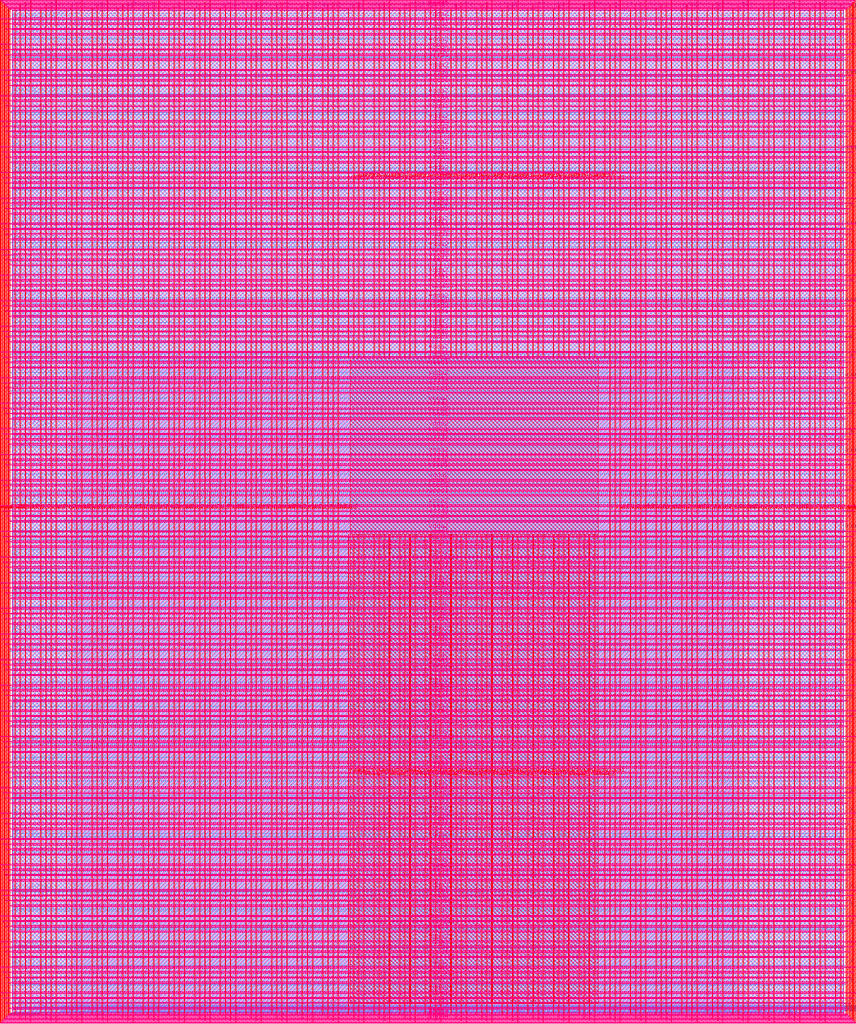
<source format=lef>
VERSION 5.7 ;
  NOWIREEXTENSIONATPIN ON ;
  DIVIDERCHAR "/" ;
  BUSBITCHARS "[]" ;
MACRO user_project_wrapper
  CLASS BLOCK ;
  FOREIGN user_project_wrapper ;
  ORIGIN 0.000 0.000 ;
  SIZE 2920.000 BY 3520.000 ;
  PIN analog_io[0]
    DIRECTION INOUT ;
    USE SIGNAL ;
    PORT
      LAYER met3 ;
        RECT 2917.600 1426.380 2924.800 1427.580 ;
    END
  END analog_io[0]
  PIN analog_io[10]
    DIRECTION INOUT ;
    USE SIGNAL ;
    PORT
      LAYER met2 ;
        RECT 2230.490 3517.600 2231.050 3524.800 ;
    END
  END analog_io[10]
  PIN analog_io[11]
    DIRECTION INOUT ;
    USE SIGNAL ;
    PORT
      LAYER met2 ;
        RECT 1905.730 3517.600 1906.290 3524.800 ;
    END
  END analog_io[11]
  PIN analog_io[12]
    DIRECTION INOUT ;
    USE SIGNAL ;
    PORT
      LAYER met2 ;
        RECT 1581.430 3517.600 1581.990 3524.800 ;
    END
  END analog_io[12]
  PIN analog_io[13]
    DIRECTION INOUT ;
    USE SIGNAL ;
    PORT
      LAYER met2 ;
        RECT 1257.130 3517.600 1257.690 3524.800 ;
    END
  END analog_io[13]
  PIN analog_io[14]
    DIRECTION INOUT ;
    USE SIGNAL ;
    PORT
      LAYER met2 ;
        RECT 932.370 3517.600 932.930 3524.800 ;
    END
  END analog_io[14]
  PIN analog_io[15]
    DIRECTION INOUT ;
    USE SIGNAL ;
    PORT
      LAYER met2 ;
        RECT 608.070 3517.600 608.630 3524.800 ;
    END
  END analog_io[15]
  PIN analog_io[16]
    DIRECTION INOUT ;
    USE SIGNAL ;
    PORT
      LAYER met2 ;
        RECT 283.770 3517.600 284.330 3524.800 ;
    END
  END analog_io[16]
  PIN analog_io[17]
    DIRECTION INOUT ;
    USE SIGNAL ;
    PORT
      LAYER met3 ;
        RECT -4.800 3486.100 2.400 3487.300 ;
    END
  END analog_io[17]
  PIN analog_io[18]
    DIRECTION INOUT ;
    USE SIGNAL ;
    PORT
      LAYER met3 ;
        RECT -4.800 3224.980 2.400 3226.180 ;
    END
  END analog_io[18]
  PIN analog_io[19]
    DIRECTION INOUT ;
    USE SIGNAL ;
    PORT
      LAYER met3 ;
        RECT -4.800 2964.540 2.400 2965.740 ;
    END
  END analog_io[19]
  PIN analog_io[1]
    DIRECTION INOUT ;
    USE SIGNAL ;
    PORT
      LAYER met3 ;
        RECT 2917.600 1692.260 2924.800 1693.460 ;
    END
  END analog_io[1]
  PIN analog_io[20]
    DIRECTION INOUT ;
    USE SIGNAL ;
    PORT
      LAYER met3 ;
        RECT -4.800 2703.420 2.400 2704.620 ;
    END
  END analog_io[20]
  PIN analog_io[21]
    DIRECTION INOUT ;
    USE SIGNAL ;
    PORT
      LAYER met3 ;
        RECT -4.800 2442.980 2.400 2444.180 ;
    END
  END analog_io[21]
  PIN analog_io[22]
    DIRECTION INOUT ;
    USE SIGNAL ;
    PORT
      LAYER met3 ;
        RECT -4.800 2182.540 2.400 2183.740 ;
    END
  END analog_io[22]
  PIN analog_io[23]
    DIRECTION INOUT ;
    USE SIGNAL ;
    PORT
      LAYER met3 ;
        RECT -4.800 1921.420 2.400 1922.620 ;
    END
  END analog_io[23]
  PIN analog_io[24]
    DIRECTION INOUT ;
    USE SIGNAL ;
    PORT
      LAYER met3 ;
        RECT -4.800 1660.980 2.400 1662.180 ;
    END
  END analog_io[24]
  PIN analog_io[25]
    DIRECTION INOUT ;
    USE SIGNAL ;
    PORT
      LAYER met3 ;
        RECT -4.800 1399.860 2.400 1401.060 ;
    END
  END analog_io[25]
  PIN analog_io[26]
    DIRECTION INOUT ;
    USE SIGNAL ;
    PORT
      LAYER met3 ;
        RECT -4.800 1139.420 2.400 1140.620 ;
    END
  END analog_io[26]
  PIN analog_io[27]
    DIRECTION INOUT ;
    USE SIGNAL ;
    PORT
      LAYER met3 ;
        RECT -4.800 878.980 2.400 880.180 ;
    END
  END analog_io[27]
  PIN analog_io[28]
    DIRECTION INOUT ;
    USE SIGNAL ;
    PORT
      LAYER met3 ;
        RECT -4.800 617.860 2.400 619.060 ;
    END
  END analog_io[28]
  PIN analog_io[2]
    DIRECTION INOUT ;
    USE SIGNAL ;
    PORT
      LAYER met3 ;
        RECT 2917.600 1958.140 2924.800 1959.340 ;
    END
  END analog_io[2]
  PIN analog_io[3]
    DIRECTION INOUT ;
    USE SIGNAL ;
    PORT
      LAYER met3 ;
        RECT 2917.600 2223.340 2924.800 2224.540 ;
    END
  END analog_io[3]
  PIN analog_io[4]
    DIRECTION INOUT ;
    USE SIGNAL ;
    PORT
      LAYER met3 ;
        RECT 2917.600 2489.220 2924.800 2490.420 ;
    END
  END analog_io[4]
  PIN analog_io[5]
    DIRECTION INOUT ;
    USE SIGNAL ;
    PORT
      LAYER met3 ;
        RECT 2917.600 2755.100 2924.800 2756.300 ;
    END
  END analog_io[5]
  PIN analog_io[6]
    DIRECTION INOUT ;
    USE SIGNAL ;
    PORT
      LAYER met3 ;
        RECT 2917.600 3020.300 2924.800 3021.500 ;
    END
  END analog_io[6]
  PIN analog_io[7]
    DIRECTION INOUT ;
    USE SIGNAL ;
    PORT
      LAYER met3 ;
        RECT 2917.600 3286.180 2924.800 3287.380 ;
    END
  END analog_io[7]
  PIN analog_io[8]
    DIRECTION INOUT ;
    USE SIGNAL ;
    PORT
      LAYER met2 ;
        RECT 2879.090 3517.600 2879.650 3524.800 ;
    END
  END analog_io[8]
  PIN analog_io[9]
    DIRECTION INOUT ;
    USE SIGNAL ;
    PORT
      LAYER met2 ;
        RECT 2554.790 3517.600 2555.350 3524.800 ;
    END
  END analog_io[9]
  PIN io_in[0]
    DIRECTION INPUT ;
    USE SIGNAL ;
    PORT
      LAYER met3 ;
        RECT 2917.600 32.380 2924.800 33.580 ;
    END
  END io_in[0]
  PIN io_in[10]
    DIRECTION INPUT ;
    USE SIGNAL ;
    PORT
      LAYER met3 ;
        RECT 2917.600 2289.980 2924.800 2291.180 ;
    END
  END io_in[10]
  PIN io_in[11]
    DIRECTION INPUT ;
    USE SIGNAL ;
    PORT
      LAYER met3 ;
        RECT 2917.600 2555.860 2924.800 2557.060 ;
    END
  END io_in[11]
  PIN io_in[12]
    DIRECTION INPUT ;
    USE SIGNAL ;
    PORT
      LAYER met3 ;
        RECT 2917.600 2821.060 2924.800 2822.260 ;
    END
  END io_in[12]
  PIN io_in[13]
    DIRECTION INPUT ;
    USE SIGNAL ;
    PORT
      LAYER met3 ;
        RECT 2917.600 3086.940 2924.800 3088.140 ;
    END
  END io_in[13]
  PIN io_in[14]
    DIRECTION INPUT ;
    USE SIGNAL ;
    PORT
      LAYER met3 ;
        RECT 2917.600 3352.820 2924.800 3354.020 ;
    END
  END io_in[14]
  PIN io_in[15]
    DIRECTION INPUT ;
    USE SIGNAL ;
    PORT
      LAYER met2 ;
        RECT 2798.130 3517.600 2798.690 3524.800 ;
    END
  END io_in[15]
  PIN io_in[16]
    DIRECTION INPUT ;
    USE SIGNAL ;
    PORT
      LAYER met2 ;
        RECT 2473.830 3517.600 2474.390 3524.800 ;
    END
  END io_in[16]
  PIN io_in[17]
    DIRECTION INPUT ;
    USE SIGNAL ;
    PORT
      LAYER met2 ;
        RECT 2149.070 3517.600 2149.630 3524.800 ;
    END
  END io_in[17]
  PIN io_in[18]
    DIRECTION INPUT ;
    USE SIGNAL ;
    PORT
      LAYER met2 ;
        RECT 1824.770 3517.600 1825.330 3524.800 ;
    END
  END io_in[18]
  PIN io_in[19]
    DIRECTION INPUT ;
    USE SIGNAL ;
    PORT
      LAYER met2 ;
        RECT 1500.470 3517.600 1501.030 3524.800 ;
    END
  END io_in[19]
  PIN io_in[1]
    DIRECTION INPUT ;
    USE SIGNAL ;
    PORT
      LAYER met3 ;
        RECT 2917.600 230.940 2924.800 232.140 ;
    END
  END io_in[1]
  PIN io_in[20]
    DIRECTION INPUT ;
    USE SIGNAL ;
    PORT
      LAYER met2 ;
        RECT 1175.710 3517.600 1176.270 3524.800 ;
    END
  END io_in[20]
  PIN io_in[21]
    DIRECTION INPUT ;
    USE SIGNAL ;
    PORT
      LAYER met2 ;
        RECT 851.410 3517.600 851.970 3524.800 ;
    END
  END io_in[21]
  PIN io_in[22]
    DIRECTION INPUT ;
    USE SIGNAL ;
    PORT
      LAYER met2 ;
        RECT 527.110 3517.600 527.670 3524.800 ;
    END
  END io_in[22]
  PIN io_in[23]
    DIRECTION INPUT ;
    USE SIGNAL ;
    PORT
      LAYER met2 ;
        RECT 202.350 3517.600 202.910 3524.800 ;
    END
  END io_in[23]
  PIN io_in[24]
    DIRECTION INPUT ;
    USE SIGNAL ;
    PORT
      LAYER met3 ;
        RECT -4.800 3420.820 2.400 3422.020 ;
    END
  END io_in[24]
  PIN io_in[25]
    DIRECTION INPUT ;
    USE SIGNAL ;
    PORT
      LAYER met3 ;
        RECT -4.800 3159.700 2.400 3160.900 ;
    END
  END io_in[25]
  PIN io_in[26]
    DIRECTION INPUT ;
    USE SIGNAL ;
    PORT
      LAYER met3 ;
        RECT -4.800 2899.260 2.400 2900.460 ;
    END
  END io_in[26]
  PIN io_in[27]
    DIRECTION INPUT ;
    USE SIGNAL ;
    PORT
      LAYER met3 ;
        RECT -4.800 2638.820 2.400 2640.020 ;
    END
  END io_in[27]
  PIN io_in[28]
    DIRECTION INPUT ;
    USE SIGNAL ;
    PORT
      LAYER met3 ;
        RECT -4.800 2377.700 2.400 2378.900 ;
    END
  END io_in[28]
  PIN io_in[29]
    DIRECTION INPUT ;
    USE SIGNAL ;
    PORT
      LAYER met3 ;
        RECT -4.800 2117.260 2.400 2118.460 ;
    END
  END io_in[29]
  PIN io_in[2]
    DIRECTION INPUT ;
    USE SIGNAL ;
    PORT
      LAYER met3 ;
        RECT 2917.600 430.180 2924.800 431.380 ;
    END
  END io_in[2]
  PIN io_in[30]
    DIRECTION INPUT ;
    USE SIGNAL ;
    PORT
      LAYER met3 ;
        RECT -4.800 1856.140 2.400 1857.340 ;
    END
  END io_in[30]
  PIN io_in[31]
    DIRECTION INPUT ;
    USE SIGNAL ;
    PORT
      LAYER met3 ;
        RECT -4.800 1595.700 2.400 1596.900 ;
    END
  END io_in[31]
  PIN io_in[32]
    DIRECTION INPUT ;
    USE SIGNAL ;
    PORT
      LAYER met3 ;
        RECT -4.800 1335.260 2.400 1336.460 ;
    END
  END io_in[32]
  PIN io_in[33]
    DIRECTION INPUT ;
    USE SIGNAL ;
    PORT
      LAYER met3 ;
        RECT -4.800 1074.140 2.400 1075.340 ;
    END
  END io_in[33]
  PIN io_in[34]
    DIRECTION INPUT ;
    USE SIGNAL ;
    PORT
      LAYER met3 ;
        RECT -4.800 813.700 2.400 814.900 ;
    END
  END io_in[34]
  PIN io_in[35]
    DIRECTION INPUT ;
    USE SIGNAL ;
    PORT
      LAYER met3 ;
        RECT -4.800 552.580 2.400 553.780 ;
    END
  END io_in[35]
  PIN io_in[36]
    DIRECTION INPUT ;
    USE SIGNAL ;
    PORT
      LAYER met3 ;
        RECT -4.800 357.420 2.400 358.620 ;
    END
  END io_in[36]
  PIN io_in[37]
    DIRECTION INPUT ;
    USE SIGNAL ;
    PORT
      LAYER met3 ;
        RECT -4.800 161.580 2.400 162.780 ;
    END
  END io_in[37]
  PIN io_in[3]
    DIRECTION INPUT ;
    USE SIGNAL ;
    PORT
      LAYER met3 ;
        RECT 2917.600 629.420 2924.800 630.620 ;
    END
  END io_in[3]
  PIN io_in[4]
    DIRECTION INPUT ;
    USE SIGNAL ;
    PORT
      LAYER met3 ;
        RECT 2917.600 828.660 2924.800 829.860 ;
    END
  END io_in[4]
  PIN io_in[5]
    DIRECTION INPUT ;
    USE SIGNAL ;
    PORT
      LAYER met3 ;
        RECT 2917.600 1027.900 2924.800 1029.100 ;
    END
  END io_in[5]
  PIN io_in[6]
    DIRECTION INPUT ;
    USE SIGNAL ;
    PORT
      LAYER met3 ;
        RECT 2917.600 1227.140 2924.800 1228.340 ;
    END
  END io_in[6]
  PIN io_in[7]
    DIRECTION INPUT ;
    USE SIGNAL ;
    PORT
      LAYER met3 ;
        RECT 2917.600 1493.020 2924.800 1494.220 ;
    END
  END io_in[7]
  PIN io_in[8]
    DIRECTION INPUT ;
    USE SIGNAL ;
    PORT
      LAYER met3 ;
        RECT 2917.600 1758.900 2924.800 1760.100 ;
    END
  END io_in[8]
  PIN io_in[9]
    DIRECTION INPUT ;
    USE SIGNAL ;
    PORT
      LAYER met3 ;
        RECT 2917.600 2024.100 2924.800 2025.300 ;
    END
  END io_in[9]
  PIN io_oeb[0]
    DIRECTION OUTPUT TRISTATE ;
    USE SIGNAL ;
    PORT
      LAYER met3 ;
        RECT 2917.600 164.980 2924.800 166.180 ;
    END
  END io_oeb[0]
  PIN io_oeb[10]
    DIRECTION OUTPUT TRISTATE ;
    USE SIGNAL ;
    PORT
      LAYER met3 ;
        RECT 2917.600 2422.580 2924.800 2423.780 ;
    END
  END io_oeb[10]
  PIN io_oeb[11]
    DIRECTION OUTPUT TRISTATE ;
    USE SIGNAL ;
    PORT
      LAYER met3 ;
        RECT 2917.600 2688.460 2924.800 2689.660 ;
    END
  END io_oeb[11]
  PIN io_oeb[12]
    DIRECTION OUTPUT TRISTATE ;
    USE SIGNAL ;
    PORT
      LAYER met3 ;
        RECT 2917.600 2954.340 2924.800 2955.540 ;
    END
  END io_oeb[12]
  PIN io_oeb[13]
    DIRECTION OUTPUT TRISTATE ;
    USE SIGNAL ;
    PORT
      LAYER met3 ;
        RECT 2917.600 3219.540 2924.800 3220.740 ;
    END
  END io_oeb[13]
  PIN io_oeb[14]
    DIRECTION OUTPUT TRISTATE ;
    USE SIGNAL ;
    PORT
      LAYER met3 ;
        RECT 2917.600 3485.420 2924.800 3486.620 ;
    END
  END io_oeb[14]
  PIN io_oeb[15]
    DIRECTION OUTPUT TRISTATE ;
    USE SIGNAL ;
    PORT
      LAYER met2 ;
        RECT 2635.750 3517.600 2636.310 3524.800 ;
    END
  END io_oeb[15]
  PIN io_oeb[16]
    DIRECTION OUTPUT TRISTATE ;
    USE SIGNAL ;
    PORT
      LAYER met2 ;
        RECT 2311.450 3517.600 2312.010 3524.800 ;
    END
  END io_oeb[16]
  PIN io_oeb[17]
    DIRECTION OUTPUT TRISTATE ;
    USE SIGNAL ;
    PORT
      LAYER met2 ;
        RECT 1987.150 3517.600 1987.710 3524.800 ;
    END
  END io_oeb[17]
  PIN io_oeb[18]
    DIRECTION OUTPUT TRISTATE ;
    USE SIGNAL ;
    PORT
      LAYER met2 ;
        RECT 1662.390 3517.600 1662.950 3524.800 ;
    END
  END io_oeb[18]
  PIN io_oeb[19]
    DIRECTION OUTPUT TRISTATE ;
    USE SIGNAL ;
    PORT
      LAYER met2 ;
        RECT 1338.090 3517.600 1338.650 3524.800 ;
    END
  END io_oeb[19]
  PIN io_oeb[1]
    DIRECTION OUTPUT TRISTATE ;
    USE SIGNAL ;
    PORT
      LAYER met3 ;
        RECT 2917.600 364.220 2924.800 365.420 ;
    END
  END io_oeb[1]
  PIN io_oeb[20]
    DIRECTION OUTPUT TRISTATE ;
    USE SIGNAL ;
    PORT
      LAYER met2 ;
        RECT 1013.790 3517.600 1014.350 3524.800 ;
    END
  END io_oeb[20]
  PIN io_oeb[21]
    DIRECTION OUTPUT TRISTATE ;
    USE SIGNAL ;
    PORT
      LAYER met2 ;
        RECT 689.030 3517.600 689.590 3524.800 ;
    END
  END io_oeb[21]
  PIN io_oeb[22]
    DIRECTION OUTPUT TRISTATE ;
    USE SIGNAL ;
    PORT
      LAYER met2 ;
        RECT 364.730 3517.600 365.290 3524.800 ;
    END
  END io_oeb[22]
  PIN io_oeb[23]
    DIRECTION OUTPUT TRISTATE ;
    USE SIGNAL ;
    PORT
      LAYER met2 ;
        RECT 40.430 3517.600 40.990 3524.800 ;
    END
  END io_oeb[23]
  PIN io_oeb[24]
    DIRECTION OUTPUT TRISTATE ;
    USE SIGNAL ;
    PORT
      LAYER met3 ;
        RECT -4.800 3290.260 2.400 3291.460 ;
    END
  END io_oeb[24]
  PIN io_oeb[25]
    DIRECTION OUTPUT TRISTATE ;
    USE SIGNAL ;
    PORT
      LAYER met3 ;
        RECT -4.800 3029.820 2.400 3031.020 ;
    END
  END io_oeb[25]
  PIN io_oeb[26]
    DIRECTION OUTPUT TRISTATE ;
    USE SIGNAL ;
    PORT
      LAYER met3 ;
        RECT -4.800 2768.700 2.400 2769.900 ;
    END
  END io_oeb[26]
  PIN io_oeb[27]
    DIRECTION OUTPUT TRISTATE ;
    USE SIGNAL ;
    PORT
      LAYER met3 ;
        RECT -4.800 2508.260 2.400 2509.460 ;
    END
  END io_oeb[27]
  PIN io_oeb[28]
    DIRECTION OUTPUT TRISTATE ;
    USE SIGNAL ;
    PORT
      LAYER met3 ;
        RECT -4.800 2247.140 2.400 2248.340 ;
    END
  END io_oeb[28]
  PIN io_oeb[29]
    DIRECTION OUTPUT TRISTATE ;
    USE SIGNAL ;
    PORT
      LAYER met3 ;
        RECT -4.800 1986.700 2.400 1987.900 ;
    END
  END io_oeb[29]
  PIN io_oeb[2]
    DIRECTION OUTPUT TRISTATE ;
    USE SIGNAL ;
    PORT
      LAYER met3 ;
        RECT 2917.600 563.460 2924.800 564.660 ;
    END
  END io_oeb[2]
  PIN io_oeb[30]
    DIRECTION OUTPUT TRISTATE ;
    USE SIGNAL ;
    PORT
      LAYER met3 ;
        RECT -4.800 1726.260 2.400 1727.460 ;
    END
  END io_oeb[30]
  PIN io_oeb[31]
    DIRECTION OUTPUT TRISTATE ;
    USE SIGNAL ;
    PORT
      LAYER met3 ;
        RECT -4.800 1465.140 2.400 1466.340 ;
    END
  END io_oeb[31]
  PIN io_oeb[32]
    DIRECTION OUTPUT TRISTATE ;
    USE SIGNAL ;
    PORT
      LAYER met3 ;
        RECT -4.800 1204.700 2.400 1205.900 ;
    END
  END io_oeb[32]
  PIN io_oeb[33]
    DIRECTION OUTPUT TRISTATE ;
    USE SIGNAL ;
    PORT
      LAYER met3 ;
        RECT -4.800 943.580 2.400 944.780 ;
    END
  END io_oeb[33]
  PIN io_oeb[34]
    DIRECTION OUTPUT TRISTATE ;
    USE SIGNAL ;
    PORT
      LAYER met3 ;
        RECT -4.800 683.140 2.400 684.340 ;
    END
  END io_oeb[34]
  PIN io_oeb[35]
    DIRECTION OUTPUT TRISTATE ;
    USE SIGNAL ;
    PORT
      LAYER met3 ;
        RECT -4.800 422.700 2.400 423.900 ;
    END
  END io_oeb[35]
  PIN io_oeb[36]
    DIRECTION OUTPUT TRISTATE ;
    USE SIGNAL ;
    PORT
      LAYER met3 ;
        RECT -4.800 226.860 2.400 228.060 ;
    END
  END io_oeb[36]
  PIN io_oeb[37]
    DIRECTION OUTPUT TRISTATE ;
    USE SIGNAL ;
    PORT
      LAYER met3 ;
        RECT -4.800 31.700 2.400 32.900 ;
    END
  END io_oeb[37]
  PIN io_oeb[3]
    DIRECTION OUTPUT TRISTATE ;
    USE SIGNAL ;
    PORT
      LAYER met3 ;
        RECT 2917.600 762.700 2924.800 763.900 ;
    END
  END io_oeb[3]
  PIN io_oeb[4]
    DIRECTION OUTPUT TRISTATE ;
    USE SIGNAL ;
    PORT
      LAYER met3 ;
        RECT 2917.600 961.940 2924.800 963.140 ;
    END
  END io_oeb[4]
  PIN io_oeb[5]
    DIRECTION OUTPUT TRISTATE ;
    USE SIGNAL ;
    PORT
      LAYER met3 ;
        RECT 2917.600 1161.180 2924.800 1162.380 ;
    END
  END io_oeb[5]
  PIN io_oeb[6]
    DIRECTION OUTPUT TRISTATE ;
    USE SIGNAL ;
    PORT
      LAYER met3 ;
        RECT 2917.600 1360.420 2924.800 1361.620 ;
    END
  END io_oeb[6]
  PIN io_oeb[7]
    DIRECTION OUTPUT TRISTATE ;
    USE SIGNAL ;
    PORT
      LAYER met3 ;
        RECT 2917.600 1625.620 2924.800 1626.820 ;
    END
  END io_oeb[7]
  PIN io_oeb[8]
    DIRECTION OUTPUT TRISTATE ;
    USE SIGNAL ;
    PORT
      LAYER met3 ;
        RECT 2917.600 1891.500 2924.800 1892.700 ;
    END
  END io_oeb[8]
  PIN io_oeb[9]
    DIRECTION OUTPUT TRISTATE ;
    USE SIGNAL ;
    PORT
      LAYER met3 ;
        RECT 2917.600 2157.380 2924.800 2158.580 ;
    END
  END io_oeb[9]
  PIN io_out[0]
    DIRECTION OUTPUT TRISTATE ;
    USE SIGNAL ;
    PORT
      LAYER met3 ;
        RECT 2917.600 98.340 2924.800 99.540 ;
    END
  END io_out[0]
  PIN io_out[10]
    DIRECTION OUTPUT TRISTATE ;
    USE SIGNAL ;
    PORT
      LAYER met3 ;
        RECT 2917.600 2356.620 2924.800 2357.820 ;
    END
  END io_out[10]
  PIN io_out[11]
    DIRECTION OUTPUT TRISTATE ;
    USE SIGNAL ;
    PORT
      LAYER met3 ;
        RECT 2917.600 2621.820 2924.800 2623.020 ;
    END
  END io_out[11]
  PIN io_out[12]
    DIRECTION OUTPUT TRISTATE ;
    USE SIGNAL ;
    PORT
      LAYER met3 ;
        RECT 2917.600 2887.700 2924.800 2888.900 ;
    END
  END io_out[12]
  PIN io_out[13]
    DIRECTION OUTPUT TRISTATE ;
    USE SIGNAL ;
    PORT
      LAYER met3 ;
        RECT 2917.600 3153.580 2924.800 3154.780 ;
    END
  END io_out[13]
  PIN io_out[14]
    DIRECTION OUTPUT TRISTATE ;
    USE SIGNAL ;
    PORT
      LAYER met3 ;
        RECT 2917.600 3418.780 2924.800 3419.980 ;
    END
  END io_out[14]
  PIN io_out[15]
    DIRECTION OUTPUT TRISTATE ;
    USE SIGNAL ;
    PORT
      LAYER met2 ;
        RECT 2717.170 3517.600 2717.730 3524.800 ;
    END
  END io_out[15]
  PIN io_out[16]
    DIRECTION OUTPUT TRISTATE ;
    USE SIGNAL ;
    PORT
      LAYER met2 ;
        RECT 2392.410 3517.600 2392.970 3524.800 ;
    END
  END io_out[16]
  PIN io_out[17]
    DIRECTION OUTPUT TRISTATE ;
    USE SIGNAL ;
    PORT
      LAYER met2 ;
        RECT 2068.110 3517.600 2068.670 3524.800 ;
    END
  END io_out[17]
  PIN io_out[18]
    DIRECTION OUTPUT TRISTATE ;
    USE SIGNAL ;
    PORT
      LAYER met2 ;
        RECT 1743.810 3517.600 1744.370 3524.800 ;
    END
  END io_out[18]
  PIN io_out[19]
    DIRECTION OUTPUT TRISTATE ;
    USE SIGNAL ;
    PORT
      LAYER met2 ;
        RECT 1419.050 3517.600 1419.610 3524.800 ;
    END
  END io_out[19]
  PIN io_out[1]
    DIRECTION OUTPUT TRISTATE ;
    USE SIGNAL ;
    PORT
      LAYER met3 ;
        RECT 2917.600 297.580 2924.800 298.780 ;
    END
  END io_out[1]
  PIN io_out[20]
    DIRECTION OUTPUT TRISTATE ;
    USE SIGNAL ;
    PORT
      LAYER met2 ;
        RECT 1094.750 3517.600 1095.310 3524.800 ;
    END
  END io_out[20]
  PIN io_out[21]
    DIRECTION OUTPUT TRISTATE ;
    USE SIGNAL ;
    PORT
      LAYER met2 ;
        RECT 770.450 3517.600 771.010 3524.800 ;
    END
  END io_out[21]
  PIN io_out[22]
    DIRECTION OUTPUT TRISTATE ;
    USE SIGNAL ;
    PORT
      LAYER met2 ;
        RECT 445.690 3517.600 446.250 3524.800 ;
    END
  END io_out[22]
  PIN io_out[23]
    DIRECTION OUTPUT TRISTATE ;
    USE SIGNAL ;
    PORT
      LAYER met2 ;
        RECT 121.390 3517.600 121.950 3524.800 ;
    END
  END io_out[23]
  PIN io_out[24]
    DIRECTION OUTPUT TRISTATE ;
    USE SIGNAL ;
    PORT
      LAYER met3 ;
        RECT -4.800 3355.540 2.400 3356.740 ;
    END
  END io_out[24]
  PIN io_out[25]
    DIRECTION OUTPUT TRISTATE ;
    USE SIGNAL ;
    PORT
      LAYER met3 ;
        RECT -4.800 3095.100 2.400 3096.300 ;
    END
  END io_out[25]
  PIN io_out[26]
    DIRECTION OUTPUT TRISTATE ;
    USE SIGNAL ;
    PORT
      LAYER met3 ;
        RECT -4.800 2833.980 2.400 2835.180 ;
    END
  END io_out[26]
  PIN io_out[27]
    DIRECTION OUTPUT TRISTATE ;
    USE SIGNAL ;
    PORT
      LAYER met3 ;
        RECT -4.800 2573.540 2.400 2574.740 ;
    END
  END io_out[27]
  PIN io_out[28]
    DIRECTION OUTPUT TRISTATE ;
    USE SIGNAL ;
    PORT
      LAYER met3 ;
        RECT -4.800 2312.420 2.400 2313.620 ;
    END
  END io_out[28]
  PIN io_out[29]
    DIRECTION OUTPUT TRISTATE ;
    USE SIGNAL ;
    PORT
      LAYER met3 ;
        RECT -4.800 2051.980 2.400 2053.180 ;
    END
  END io_out[29]
  PIN io_out[2]
    DIRECTION OUTPUT TRISTATE ;
    USE SIGNAL ;
    PORT
      LAYER met3 ;
        RECT 2917.600 496.820 2924.800 498.020 ;
    END
  END io_out[2]
  PIN io_out[30]
    DIRECTION OUTPUT TRISTATE ;
    USE SIGNAL ;
    PORT
      LAYER met3 ;
        RECT -4.800 1791.540 2.400 1792.740 ;
    END
  END io_out[30]
  PIN io_out[31]
    DIRECTION OUTPUT TRISTATE ;
    USE SIGNAL ;
    PORT
      LAYER met3 ;
        RECT -4.800 1530.420 2.400 1531.620 ;
    END
  END io_out[31]
  PIN io_out[32]
    DIRECTION OUTPUT TRISTATE ;
    USE SIGNAL ;
    PORT
      LAYER met3 ;
        RECT -4.800 1269.980 2.400 1271.180 ;
    END
  END io_out[32]
  PIN io_out[33]
    DIRECTION OUTPUT TRISTATE ;
    USE SIGNAL ;
    PORT
      LAYER met3 ;
        RECT -4.800 1008.860 2.400 1010.060 ;
    END
  END io_out[33]
  PIN io_out[34]
    DIRECTION OUTPUT TRISTATE ;
    USE SIGNAL ;
    PORT
      LAYER met3 ;
        RECT -4.800 748.420 2.400 749.620 ;
    END
  END io_out[34]
  PIN io_out[35]
    DIRECTION OUTPUT TRISTATE ;
    USE SIGNAL ;
    PORT
      LAYER met3 ;
        RECT -4.800 487.300 2.400 488.500 ;
    END
  END io_out[35]
  PIN io_out[36]
    DIRECTION OUTPUT TRISTATE ;
    USE SIGNAL ;
    PORT
      LAYER met3 ;
        RECT -4.800 292.140 2.400 293.340 ;
    END
  END io_out[36]
  PIN io_out[37]
    DIRECTION OUTPUT TRISTATE ;
    USE SIGNAL ;
    PORT
      LAYER met3 ;
        RECT -4.800 96.300 2.400 97.500 ;
    END
  END io_out[37]
  PIN io_out[3]
    DIRECTION OUTPUT TRISTATE ;
    USE SIGNAL ;
    PORT
      LAYER met3 ;
        RECT 2917.600 696.060 2924.800 697.260 ;
    END
  END io_out[3]
  PIN io_out[4]
    DIRECTION OUTPUT TRISTATE ;
    USE SIGNAL ;
    PORT
      LAYER met3 ;
        RECT 2917.600 895.300 2924.800 896.500 ;
    END
  END io_out[4]
  PIN io_out[5]
    DIRECTION OUTPUT TRISTATE ;
    USE SIGNAL ;
    PORT
      LAYER met3 ;
        RECT 2917.600 1094.540 2924.800 1095.740 ;
    END
  END io_out[5]
  PIN io_out[6]
    DIRECTION OUTPUT TRISTATE ;
    USE SIGNAL ;
    PORT
      LAYER met3 ;
        RECT 2917.600 1293.780 2924.800 1294.980 ;
    END
  END io_out[6]
  PIN io_out[7]
    DIRECTION OUTPUT TRISTATE ;
    USE SIGNAL ;
    PORT
      LAYER met3 ;
        RECT 2917.600 1559.660 2924.800 1560.860 ;
    END
  END io_out[7]
  PIN io_out[8]
    DIRECTION OUTPUT TRISTATE ;
    USE SIGNAL ;
    PORT
      LAYER met3 ;
        RECT 2917.600 1824.860 2924.800 1826.060 ;
    END
  END io_out[8]
  PIN io_out[9]
    DIRECTION OUTPUT TRISTATE ;
    USE SIGNAL ;
    PORT
      LAYER met3 ;
        RECT 2917.600 2090.740 2924.800 2091.940 ;
    END
  END io_out[9]
  PIN la_data_in[0]
    DIRECTION INPUT ;
    USE SIGNAL ;
    PORT
      LAYER met2 ;
        RECT 629.230 -4.800 629.790 2.400 ;
    END
  END la_data_in[0]
  PIN la_data_in[100]
    DIRECTION INPUT ;
    USE SIGNAL ;
    PORT
      LAYER met2 ;
        RECT 2402.530 -4.800 2403.090 2.400 ;
    END
  END la_data_in[100]
  PIN la_data_in[101]
    DIRECTION INPUT ;
    USE SIGNAL ;
    PORT
      LAYER met2 ;
        RECT 2420.010 -4.800 2420.570 2.400 ;
    END
  END la_data_in[101]
  PIN la_data_in[102]
    DIRECTION INPUT ;
    USE SIGNAL ;
    PORT
      LAYER met2 ;
        RECT 2437.950 -4.800 2438.510 2.400 ;
    END
  END la_data_in[102]
  PIN la_data_in[103]
    DIRECTION INPUT ;
    USE SIGNAL ;
    PORT
      LAYER met2 ;
        RECT 2455.430 -4.800 2455.990 2.400 ;
    END
  END la_data_in[103]
  PIN la_data_in[104]
    DIRECTION INPUT ;
    USE SIGNAL ;
    PORT
      LAYER met2 ;
        RECT 2473.370 -4.800 2473.930 2.400 ;
    END
  END la_data_in[104]
  PIN la_data_in[105]
    DIRECTION INPUT ;
    USE SIGNAL ;
    PORT
      LAYER met2 ;
        RECT 2490.850 -4.800 2491.410 2.400 ;
    END
  END la_data_in[105]
  PIN la_data_in[106]
    DIRECTION INPUT ;
    USE SIGNAL ;
    PORT
      LAYER met2 ;
        RECT 2508.790 -4.800 2509.350 2.400 ;
    END
  END la_data_in[106]
  PIN la_data_in[107]
    DIRECTION INPUT ;
    USE SIGNAL ;
    PORT
      LAYER met2 ;
        RECT 2526.730 -4.800 2527.290 2.400 ;
    END
  END la_data_in[107]
  PIN la_data_in[108]
    DIRECTION INPUT ;
    USE SIGNAL ;
    PORT
      LAYER met2 ;
        RECT 2544.210 -4.800 2544.770 2.400 ;
    END
  END la_data_in[108]
  PIN la_data_in[109]
    DIRECTION INPUT ;
    USE SIGNAL ;
    PORT
      LAYER met2 ;
        RECT 2562.150 -4.800 2562.710 2.400 ;
    END
  END la_data_in[109]
  PIN la_data_in[10]
    DIRECTION INPUT ;
    USE SIGNAL ;
    PORT
      LAYER met2 ;
        RECT 806.330 -4.800 806.890 2.400 ;
    END
  END la_data_in[10]
  PIN la_data_in[110]
    DIRECTION INPUT ;
    USE SIGNAL ;
    PORT
      LAYER met2 ;
        RECT 2579.630 -4.800 2580.190 2.400 ;
    END
  END la_data_in[110]
  PIN la_data_in[111]
    DIRECTION INPUT ;
    USE SIGNAL ;
    PORT
      LAYER met2 ;
        RECT 2597.570 -4.800 2598.130 2.400 ;
    END
  END la_data_in[111]
  PIN la_data_in[112]
    DIRECTION INPUT ;
    USE SIGNAL ;
    PORT
      LAYER met2 ;
        RECT 2615.050 -4.800 2615.610 2.400 ;
    END
  END la_data_in[112]
  PIN la_data_in[113]
    DIRECTION INPUT ;
    USE SIGNAL ;
    PORT
      LAYER met2 ;
        RECT 2632.990 -4.800 2633.550 2.400 ;
    END
  END la_data_in[113]
  PIN la_data_in[114]
    DIRECTION INPUT ;
    USE SIGNAL ;
    PORT
      LAYER met2 ;
        RECT 2650.470 -4.800 2651.030 2.400 ;
    END
  END la_data_in[114]
  PIN la_data_in[115]
    DIRECTION INPUT ;
    USE SIGNAL ;
    PORT
      LAYER met2 ;
        RECT 2668.410 -4.800 2668.970 2.400 ;
    END
  END la_data_in[115]
  PIN la_data_in[116]
    DIRECTION INPUT ;
    USE SIGNAL ;
    PORT
      LAYER met2 ;
        RECT 2685.890 -4.800 2686.450 2.400 ;
    END
  END la_data_in[116]
  PIN la_data_in[117]
    DIRECTION INPUT ;
    USE SIGNAL ;
    PORT
      LAYER met2 ;
        RECT 2703.830 -4.800 2704.390 2.400 ;
    END
  END la_data_in[117]
  PIN la_data_in[118]
    DIRECTION INPUT ;
    USE SIGNAL ;
    PORT
      LAYER met2 ;
        RECT 2721.770 -4.800 2722.330 2.400 ;
    END
  END la_data_in[118]
  PIN la_data_in[119]
    DIRECTION INPUT ;
    USE SIGNAL ;
    PORT
      LAYER met2 ;
        RECT 2739.250 -4.800 2739.810 2.400 ;
    END
  END la_data_in[119]
  PIN la_data_in[11]
    DIRECTION INPUT ;
    USE SIGNAL ;
    PORT
      LAYER met2 ;
        RECT 824.270 -4.800 824.830 2.400 ;
    END
  END la_data_in[11]
  PIN la_data_in[120]
    DIRECTION INPUT ;
    USE SIGNAL ;
    PORT
      LAYER met2 ;
        RECT 2757.190 -4.800 2757.750 2.400 ;
    END
  END la_data_in[120]
  PIN la_data_in[121]
    DIRECTION INPUT ;
    USE SIGNAL ;
    PORT
      LAYER met2 ;
        RECT 2774.670 -4.800 2775.230 2.400 ;
    END
  END la_data_in[121]
  PIN la_data_in[122]
    DIRECTION INPUT ;
    USE SIGNAL ;
    PORT
      LAYER met2 ;
        RECT 2792.610 -4.800 2793.170 2.400 ;
    END
  END la_data_in[122]
  PIN la_data_in[123]
    DIRECTION INPUT ;
    USE SIGNAL ;
    PORT
      LAYER met2 ;
        RECT 2810.090 -4.800 2810.650 2.400 ;
    END
  END la_data_in[123]
  PIN la_data_in[124]
    DIRECTION INPUT ;
    USE SIGNAL ;
    PORT
      LAYER met2 ;
        RECT 2828.030 -4.800 2828.590 2.400 ;
    END
  END la_data_in[124]
  PIN la_data_in[125]
    DIRECTION INPUT ;
    USE SIGNAL ;
    PORT
      LAYER met2 ;
        RECT 2845.510 -4.800 2846.070 2.400 ;
    END
  END la_data_in[125]
  PIN la_data_in[126]
    DIRECTION INPUT ;
    USE SIGNAL ;
    PORT
      LAYER met2 ;
        RECT 2863.450 -4.800 2864.010 2.400 ;
    END
  END la_data_in[126]
  PIN la_data_in[127]
    DIRECTION INPUT ;
    USE SIGNAL ;
    PORT
      LAYER met2 ;
        RECT 2881.390 -4.800 2881.950 2.400 ;
    END
  END la_data_in[127]
  PIN la_data_in[12]
    DIRECTION INPUT ;
    USE SIGNAL ;
    PORT
      LAYER met2 ;
        RECT 841.750 -4.800 842.310 2.400 ;
    END
  END la_data_in[12]
  PIN la_data_in[13]
    DIRECTION INPUT ;
    USE SIGNAL ;
    PORT
      LAYER met2 ;
        RECT 859.690 -4.800 860.250 2.400 ;
    END
  END la_data_in[13]
  PIN la_data_in[14]
    DIRECTION INPUT ;
    USE SIGNAL ;
    PORT
      LAYER met2 ;
        RECT 877.170 -4.800 877.730 2.400 ;
    END
  END la_data_in[14]
  PIN la_data_in[15]
    DIRECTION INPUT ;
    USE SIGNAL ;
    PORT
      LAYER met2 ;
        RECT 895.110 -4.800 895.670 2.400 ;
    END
  END la_data_in[15]
  PIN la_data_in[16]
    DIRECTION INPUT ;
    USE SIGNAL ;
    PORT
      LAYER met2 ;
        RECT 912.590 -4.800 913.150 2.400 ;
    END
  END la_data_in[16]
  PIN la_data_in[17]
    DIRECTION INPUT ;
    USE SIGNAL ;
    PORT
      LAYER met2 ;
        RECT 930.530 -4.800 931.090 2.400 ;
    END
  END la_data_in[17]
  PIN la_data_in[18]
    DIRECTION INPUT ;
    USE SIGNAL ;
    PORT
      LAYER met2 ;
        RECT 948.470 -4.800 949.030 2.400 ;
    END
  END la_data_in[18]
  PIN la_data_in[19]
    DIRECTION INPUT ;
    USE SIGNAL ;
    PORT
      LAYER met2 ;
        RECT 965.950 -4.800 966.510 2.400 ;
    END
  END la_data_in[19]
  PIN la_data_in[1]
    DIRECTION INPUT ;
    USE SIGNAL ;
    PORT
      LAYER met2 ;
        RECT 646.710 -4.800 647.270 2.400 ;
    END
  END la_data_in[1]
  PIN la_data_in[20]
    DIRECTION INPUT ;
    USE SIGNAL ;
    PORT
      LAYER met2 ;
        RECT 983.890 -4.800 984.450 2.400 ;
    END
  END la_data_in[20]
  PIN la_data_in[21]
    DIRECTION INPUT ;
    USE SIGNAL ;
    PORT
      LAYER met2 ;
        RECT 1001.370 -4.800 1001.930 2.400 ;
    END
  END la_data_in[21]
  PIN la_data_in[22]
    DIRECTION INPUT ;
    USE SIGNAL ;
    PORT
      LAYER met2 ;
        RECT 1019.310 -4.800 1019.870 2.400 ;
    END
  END la_data_in[22]
  PIN la_data_in[23]
    DIRECTION INPUT ;
    USE SIGNAL ;
    PORT
      LAYER met2 ;
        RECT 1036.790 -4.800 1037.350 2.400 ;
    END
  END la_data_in[23]
  PIN la_data_in[24]
    DIRECTION INPUT ;
    USE SIGNAL ;
    PORT
      LAYER met2 ;
        RECT 1054.730 -4.800 1055.290 2.400 ;
    END
  END la_data_in[24]
  PIN la_data_in[25]
    DIRECTION INPUT ;
    USE SIGNAL ;
    PORT
      LAYER met2 ;
        RECT 1072.210 -4.800 1072.770 2.400 ;
    END
  END la_data_in[25]
  PIN la_data_in[26]
    DIRECTION INPUT ;
    USE SIGNAL ;
    PORT
      LAYER met2 ;
        RECT 1090.150 -4.800 1090.710 2.400 ;
    END
  END la_data_in[26]
  PIN la_data_in[27]
    DIRECTION INPUT ;
    USE SIGNAL ;
    PORT
      LAYER met2 ;
        RECT 1107.630 -4.800 1108.190 2.400 ;
    END
  END la_data_in[27]
  PIN la_data_in[28]
    DIRECTION INPUT ;
    USE SIGNAL ;
    PORT
      LAYER met2 ;
        RECT 1125.570 -4.800 1126.130 2.400 ;
    END
  END la_data_in[28]
  PIN la_data_in[29]
    DIRECTION INPUT ;
    USE SIGNAL ;
    PORT
      LAYER met2 ;
        RECT 1143.510 -4.800 1144.070 2.400 ;
    END
  END la_data_in[29]
  PIN la_data_in[2]
    DIRECTION INPUT ;
    USE SIGNAL ;
    PORT
      LAYER met2 ;
        RECT 664.650 -4.800 665.210 2.400 ;
    END
  END la_data_in[2]
  PIN la_data_in[30]
    DIRECTION INPUT ;
    USE SIGNAL ;
    PORT
      LAYER met2 ;
        RECT 1160.990 -4.800 1161.550 2.400 ;
    END
  END la_data_in[30]
  PIN la_data_in[31]
    DIRECTION INPUT ;
    USE SIGNAL ;
    PORT
      LAYER met2 ;
        RECT 1178.930 -4.800 1179.490 2.400 ;
    END
  END la_data_in[31]
  PIN la_data_in[32]
    DIRECTION INPUT ;
    USE SIGNAL ;
    PORT
      LAYER met2 ;
        RECT 1196.410 -4.800 1196.970 2.400 ;
    END
  END la_data_in[32]
  PIN la_data_in[33]
    DIRECTION INPUT ;
    USE SIGNAL ;
    PORT
      LAYER met2 ;
        RECT 1214.350 -4.800 1214.910 2.400 ;
    END
  END la_data_in[33]
  PIN la_data_in[34]
    DIRECTION INPUT ;
    USE SIGNAL ;
    PORT
      LAYER met2 ;
        RECT 1231.830 -4.800 1232.390 2.400 ;
    END
  END la_data_in[34]
  PIN la_data_in[35]
    DIRECTION INPUT ;
    USE SIGNAL ;
    PORT
      LAYER met2 ;
        RECT 1249.770 -4.800 1250.330 2.400 ;
    END
  END la_data_in[35]
  PIN la_data_in[36]
    DIRECTION INPUT ;
    USE SIGNAL ;
    PORT
      LAYER met2 ;
        RECT 1267.250 -4.800 1267.810 2.400 ;
    END
  END la_data_in[36]
  PIN la_data_in[37]
    DIRECTION INPUT ;
    USE SIGNAL ;
    PORT
      LAYER met2 ;
        RECT 1285.190 -4.800 1285.750 2.400 ;
    END
  END la_data_in[37]
  PIN la_data_in[38]
    DIRECTION INPUT ;
    USE SIGNAL ;
    PORT
      LAYER met2 ;
        RECT 1303.130 -4.800 1303.690 2.400 ;
    END
  END la_data_in[38]
  PIN la_data_in[39]
    DIRECTION INPUT ;
    USE SIGNAL ;
    PORT
      LAYER met2 ;
        RECT 1320.610 -4.800 1321.170 2.400 ;
    END
  END la_data_in[39]
  PIN la_data_in[3]
    DIRECTION INPUT ;
    USE SIGNAL ;
    PORT
      LAYER met2 ;
        RECT 682.130 -4.800 682.690 2.400 ;
    END
  END la_data_in[3]
  PIN la_data_in[40]
    DIRECTION INPUT ;
    USE SIGNAL ;
    PORT
      LAYER met2 ;
        RECT 1338.550 -4.800 1339.110 2.400 ;
    END
  END la_data_in[40]
  PIN la_data_in[41]
    DIRECTION INPUT ;
    USE SIGNAL ;
    PORT
      LAYER met2 ;
        RECT 1356.030 -4.800 1356.590 2.400 ;
    END
  END la_data_in[41]
  PIN la_data_in[42]
    DIRECTION INPUT ;
    USE SIGNAL ;
    PORT
      LAYER met2 ;
        RECT 1373.970 -4.800 1374.530 2.400 ;
    END
  END la_data_in[42]
  PIN la_data_in[43]
    DIRECTION INPUT ;
    USE SIGNAL ;
    PORT
      LAYER met2 ;
        RECT 1391.450 -4.800 1392.010 2.400 ;
    END
  END la_data_in[43]
  PIN la_data_in[44]
    DIRECTION INPUT ;
    USE SIGNAL ;
    PORT
      LAYER met2 ;
        RECT 1409.390 -4.800 1409.950 2.400 ;
    END
  END la_data_in[44]
  PIN la_data_in[45]
    DIRECTION INPUT ;
    USE SIGNAL ;
    PORT
      LAYER met2 ;
        RECT 1426.870 -4.800 1427.430 2.400 ;
    END
  END la_data_in[45]
  PIN la_data_in[46]
    DIRECTION INPUT ;
    USE SIGNAL ;
    PORT
      LAYER met2 ;
        RECT 1444.810 -4.800 1445.370 2.400 ;
    END
  END la_data_in[46]
  PIN la_data_in[47]
    DIRECTION INPUT ;
    USE SIGNAL ;
    PORT
      LAYER met2 ;
        RECT 1462.750 -4.800 1463.310 2.400 ;
    END
  END la_data_in[47]
  PIN la_data_in[48]
    DIRECTION INPUT ;
    USE SIGNAL ;
    PORT
      LAYER met2 ;
        RECT 1480.230 -4.800 1480.790 2.400 ;
    END
  END la_data_in[48]
  PIN la_data_in[49]
    DIRECTION INPUT ;
    USE SIGNAL ;
    PORT
      LAYER met2 ;
        RECT 1498.170 -4.800 1498.730 2.400 ;
    END
  END la_data_in[49]
  PIN la_data_in[4]
    DIRECTION INPUT ;
    USE SIGNAL ;
    PORT
      LAYER met2 ;
        RECT 700.070 -4.800 700.630 2.400 ;
    END
  END la_data_in[4]
  PIN la_data_in[50]
    DIRECTION INPUT ;
    USE SIGNAL ;
    PORT
      LAYER met2 ;
        RECT 1515.650 -4.800 1516.210 2.400 ;
    END
  END la_data_in[50]
  PIN la_data_in[51]
    DIRECTION INPUT ;
    USE SIGNAL ;
    PORT
      LAYER met2 ;
        RECT 1533.590 -4.800 1534.150 2.400 ;
    END
  END la_data_in[51]
  PIN la_data_in[52]
    DIRECTION INPUT ;
    USE SIGNAL ;
    PORT
      LAYER met2 ;
        RECT 1551.070 -4.800 1551.630 2.400 ;
    END
  END la_data_in[52]
  PIN la_data_in[53]
    DIRECTION INPUT ;
    USE SIGNAL ;
    PORT
      LAYER met2 ;
        RECT 1569.010 -4.800 1569.570 2.400 ;
    END
  END la_data_in[53]
  PIN la_data_in[54]
    DIRECTION INPUT ;
    USE SIGNAL ;
    PORT
      LAYER met2 ;
        RECT 1586.490 -4.800 1587.050 2.400 ;
    END
  END la_data_in[54]
  PIN la_data_in[55]
    DIRECTION INPUT ;
    USE SIGNAL ;
    PORT
      LAYER met2 ;
        RECT 1604.430 -4.800 1604.990 2.400 ;
    END
  END la_data_in[55]
  PIN la_data_in[56]
    DIRECTION INPUT ;
    USE SIGNAL ;
    PORT
      LAYER met2 ;
        RECT 1621.910 -4.800 1622.470 2.400 ;
    END
  END la_data_in[56]
  PIN la_data_in[57]
    DIRECTION INPUT ;
    USE SIGNAL ;
    PORT
      LAYER met2 ;
        RECT 1639.850 -4.800 1640.410 2.400 ;
    END
  END la_data_in[57]
  PIN la_data_in[58]
    DIRECTION INPUT ;
    USE SIGNAL ;
    PORT
      LAYER met2 ;
        RECT 1657.790 -4.800 1658.350 2.400 ;
    END
  END la_data_in[58]
  PIN la_data_in[59]
    DIRECTION INPUT ;
    USE SIGNAL ;
    PORT
      LAYER met2 ;
        RECT 1675.270 -4.800 1675.830 2.400 ;
    END
  END la_data_in[59]
  PIN la_data_in[5]
    DIRECTION INPUT ;
    USE SIGNAL ;
    PORT
      LAYER met2 ;
        RECT 717.550 -4.800 718.110 2.400 ;
    END
  END la_data_in[5]
  PIN la_data_in[60]
    DIRECTION INPUT ;
    USE SIGNAL ;
    PORT
      LAYER met2 ;
        RECT 1693.210 -4.800 1693.770 2.400 ;
    END
  END la_data_in[60]
  PIN la_data_in[61]
    DIRECTION INPUT ;
    USE SIGNAL ;
    PORT
      LAYER met2 ;
        RECT 1710.690 -4.800 1711.250 2.400 ;
    END
  END la_data_in[61]
  PIN la_data_in[62]
    DIRECTION INPUT ;
    USE SIGNAL ;
    PORT
      LAYER met2 ;
        RECT 1728.630 -4.800 1729.190 2.400 ;
    END
  END la_data_in[62]
  PIN la_data_in[63]
    DIRECTION INPUT ;
    USE SIGNAL ;
    PORT
      LAYER met2 ;
        RECT 1746.110 -4.800 1746.670 2.400 ;
    END
  END la_data_in[63]
  PIN la_data_in[64]
    DIRECTION INPUT ;
    USE SIGNAL ;
    PORT
      LAYER met2 ;
        RECT 1764.050 -4.800 1764.610 2.400 ;
    END
  END la_data_in[64]
  PIN la_data_in[65]
    DIRECTION INPUT ;
    USE SIGNAL ;
    PORT
      LAYER met2 ;
        RECT 1781.530 -4.800 1782.090 2.400 ;
    END
  END la_data_in[65]
  PIN la_data_in[66]
    DIRECTION INPUT ;
    USE SIGNAL ;
    PORT
      LAYER met2 ;
        RECT 1799.470 -4.800 1800.030 2.400 ;
    END
  END la_data_in[66]
  PIN la_data_in[67]
    DIRECTION INPUT ;
    USE SIGNAL ;
    PORT
      LAYER met2 ;
        RECT 1817.410 -4.800 1817.970 2.400 ;
    END
  END la_data_in[67]
  PIN la_data_in[68]
    DIRECTION INPUT ;
    USE SIGNAL ;
    PORT
      LAYER met2 ;
        RECT 1834.890 -4.800 1835.450 2.400 ;
    END
  END la_data_in[68]
  PIN la_data_in[69]
    DIRECTION INPUT ;
    USE SIGNAL ;
    PORT
      LAYER met2 ;
        RECT 1852.830 -4.800 1853.390 2.400 ;
    END
  END la_data_in[69]
  PIN la_data_in[6]
    DIRECTION INPUT ;
    USE SIGNAL ;
    PORT
      LAYER met2 ;
        RECT 735.490 -4.800 736.050 2.400 ;
    END
  END la_data_in[6]
  PIN la_data_in[70]
    DIRECTION INPUT ;
    USE SIGNAL ;
    PORT
      LAYER met2 ;
        RECT 1870.310 -4.800 1870.870 2.400 ;
    END
  END la_data_in[70]
  PIN la_data_in[71]
    DIRECTION INPUT ;
    USE SIGNAL ;
    PORT
      LAYER met2 ;
        RECT 1888.250 -4.800 1888.810 2.400 ;
    END
  END la_data_in[71]
  PIN la_data_in[72]
    DIRECTION INPUT ;
    USE SIGNAL ;
    PORT
      LAYER met2 ;
        RECT 1905.730 -4.800 1906.290 2.400 ;
    END
  END la_data_in[72]
  PIN la_data_in[73]
    DIRECTION INPUT ;
    USE SIGNAL ;
    PORT
      LAYER met2 ;
        RECT 1923.670 -4.800 1924.230 2.400 ;
    END
  END la_data_in[73]
  PIN la_data_in[74]
    DIRECTION INPUT ;
    USE SIGNAL ;
    PORT
      LAYER met2 ;
        RECT 1941.150 -4.800 1941.710 2.400 ;
    END
  END la_data_in[74]
  PIN la_data_in[75]
    DIRECTION INPUT ;
    USE SIGNAL ;
    PORT
      LAYER met2 ;
        RECT 1959.090 -4.800 1959.650 2.400 ;
    END
  END la_data_in[75]
  PIN la_data_in[76]
    DIRECTION INPUT ;
    USE SIGNAL ;
    PORT
      LAYER met2 ;
        RECT 1976.570 -4.800 1977.130 2.400 ;
    END
  END la_data_in[76]
  PIN la_data_in[77]
    DIRECTION INPUT ;
    USE SIGNAL ;
    PORT
      LAYER met2 ;
        RECT 1994.510 -4.800 1995.070 2.400 ;
    END
  END la_data_in[77]
  PIN la_data_in[78]
    DIRECTION INPUT ;
    USE SIGNAL ;
    PORT
      LAYER met2 ;
        RECT 2012.450 -4.800 2013.010 2.400 ;
    END
  END la_data_in[78]
  PIN la_data_in[79]
    DIRECTION INPUT ;
    USE SIGNAL ;
    PORT
      LAYER met2 ;
        RECT 2029.930 -4.800 2030.490 2.400 ;
    END
  END la_data_in[79]
  PIN la_data_in[7]
    DIRECTION INPUT ;
    USE SIGNAL ;
    PORT
      LAYER met2 ;
        RECT 752.970 -4.800 753.530 2.400 ;
    END
  END la_data_in[7]
  PIN la_data_in[80]
    DIRECTION INPUT ;
    USE SIGNAL ;
    PORT
      LAYER met2 ;
        RECT 2047.870 -4.800 2048.430 2.400 ;
    END
  END la_data_in[80]
  PIN la_data_in[81]
    DIRECTION INPUT ;
    USE SIGNAL ;
    PORT
      LAYER met2 ;
        RECT 2065.350 -4.800 2065.910 2.400 ;
    END
  END la_data_in[81]
  PIN la_data_in[82]
    DIRECTION INPUT ;
    USE SIGNAL ;
    PORT
      LAYER met2 ;
        RECT 2083.290 -4.800 2083.850 2.400 ;
    END
  END la_data_in[82]
  PIN la_data_in[83]
    DIRECTION INPUT ;
    USE SIGNAL ;
    PORT
      LAYER met2 ;
        RECT 2100.770 -4.800 2101.330 2.400 ;
    END
  END la_data_in[83]
  PIN la_data_in[84]
    DIRECTION INPUT ;
    USE SIGNAL ;
    PORT
      LAYER met2 ;
        RECT 2118.710 -4.800 2119.270 2.400 ;
    END
  END la_data_in[84]
  PIN la_data_in[85]
    DIRECTION INPUT ;
    USE SIGNAL ;
    PORT
      LAYER met2 ;
        RECT 2136.190 -4.800 2136.750 2.400 ;
    END
  END la_data_in[85]
  PIN la_data_in[86]
    DIRECTION INPUT ;
    USE SIGNAL ;
    PORT
      LAYER met2 ;
        RECT 2154.130 -4.800 2154.690 2.400 ;
    END
  END la_data_in[86]
  PIN la_data_in[87]
    DIRECTION INPUT ;
    USE SIGNAL ;
    PORT
      LAYER met2 ;
        RECT 2172.070 -4.800 2172.630 2.400 ;
    END
  END la_data_in[87]
  PIN la_data_in[88]
    DIRECTION INPUT ;
    USE SIGNAL ;
    PORT
      LAYER met2 ;
        RECT 2189.550 -4.800 2190.110 2.400 ;
    END
  END la_data_in[88]
  PIN la_data_in[89]
    DIRECTION INPUT ;
    USE SIGNAL ;
    PORT
      LAYER met2 ;
        RECT 2207.490 -4.800 2208.050 2.400 ;
    END
  END la_data_in[89]
  PIN la_data_in[8]
    DIRECTION INPUT ;
    USE SIGNAL ;
    PORT
      LAYER met2 ;
        RECT 770.910 -4.800 771.470 2.400 ;
    END
  END la_data_in[8]
  PIN la_data_in[90]
    DIRECTION INPUT ;
    USE SIGNAL ;
    PORT
      LAYER met2 ;
        RECT 2224.970 -4.800 2225.530 2.400 ;
    END
  END la_data_in[90]
  PIN la_data_in[91]
    DIRECTION INPUT ;
    USE SIGNAL ;
    PORT
      LAYER met2 ;
        RECT 2242.910 -4.800 2243.470 2.400 ;
    END
  END la_data_in[91]
  PIN la_data_in[92]
    DIRECTION INPUT ;
    USE SIGNAL ;
    PORT
      LAYER met2 ;
        RECT 2260.390 -4.800 2260.950 2.400 ;
    END
  END la_data_in[92]
  PIN la_data_in[93]
    DIRECTION INPUT ;
    USE SIGNAL ;
    PORT
      LAYER met2 ;
        RECT 2278.330 -4.800 2278.890 2.400 ;
    END
  END la_data_in[93]
  PIN la_data_in[94]
    DIRECTION INPUT ;
    USE SIGNAL ;
    PORT
      LAYER met2 ;
        RECT 2295.810 -4.800 2296.370 2.400 ;
    END
  END la_data_in[94]
  PIN la_data_in[95]
    DIRECTION INPUT ;
    USE SIGNAL ;
    PORT
      LAYER met2 ;
        RECT 2313.750 -4.800 2314.310 2.400 ;
    END
  END la_data_in[95]
  PIN la_data_in[96]
    DIRECTION INPUT ;
    USE SIGNAL ;
    PORT
      LAYER met2 ;
        RECT 2331.230 -4.800 2331.790 2.400 ;
    END
  END la_data_in[96]
  PIN la_data_in[97]
    DIRECTION INPUT ;
    USE SIGNAL ;
    PORT
      LAYER met2 ;
        RECT 2349.170 -4.800 2349.730 2.400 ;
    END
  END la_data_in[97]
  PIN la_data_in[98]
    DIRECTION INPUT ;
    USE SIGNAL ;
    PORT
      LAYER met2 ;
        RECT 2367.110 -4.800 2367.670 2.400 ;
    END
  END la_data_in[98]
  PIN la_data_in[99]
    DIRECTION INPUT ;
    USE SIGNAL ;
    PORT
      LAYER met2 ;
        RECT 2384.590 -4.800 2385.150 2.400 ;
    END
  END la_data_in[99]
  PIN la_data_in[9]
    DIRECTION INPUT ;
    USE SIGNAL ;
    PORT
      LAYER met2 ;
        RECT 788.850 -4.800 789.410 2.400 ;
    END
  END la_data_in[9]
  PIN la_data_out[0]
    DIRECTION OUTPUT TRISTATE ;
    USE SIGNAL ;
    PORT
      LAYER met2 ;
        RECT 634.750 -4.800 635.310 2.400 ;
    END
  END la_data_out[0]
  PIN la_data_out[100]
    DIRECTION OUTPUT TRISTATE ;
    USE SIGNAL ;
    PORT
      LAYER met2 ;
        RECT 2408.510 -4.800 2409.070 2.400 ;
    END
  END la_data_out[100]
  PIN la_data_out[101]
    DIRECTION OUTPUT TRISTATE ;
    USE SIGNAL ;
    PORT
      LAYER met2 ;
        RECT 2425.990 -4.800 2426.550 2.400 ;
    END
  END la_data_out[101]
  PIN la_data_out[102]
    DIRECTION OUTPUT TRISTATE ;
    USE SIGNAL ;
    PORT
      LAYER met2 ;
        RECT 2443.930 -4.800 2444.490 2.400 ;
    END
  END la_data_out[102]
  PIN la_data_out[103]
    DIRECTION OUTPUT TRISTATE ;
    USE SIGNAL ;
    PORT
      LAYER met2 ;
        RECT 2461.410 -4.800 2461.970 2.400 ;
    END
  END la_data_out[103]
  PIN la_data_out[104]
    DIRECTION OUTPUT TRISTATE ;
    USE SIGNAL ;
    PORT
      LAYER met2 ;
        RECT 2479.350 -4.800 2479.910 2.400 ;
    END
  END la_data_out[104]
  PIN la_data_out[105]
    DIRECTION OUTPUT TRISTATE ;
    USE SIGNAL ;
    PORT
      LAYER met2 ;
        RECT 2496.830 -4.800 2497.390 2.400 ;
    END
  END la_data_out[105]
  PIN la_data_out[106]
    DIRECTION OUTPUT TRISTATE ;
    USE SIGNAL ;
    PORT
      LAYER met2 ;
        RECT 2514.770 -4.800 2515.330 2.400 ;
    END
  END la_data_out[106]
  PIN la_data_out[107]
    DIRECTION OUTPUT TRISTATE ;
    USE SIGNAL ;
    PORT
      LAYER met2 ;
        RECT 2532.250 -4.800 2532.810 2.400 ;
    END
  END la_data_out[107]
  PIN la_data_out[108]
    DIRECTION OUTPUT TRISTATE ;
    USE SIGNAL ;
    PORT
      LAYER met2 ;
        RECT 2550.190 -4.800 2550.750 2.400 ;
    END
  END la_data_out[108]
  PIN la_data_out[109]
    DIRECTION OUTPUT TRISTATE ;
    USE SIGNAL ;
    PORT
      LAYER met2 ;
        RECT 2567.670 -4.800 2568.230 2.400 ;
    END
  END la_data_out[109]
  PIN la_data_out[10]
    DIRECTION OUTPUT TRISTATE ;
    USE SIGNAL ;
    PORT
      LAYER met2 ;
        RECT 812.310 -4.800 812.870 2.400 ;
    END
  END la_data_out[10]
  PIN la_data_out[110]
    DIRECTION OUTPUT TRISTATE ;
    USE SIGNAL ;
    PORT
      LAYER met2 ;
        RECT 2585.610 -4.800 2586.170 2.400 ;
    END
  END la_data_out[110]
  PIN la_data_out[111]
    DIRECTION OUTPUT TRISTATE ;
    USE SIGNAL ;
    PORT
      LAYER met2 ;
        RECT 2603.550 -4.800 2604.110 2.400 ;
    END
  END la_data_out[111]
  PIN la_data_out[112]
    DIRECTION OUTPUT TRISTATE ;
    USE SIGNAL ;
    PORT
      LAYER met2 ;
        RECT 2621.030 -4.800 2621.590 2.400 ;
    END
  END la_data_out[112]
  PIN la_data_out[113]
    DIRECTION OUTPUT TRISTATE ;
    USE SIGNAL ;
    PORT
      LAYER met2 ;
        RECT 2638.970 -4.800 2639.530 2.400 ;
    END
  END la_data_out[113]
  PIN la_data_out[114]
    DIRECTION OUTPUT TRISTATE ;
    USE SIGNAL ;
    PORT
      LAYER met2 ;
        RECT 2656.450 -4.800 2657.010 2.400 ;
    END
  END la_data_out[114]
  PIN la_data_out[115]
    DIRECTION OUTPUT TRISTATE ;
    USE SIGNAL ;
    PORT
      LAYER met2 ;
        RECT 2674.390 -4.800 2674.950 2.400 ;
    END
  END la_data_out[115]
  PIN la_data_out[116]
    DIRECTION OUTPUT TRISTATE ;
    USE SIGNAL ;
    PORT
      LAYER met2 ;
        RECT 2691.870 -4.800 2692.430 2.400 ;
    END
  END la_data_out[116]
  PIN la_data_out[117]
    DIRECTION OUTPUT TRISTATE ;
    USE SIGNAL ;
    PORT
      LAYER met2 ;
        RECT 2709.810 -4.800 2710.370 2.400 ;
    END
  END la_data_out[117]
  PIN la_data_out[118]
    DIRECTION OUTPUT TRISTATE ;
    USE SIGNAL ;
    PORT
      LAYER met2 ;
        RECT 2727.290 -4.800 2727.850 2.400 ;
    END
  END la_data_out[118]
  PIN la_data_out[119]
    DIRECTION OUTPUT TRISTATE ;
    USE SIGNAL ;
    PORT
      LAYER met2 ;
        RECT 2745.230 -4.800 2745.790 2.400 ;
    END
  END la_data_out[119]
  PIN la_data_out[11]
    DIRECTION OUTPUT TRISTATE ;
    USE SIGNAL ;
    PORT
      LAYER met2 ;
        RECT 830.250 -4.800 830.810 2.400 ;
    END
  END la_data_out[11]
  PIN la_data_out[120]
    DIRECTION OUTPUT TRISTATE ;
    USE SIGNAL ;
    PORT
      LAYER met2 ;
        RECT 2763.170 -4.800 2763.730 2.400 ;
    END
  END la_data_out[120]
  PIN la_data_out[121]
    DIRECTION OUTPUT TRISTATE ;
    USE SIGNAL ;
    PORT
      LAYER met2 ;
        RECT 2780.650 -4.800 2781.210 2.400 ;
    END
  END la_data_out[121]
  PIN la_data_out[122]
    DIRECTION OUTPUT TRISTATE ;
    USE SIGNAL ;
    PORT
      LAYER met2 ;
        RECT 2798.590 -4.800 2799.150 2.400 ;
    END
  END la_data_out[122]
  PIN la_data_out[123]
    DIRECTION OUTPUT TRISTATE ;
    USE SIGNAL ;
    PORT
      LAYER met2 ;
        RECT 2816.070 -4.800 2816.630 2.400 ;
    END
  END la_data_out[123]
  PIN la_data_out[124]
    DIRECTION OUTPUT TRISTATE ;
    USE SIGNAL ;
    PORT
      LAYER met2 ;
        RECT 2834.010 -4.800 2834.570 2.400 ;
    END
  END la_data_out[124]
  PIN la_data_out[125]
    DIRECTION OUTPUT TRISTATE ;
    USE SIGNAL ;
    PORT
      LAYER met2 ;
        RECT 2851.490 -4.800 2852.050 2.400 ;
    END
  END la_data_out[125]
  PIN la_data_out[126]
    DIRECTION OUTPUT TRISTATE ;
    USE SIGNAL ;
    PORT
      LAYER met2 ;
        RECT 2869.430 -4.800 2869.990 2.400 ;
    END
  END la_data_out[126]
  PIN la_data_out[127]
    DIRECTION OUTPUT TRISTATE ;
    USE SIGNAL ;
    PORT
      LAYER met2 ;
        RECT 2886.910 -4.800 2887.470 2.400 ;
    END
  END la_data_out[127]
  PIN la_data_out[12]
    DIRECTION OUTPUT TRISTATE ;
    USE SIGNAL ;
    PORT
      LAYER met2 ;
        RECT 847.730 -4.800 848.290 2.400 ;
    END
  END la_data_out[12]
  PIN la_data_out[13]
    DIRECTION OUTPUT TRISTATE ;
    USE SIGNAL ;
    PORT
      LAYER met2 ;
        RECT 865.670 -4.800 866.230 2.400 ;
    END
  END la_data_out[13]
  PIN la_data_out[14]
    DIRECTION OUTPUT TRISTATE ;
    USE SIGNAL ;
    PORT
      LAYER met2 ;
        RECT 883.150 -4.800 883.710 2.400 ;
    END
  END la_data_out[14]
  PIN la_data_out[15]
    DIRECTION OUTPUT TRISTATE ;
    USE SIGNAL ;
    PORT
      LAYER met2 ;
        RECT 901.090 -4.800 901.650 2.400 ;
    END
  END la_data_out[15]
  PIN la_data_out[16]
    DIRECTION OUTPUT TRISTATE ;
    USE SIGNAL ;
    PORT
      LAYER met2 ;
        RECT 918.570 -4.800 919.130 2.400 ;
    END
  END la_data_out[16]
  PIN la_data_out[17]
    DIRECTION OUTPUT TRISTATE ;
    USE SIGNAL ;
    PORT
      LAYER met2 ;
        RECT 936.510 -4.800 937.070 2.400 ;
    END
  END la_data_out[17]
  PIN la_data_out[18]
    DIRECTION OUTPUT TRISTATE ;
    USE SIGNAL ;
    PORT
      LAYER met2 ;
        RECT 953.990 -4.800 954.550 2.400 ;
    END
  END la_data_out[18]
  PIN la_data_out[19]
    DIRECTION OUTPUT TRISTATE ;
    USE SIGNAL ;
    PORT
      LAYER met2 ;
        RECT 971.930 -4.800 972.490 2.400 ;
    END
  END la_data_out[19]
  PIN la_data_out[1]
    DIRECTION OUTPUT TRISTATE ;
    USE SIGNAL ;
    PORT
      LAYER met2 ;
        RECT 652.690 -4.800 653.250 2.400 ;
    END
  END la_data_out[1]
  PIN la_data_out[20]
    DIRECTION OUTPUT TRISTATE ;
    USE SIGNAL ;
    PORT
      LAYER met2 ;
        RECT 989.410 -4.800 989.970 2.400 ;
    END
  END la_data_out[20]
  PIN la_data_out[21]
    DIRECTION OUTPUT TRISTATE ;
    USE SIGNAL ;
    PORT
      LAYER met2 ;
        RECT 1007.350 -4.800 1007.910 2.400 ;
    END
  END la_data_out[21]
  PIN la_data_out[22]
    DIRECTION OUTPUT TRISTATE ;
    USE SIGNAL ;
    PORT
      LAYER met2 ;
        RECT 1025.290 -4.800 1025.850 2.400 ;
    END
  END la_data_out[22]
  PIN la_data_out[23]
    DIRECTION OUTPUT TRISTATE ;
    USE SIGNAL ;
    PORT
      LAYER met2 ;
        RECT 1042.770 -4.800 1043.330 2.400 ;
    END
  END la_data_out[23]
  PIN la_data_out[24]
    DIRECTION OUTPUT TRISTATE ;
    USE SIGNAL ;
    PORT
      LAYER met2 ;
        RECT 1060.710 -4.800 1061.270 2.400 ;
    END
  END la_data_out[24]
  PIN la_data_out[25]
    DIRECTION OUTPUT TRISTATE ;
    USE SIGNAL ;
    PORT
      LAYER met2 ;
        RECT 1078.190 -4.800 1078.750 2.400 ;
    END
  END la_data_out[25]
  PIN la_data_out[26]
    DIRECTION OUTPUT TRISTATE ;
    USE SIGNAL ;
    PORT
      LAYER met2 ;
        RECT 1096.130 -4.800 1096.690 2.400 ;
    END
  END la_data_out[26]
  PIN la_data_out[27]
    DIRECTION OUTPUT TRISTATE ;
    USE SIGNAL ;
    PORT
      LAYER met2 ;
        RECT 1113.610 -4.800 1114.170 2.400 ;
    END
  END la_data_out[27]
  PIN la_data_out[28]
    DIRECTION OUTPUT TRISTATE ;
    USE SIGNAL ;
    PORT
      LAYER met2 ;
        RECT 1131.550 -4.800 1132.110 2.400 ;
    END
  END la_data_out[28]
  PIN la_data_out[29]
    DIRECTION OUTPUT TRISTATE ;
    USE SIGNAL ;
    PORT
      LAYER met2 ;
        RECT 1149.030 -4.800 1149.590 2.400 ;
    END
  END la_data_out[29]
  PIN la_data_out[2]
    DIRECTION OUTPUT TRISTATE ;
    USE SIGNAL ;
    PORT
      LAYER met2 ;
        RECT 670.630 -4.800 671.190 2.400 ;
    END
  END la_data_out[2]
  PIN la_data_out[30]
    DIRECTION OUTPUT TRISTATE ;
    USE SIGNAL ;
    PORT
      LAYER met2 ;
        RECT 1166.970 -4.800 1167.530 2.400 ;
    END
  END la_data_out[30]
  PIN la_data_out[31]
    DIRECTION OUTPUT TRISTATE ;
    USE SIGNAL ;
    PORT
      LAYER met2 ;
        RECT 1184.910 -4.800 1185.470 2.400 ;
    END
  END la_data_out[31]
  PIN la_data_out[32]
    DIRECTION OUTPUT TRISTATE ;
    USE SIGNAL ;
    PORT
      LAYER met2 ;
        RECT 1202.390 -4.800 1202.950 2.400 ;
    END
  END la_data_out[32]
  PIN la_data_out[33]
    DIRECTION OUTPUT TRISTATE ;
    USE SIGNAL ;
    PORT
      LAYER met2 ;
        RECT 1220.330 -4.800 1220.890 2.400 ;
    END
  END la_data_out[33]
  PIN la_data_out[34]
    DIRECTION OUTPUT TRISTATE ;
    USE SIGNAL ;
    PORT
      LAYER met2 ;
        RECT 1237.810 -4.800 1238.370 2.400 ;
    END
  END la_data_out[34]
  PIN la_data_out[35]
    DIRECTION OUTPUT TRISTATE ;
    USE SIGNAL ;
    PORT
      LAYER met2 ;
        RECT 1255.750 -4.800 1256.310 2.400 ;
    END
  END la_data_out[35]
  PIN la_data_out[36]
    DIRECTION OUTPUT TRISTATE ;
    USE SIGNAL ;
    PORT
      LAYER met2 ;
        RECT 1273.230 -4.800 1273.790 2.400 ;
    END
  END la_data_out[36]
  PIN la_data_out[37]
    DIRECTION OUTPUT TRISTATE ;
    USE SIGNAL ;
    PORT
      LAYER met2 ;
        RECT 1291.170 -4.800 1291.730 2.400 ;
    END
  END la_data_out[37]
  PIN la_data_out[38]
    DIRECTION OUTPUT TRISTATE ;
    USE SIGNAL ;
    PORT
      LAYER met2 ;
        RECT 1308.650 -4.800 1309.210 2.400 ;
    END
  END la_data_out[38]
  PIN la_data_out[39]
    DIRECTION OUTPUT TRISTATE ;
    USE SIGNAL ;
    PORT
      LAYER met2 ;
        RECT 1326.590 -4.800 1327.150 2.400 ;
    END
  END la_data_out[39]
  PIN la_data_out[3]
    DIRECTION OUTPUT TRISTATE ;
    USE SIGNAL ;
    PORT
      LAYER met2 ;
        RECT 688.110 -4.800 688.670 2.400 ;
    END
  END la_data_out[3]
  PIN la_data_out[40]
    DIRECTION OUTPUT TRISTATE ;
    USE SIGNAL ;
    PORT
      LAYER met2 ;
        RECT 1344.070 -4.800 1344.630 2.400 ;
    END
  END la_data_out[40]
  PIN la_data_out[41]
    DIRECTION OUTPUT TRISTATE ;
    USE SIGNAL ;
    PORT
      LAYER met2 ;
        RECT 1362.010 -4.800 1362.570 2.400 ;
    END
  END la_data_out[41]
  PIN la_data_out[42]
    DIRECTION OUTPUT TRISTATE ;
    USE SIGNAL ;
    PORT
      LAYER met2 ;
        RECT 1379.950 -4.800 1380.510 2.400 ;
    END
  END la_data_out[42]
  PIN la_data_out[43]
    DIRECTION OUTPUT TRISTATE ;
    USE SIGNAL ;
    PORT
      LAYER met2 ;
        RECT 1397.430 -4.800 1397.990 2.400 ;
    END
  END la_data_out[43]
  PIN la_data_out[44]
    DIRECTION OUTPUT TRISTATE ;
    USE SIGNAL ;
    PORT
      LAYER met2 ;
        RECT 1415.370 -4.800 1415.930 2.400 ;
    END
  END la_data_out[44]
  PIN la_data_out[45]
    DIRECTION OUTPUT TRISTATE ;
    USE SIGNAL ;
    PORT
      LAYER met2 ;
        RECT 1432.850 -4.800 1433.410 2.400 ;
    END
  END la_data_out[45]
  PIN la_data_out[46]
    DIRECTION OUTPUT TRISTATE ;
    USE SIGNAL ;
    PORT
      LAYER met2 ;
        RECT 1450.790 -4.800 1451.350 2.400 ;
    END
  END la_data_out[46]
  PIN la_data_out[47]
    DIRECTION OUTPUT TRISTATE ;
    USE SIGNAL ;
    PORT
      LAYER met2 ;
        RECT 1468.270 -4.800 1468.830 2.400 ;
    END
  END la_data_out[47]
  PIN la_data_out[48]
    DIRECTION OUTPUT TRISTATE ;
    USE SIGNAL ;
    PORT
      LAYER met2 ;
        RECT 1486.210 -4.800 1486.770 2.400 ;
    END
  END la_data_out[48]
  PIN la_data_out[49]
    DIRECTION OUTPUT TRISTATE ;
    USE SIGNAL ;
    PORT
      LAYER met2 ;
        RECT 1503.690 -4.800 1504.250 2.400 ;
    END
  END la_data_out[49]
  PIN la_data_out[4]
    DIRECTION OUTPUT TRISTATE ;
    USE SIGNAL ;
    PORT
      LAYER met2 ;
        RECT 706.050 -4.800 706.610 2.400 ;
    END
  END la_data_out[4]
  PIN la_data_out[50]
    DIRECTION OUTPUT TRISTATE ;
    USE SIGNAL ;
    PORT
      LAYER met2 ;
        RECT 1521.630 -4.800 1522.190 2.400 ;
    END
  END la_data_out[50]
  PIN la_data_out[51]
    DIRECTION OUTPUT TRISTATE ;
    USE SIGNAL ;
    PORT
      LAYER met2 ;
        RECT 1539.570 -4.800 1540.130 2.400 ;
    END
  END la_data_out[51]
  PIN la_data_out[52]
    DIRECTION OUTPUT TRISTATE ;
    USE SIGNAL ;
    PORT
      LAYER met2 ;
        RECT 1557.050 -4.800 1557.610 2.400 ;
    END
  END la_data_out[52]
  PIN la_data_out[53]
    DIRECTION OUTPUT TRISTATE ;
    USE SIGNAL ;
    PORT
      LAYER met2 ;
        RECT 1574.990 -4.800 1575.550 2.400 ;
    END
  END la_data_out[53]
  PIN la_data_out[54]
    DIRECTION OUTPUT TRISTATE ;
    USE SIGNAL ;
    PORT
      LAYER met2 ;
        RECT 1592.470 -4.800 1593.030 2.400 ;
    END
  END la_data_out[54]
  PIN la_data_out[55]
    DIRECTION OUTPUT TRISTATE ;
    USE SIGNAL ;
    PORT
      LAYER met2 ;
        RECT 1610.410 -4.800 1610.970 2.400 ;
    END
  END la_data_out[55]
  PIN la_data_out[56]
    DIRECTION OUTPUT TRISTATE ;
    USE SIGNAL ;
    PORT
      LAYER met2 ;
        RECT 1627.890 -4.800 1628.450 2.400 ;
    END
  END la_data_out[56]
  PIN la_data_out[57]
    DIRECTION OUTPUT TRISTATE ;
    USE SIGNAL ;
    PORT
      LAYER met2 ;
        RECT 1645.830 -4.800 1646.390 2.400 ;
    END
  END la_data_out[57]
  PIN la_data_out[58]
    DIRECTION OUTPUT TRISTATE ;
    USE SIGNAL ;
    PORT
      LAYER met2 ;
        RECT 1663.310 -4.800 1663.870 2.400 ;
    END
  END la_data_out[58]
  PIN la_data_out[59]
    DIRECTION OUTPUT TRISTATE ;
    USE SIGNAL ;
    PORT
      LAYER met2 ;
        RECT 1681.250 -4.800 1681.810 2.400 ;
    END
  END la_data_out[59]
  PIN la_data_out[5]
    DIRECTION OUTPUT TRISTATE ;
    USE SIGNAL ;
    PORT
      LAYER met2 ;
        RECT 723.530 -4.800 724.090 2.400 ;
    END
  END la_data_out[5]
  PIN la_data_out[60]
    DIRECTION OUTPUT TRISTATE ;
    USE SIGNAL ;
    PORT
      LAYER met2 ;
        RECT 1699.190 -4.800 1699.750 2.400 ;
    END
  END la_data_out[60]
  PIN la_data_out[61]
    DIRECTION OUTPUT TRISTATE ;
    USE SIGNAL ;
    PORT
      LAYER met2 ;
        RECT 1716.670 -4.800 1717.230 2.400 ;
    END
  END la_data_out[61]
  PIN la_data_out[62]
    DIRECTION OUTPUT TRISTATE ;
    USE SIGNAL ;
    PORT
      LAYER met2 ;
        RECT 1734.610 -4.800 1735.170 2.400 ;
    END
  END la_data_out[62]
  PIN la_data_out[63]
    DIRECTION OUTPUT TRISTATE ;
    USE SIGNAL ;
    PORT
      LAYER met2 ;
        RECT 1752.090 -4.800 1752.650 2.400 ;
    END
  END la_data_out[63]
  PIN la_data_out[64]
    DIRECTION OUTPUT TRISTATE ;
    USE SIGNAL ;
    PORT
      LAYER met2 ;
        RECT 1770.030 -4.800 1770.590 2.400 ;
    END
  END la_data_out[64]
  PIN la_data_out[65]
    DIRECTION OUTPUT TRISTATE ;
    USE SIGNAL ;
    PORT
      LAYER met2 ;
        RECT 1787.510 -4.800 1788.070 2.400 ;
    END
  END la_data_out[65]
  PIN la_data_out[66]
    DIRECTION OUTPUT TRISTATE ;
    USE SIGNAL ;
    PORT
      LAYER met2 ;
        RECT 1805.450 -4.800 1806.010 2.400 ;
    END
  END la_data_out[66]
  PIN la_data_out[67]
    DIRECTION OUTPUT TRISTATE ;
    USE SIGNAL ;
    PORT
      LAYER met2 ;
        RECT 1822.930 -4.800 1823.490 2.400 ;
    END
  END la_data_out[67]
  PIN la_data_out[68]
    DIRECTION OUTPUT TRISTATE ;
    USE SIGNAL ;
    PORT
      LAYER met2 ;
        RECT 1840.870 -4.800 1841.430 2.400 ;
    END
  END la_data_out[68]
  PIN la_data_out[69]
    DIRECTION OUTPUT TRISTATE ;
    USE SIGNAL ;
    PORT
      LAYER met2 ;
        RECT 1858.350 -4.800 1858.910 2.400 ;
    END
  END la_data_out[69]
  PIN la_data_out[6]
    DIRECTION OUTPUT TRISTATE ;
    USE SIGNAL ;
    PORT
      LAYER met2 ;
        RECT 741.470 -4.800 742.030 2.400 ;
    END
  END la_data_out[6]
  PIN la_data_out[70]
    DIRECTION OUTPUT TRISTATE ;
    USE SIGNAL ;
    PORT
      LAYER met2 ;
        RECT 1876.290 -4.800 1876.850 2.400 ;
    END
  END la_data_out[70]
  PIN la_data_out[71]
    DIRECTION OUTPUT TRISTATE ;
    USE SIGNAL ;
    PORT
      LAYER met2 ;
        RECT 1894.230 -4.800 1894.790 2.400 ;
    END
  END la_data_out[71]
  PIN la_data_out[72]
    DIRECTION OUTPUT TRISTATE ;
    USE SIGNAL ;
    PORT
      LAYER met2 ;
        RECT 1911.710 -4.800 1912.270 2.400 ;
    END
  END la_data_out[72]
  PIN la_data_out[73]
    DIRECTION OUTPUT TRISTATE ;
    USE SIGNAL ;
    PORT
      LAYER met2 ;
        RECT 1929.650 -4.800 1930.210 2.400 ;
    END
  END la_data_out[73]
  PIN la_data_out[74]
    DIRECTION OUTPUT TRISTATE ;
    USE SIGNAL ;
    PORT
      LAYER met2 ;
        RECT 1947.130 -4.800 1947.690 2.400 ;
    END
  END la_data_out[74]
  PIN la_data_out[75]
    DIRECTION OUTPUT TRISTATE ;
    USE SIGNAL ;
    PORT
      LAYER met2 ;
        RECT 1965.070 -4.800 1965.630 2.400 ;
    END
  END la_data_out[75]
  PIN la_data_out[76]
    DIRECTION OUTPUT TRISTATE ;
    USE SIGNAL ;
    PORT
      LAYER met2 ;
        RECT 1982.550 -4.800 1983.110 2.400 ;
    END
  END la_data_out[76]
  PIN la_data_out[77]
    DIRECTION OUTPUT TRISTATE ;
    USE SIGNAL ;
    PORT
      LAYER met2 ;
        RECT 2000.490 -4.800 2001.050 2.400 ;
    END
  END la_data_out[77]
  PIN la_data_out[78]
    DIRECTION OUTPUT TRISTATE ;
    USE SIGNAL ;
    PORT
      LAYER met2 ;
        RECT 2017.970 -4.800 2018.530 2.400 ;
    END
  END la_data_out[78]
  PIN la_data_out[79]
    DIRECTION OUTPUT TRISTATE ;
    USE SIGNAL ;
    PORT
      LAYER met2 ;
        RECT 2035.910 -4.800 2036.470 2.400 ;
    END
  END la_data_out[79]
  PIN la_data_out[7]
    DIRECTION OUTPUT TRISTATE ;
    USE SIGNAL ;
    PORT
      LAYER met2 ;
        RECT 758.950 -4.800 759.510 2.400 ;
    END
  END la_data_out[7]
  PIN la_data_out[80]
    DIRECTION OUTPUT TRISTATE ;
    USE SIGNAL ;
    PORT
      LAYER met2 ;
        RECT 2053.850 -4.800 2054.410 2.400 ;
    END
  END la_data_out[80]
  PIN la_data_out[81]
    DIRECTION OUTPUT TRISTATE ;
    USE SIGNAL ;
    PORT
      LAYER met2 ;
        RECT 2071.330 -4.800 2071.890 2.400 ;
    END
  END la_data_out[81]
  PIN la_data_out[82]
    DIRECTION OUTPUT TRISTATE ;
    USE SIGNAL ;
    PORT
      LAYER met2 ;
        RECT 2089.270 -4.800 2089.830 2.400 ;
    END
  END la_data_out[82]
  PIN la_data_out[83]
    DIRECTION OUTPUT TRISTATE ;
    USE SIGNAL ;
    PORT
      LAYER met2 ;
        RECT 2106.750 -4.800 2107.310 2.400 ;
    END
  END la_data_out[83]
  PIN la_data_out[84]
    DIRECTION OUTPUT TRISTATE ;
    USE SIGNAL ;
    PORT
      LAYER met2 ;
        RECT 2124.690 -4.800 2125.250 2.400 ;
    END
  END la_data_out[84]
  PIN la_data_out[85]
    DIRECTION OUTPUT TRISTATE ;
    USE SIGNAL ;
    PORT
      LAYER met2 ;
        RECT 2142.170 -4.800 2142.730 2.400 ;
    END
  END la_data_out[85]
  PIN la_data_out[86]
    DIRECTION OUTPUT TRISTATE ;
    USE SIGNAL ;
    PORT
      LAYER met2 ;
        RECT 2160.110 -4.800 2160.670 2.400 ;
    END
  END la_data_out[86]
  PIN la_data_out[87]
    DIRECTION OUTPUT TRISTATE ;
    USE SIGNAL ;
    PORT
      LAYER met2 ;
        RECT 2177.590 -4.800 2178.150 2.400 ;
    END
  END la_data_out[87]
  PIN la_data_out[88]
    DIRECTION OUTPUT TRISTATE ;
    USE SIGNAL ;
    PORT
      LAYER met2 ;
        RECT 2195.530 -4.800 2196.090 2.400 ;
    END
  END la_data_out[88]
  PIN la_data_out[89]
    DIRECTION OUTPUT TRISTATE ;
    USE SIGNAL ;
    PORT
      LAYER met2 ;
        RECT 2213.010 -4.800 2213.570 2.400 ;
    END
  END la_data_out[89]
  PIN la_data_out[8]
    DIRECTION OUTPUT TRISTATE ;
    USE SIGNAL ;
    PORT
      LAYER met2 ;
        RECT 776.890 -4.800 777.450 2.400 ;
    END
  END la_data_out[8]
  PIN la_data_out[90]
    DIRECTION OUTPUT TRISTATE ;
    USE SIGNAL ;
    PORT
      LAYER met2 ;
        RECT 2230.950 -4.800 2231.510 2.400 ;
    END
  END la_data_out[90]
  PIN la_data_out[91]
    DIRECTION OUTPUT TRISTATE ;
    USE SIGNAL ;
    PORT
      LAYER met2 ;
        RECT 2248.890 -4.800 2249.450 2.400 ;
    END
  END la_data_out[91]
  PIN la_data_out[92]
    DIRECTION OUTPUT TRISTATE ;
    USE SIGNAL ;
    PORT
      LAYER met2 ;
        RECT 2266.370 -4.800 2266.930 2.400 ;
    END
  END la_data_out[92]
  PIN la_data_out[93]
    DIRECTION OUTPUT TRISTATE ;
    USE SIGNAL ;
    PORT
      LAYER met2 ;
        RECT 2284.310 -4.800 2284.870 2.400 ;
    END
  END la_data_out[93]
  PIN la_data_out[94]
    DIRECTION OUTPUT TRISTATE ;
    USE SIGNAL ;
    PORT
      LAYER met2 ;
        RECT 2301.790 -4.800 2302.350 2.400 ;
    END
  END la_data_out[94]
  PIN la_data_out[95]
    DIRECTION OUTPUT TRISTATE ;
    USE SIGNAL ;
    PORT
      LAYER met2 ;
        RECT 2319.730 -4.800 2320.290 2.400 ;
    END
  END la_data_out[95]
  PIN la_data_out[96]
    DIRECTION OUTPUT TRISTATE ;
    USE SIGNAL ;
    PORT
      LAYER met2 ;
        RECT 2337.210 -4.800 2337.770 2.400 ;
    END
  END la_data_out[96]
  PIN la_data_out[97]
    DIRECTION OUTPUT TRISTATE ;
    USE SIGNAL ;
    PORT
      LAYER met2 ;
        RECT 2355.150 -4.800 2355.710 2.400 ;
    END
  END la_data_out[97]
  PIN la_data_out[98]
    DIRECTION OUTPUT TRISTATE ;
    USE SIGNAL ;
    PORT
      LAYER met2 ;
        RECT 2372.630 -4.800 2373.190 2.400 ;
    END
  END la_data_out[98]
  PIN la_data_out[99]
    DIRECTION OUTPUT TRISTATE ;
    USE SIGNAL ;
    PORT
      LAYER met2 ;
        RECT 2390.570 -4.800 2391.130 2.400 ;
    END
  END la_data_out[99]
  PIN la_data_out[9]
    DIRECTION OUTPUT TRISTATE ;
    USE SIGNAL ;
    PORT
      LAYER met2 ;
        RECT 794.370 -4.800 794.930 2.400 ;
    END
  END la_data_out[9]
  PIN la_oenb[0]
    DIRECTION INPUT ;
    USE SIGNAL ;
    PORT
      LAYER met2 ;
        RECT 640.730 -4.800 641.290 2.400 ;
    END
  END la_oenb[0]
  PIN la_oenb[100]
    DIRECTION INPUT ;
    USE SIGNAL ;
    PORT
      LAYER met2 ;
        RECT 2414.030 -4.800 2414.590 2.400 ;
    END
  END la_oenb[100]
  PIN la_oenb[101]
    DIRECTION INPUT ;
    USE SIGNAL ;
    PORT
      LAYER met2 ;
        RECT 2431.970 -4.800 2432.530 2.400 ;
    END
  END la_oenb[101]
  PIN la_oenb[102]
    DIRECTION INPUT ;
    USE SIGNAL ;
    PORT
      LAYER met2 ;
        RECT 2449.450 -4.800 2450.010 2.400 ;
    END
  END la_oenb[102]
  PIN la_oenb[103]
    DIRECTION INPUT ;
    USE SIGNAL ;
    PORT
      LAYER met2 ;
        RECT 2467.390 -4.800 2467.950 2.400 ;
    END
  END la_oenb[103]
  PIN la_oenb[104]
    DIRECTION INPUT ;
    USE SIGNAL ;
    PORT
      LAYER met2 ;
        RECT 2485.330 -4.800 2485.890 2.400 ;
    END
  END la_oenb[104]
  PIN la_oenb[105]
    DIRECTION INPUT ;
    USE SIGNAL ;
    PORT
      LAYER met2 ;
        RECT 2502.810 -4.800 2503.370 2.400 ;
    END
  END la_oenb[105]
  PIN la_oenb[106]
    DIRECTION INPUT ;
    USE SIGNAL ;
    PORT
      LAYER met2 ;
        RECT 2520.750 -4.800 2521.310 2.400 ;
    END
  END la_oenb[106]
  PIN la_oenb[107]
    DIRECTION INPUT ;
    USE SIGNAL ;
    PORT
      LAYER met2 ;
        RECT 2538.230 -4.800 2538.790 2.400 ;
    END
  END la_oenb[107]
  PIN la_oenb[108]
    DIRECTION INPUT ;
    USE SIGNAL ;
    PORT
      LAYER met2 ;
        RECT 2556.170 -4.800 2556.730 2.400 ;
    END
  END la_oenb[108]
  PIN la_oenb[109]
    DIRECTION INPUT ;
    USE SIGNAL ;
    PORT
      LAYER met2 ;
        RECT 2573.650 -4.800 2574.210 2.400 ;
    END
  END la_oenb[109]
  PIN la_oenb[10]
    DIRECTION INPUT ;
    USE SIGNAL ;
    PORT
      LAYER met2 ;
        RECT 818.290 -4.800 818.850 2.400 ;
    END
  END la_oenb[10]
  PIN la_oenb[110]
    DIRECTION INPUT ;
    USE SIGNAL ;
    PORT
      LAYER met2 ;
        RECT 2591.590 -4.800 2592.150 2.400 ;
    END
  END la_oenb[110]
  PIN la_oenb[111]
    DIRECTION INPUT ;
    USE SIGNAL ;
    PORT
      LAYER met2 ;
        RECT 2609.070 -4.800 2609.630 2.400 ;
    END
  END la_oenb[111]
  PIN la_oenb[112]
    DIRECTION INPUT ;
    USE SIGNAL ;
    PORT
      LAYER met2 ;
        RECT 2627.010 -4.800 2627.570 2.400 ;
    END
  END la_oenb[112]
  PIN la_oenb[113]
    DIRECTION INPUT ;
    USE SIGNAL ;
    PORT
      LAYER met2 ;
        RECT 2644.950 -4.800 2645.510 2.400 ;
    END
  END la_oenb[113]
  PIN la_oenb[114]
    DIRECTION INPUT ;
    USE SIGNAL ;
    PORT
      LAYER met2 ;
        RECT 2662.430 -4.800 2662.990 2.400 ;
    END
  END la_oenb[114]
  PIN la_oenb[115]
    DIRECTION INPUT ;
    USE SIGNAL ;
    PORT
      LAYER met2 ;
        RECT 2680.370 -4.800 2680.930 2.400 ;
    END
  END la_oenb[115]
  PIN la_oenb[116]
    DIRECTION INPUT ;
    USE SIGNAL ;
    PORT
      LAYER met2 ;
        RECT 2697.850 -4.800 2698.410 2.400 ;
    END
  END la_oenb[116]
  PIN la_oenb[117]
    DIRECTION INPUT ;
    USE SIGNAL ;
    PORT
      LAYER met2 ;
        RECT 2715.790 -4.800 2716.350 2.400 ;
    END
  END la_oenb[117]
  PIN la_oenb[118]
    DIRECTION INPUT ;
    USE SIGNAL ;
    PORT
      LAYER met2 ;
        RECT 2733.270 -4.800 2733.830 2.400 ;
    END
  END la_oenb[118]
  PIN la_oenb[119]
    DIRECTION INPUT ;
    USE SIGNAL ;
    PORT
      LAYER met2 ;
        RECT 2751.210 -4.800 2751.770 2.400 ;
    END
  END la_oenb[119]
  PIN la_oenb[11]
    DIRECTION INPUT ;
    USE SIGNAL ;
    PORT
      LAYER met2 ;
        RECT 835.770 -4.800 836.330 2.400 ;
    END
  END la_oenb[11]
  PIN la_oenb[120]
    DIRECTION INPUT ;
    USE SIGNAL ;
    PORT
      LAYER met2 ;
        RECT 2768.690 -4.800 2769.250 2.400 ;
    END
  END la_oenb[120]
  PIN la_oenb[121]
    DIRECTION INPUT ;
    USE SIGNAL ;
    PORT
      LAYER met2 ;
        RECT 2786.630 -4.800 2787.190 2.400 ;
    END
  END la_oenb[121]
  PIN la_oenb[122]
    DIRECTION INPUT ;
    USE SIGNAL ;
    PORT
      LAYER met2 ;
        RECT 2804.110 -4.800 2804.670 2.400 ;
    END
  END la_oenb[122]
  PIN la_oenb[123]
    DIRECTION INPUT ;
    USE SIGNAL ;
    PORT
      LAYER met2 ;
        RECT 2822.050 -4.800 2822.610 2.400 ;
    END
  END la_oenb[123]
  PIN la_oenb[124]
    DIRECTION INPUT ;
    USE SIGNAL ;
    PORT
      LAYER met2 ;
        RECT 2839.990 -4.800 2840.550 2.400 ;
    END
  END la_oenb[124]
  PIN la_oenb[125]
    DIRECTION INPUT ;
    USE SIGNAL ;
    PORT
      LAYER met2 ;
        RECT 2857.470 -4.800 2858.030 2.400 ;
    END
  END la_oenb[125]
  PIN la_oenb[126]
    DIRECTION INPUT ;
    USE SIGNAL ;
    PORT
      LAYER met2 ;
        RECT 2875.410 -4.800 2875.970 2.400 ;
    END
  END la_oenb[126]
  PIN la_oenb[127]
    DIRECTION INPUT ;
    USE SIGNAL ;
    PORT
      LAYER met2 ;
        RECT 2892.890 -4.800 2893.450 2.400 ;
    END
  END la_oenb[127]
  PIN la_oenb[12]
    DIRECTION INPUT ;
    USE SIGNAL ;
    PORT
      LAYER met2 ;
        RECT 853.710 -4.800 854.270 2.400 ;
    END
  END la_oenb[12]
  PIN la_oenb[13]
    DIRECTION INPUT ;
    USE SIGNAL ;
    PORT
      LAYER met2 ;
        RECT 871.190 -4.800 871.750 2.400 ;
    END
  END la_oenb[13]
  PIN la_oenb[14]
    DIRECTION INPUT ;
    USE SIGNAL ;
    PORT
      LAYER met2 ;
        RECT 889.130 -4.800 889.690 2.400 ;
    END
  END la_oenb[14]
  PIN la_oenb[15]
    DIRECTION INPUT ;
    USE SIGNAL ;
    PORT
      LAYER met2 ;
        RECT 907.070 -4.800 907.630 2.400 ;
    END
  END la_oenb[15]
  PIN la_oenb[16]
    DIRECTION INPUT ;
    USE SIGNAL ;
    PORT
      LAYER met2 ;
        RECT 924.550 -4.800 925.110 2.400 ;
    END
  END la_oenb[16]
  PIN la_oenb[17]
    DIRECTION INPUT ;
    USE SIGNAL ;
    PORT
      LAYER met2 ;
        RECT 942.490 -4.800 943.050 2.400 ;
    END
  END la_oenb[17]
  PIN la_oenb[18]
    DIRECTION INPUT ;
    USE SIGNAL ;
    PORT
      LAYER met2 ;
        RECT 959.970 -4.800 960.530 2.400 ;
    END
  END la_oenb[18]
  PIN la_oenb[19]
    DIRECTION INPUT ;
    USE SIGNAL ;
    PORT
      LAYER met2 ;
        RECT 977.910 -4.800 978.470 2.400 ;
    END
  END la_oenb[19]
  PIN la_oenb[1]
    DIRECTION INPUT ;
    USE SIGNAL ;
    PORT
      LAYER met2 ;
        RECT 658.670 -4.800 659.230 2.400 ;
    END
  END la_oenb[1]
  PIN la_oenb[20]
    DIRECTION INPUT ;
    USE SIGNAL ;
    PORT
      LAYER met2 ;
        RECT 995.390 -4.800 995.950 2.400 ;
    END
  END la_oenb[20]
  PIN la_oenb[21]
    DIRECTION INPUT ;
    USE SIGNAL ;
    PORT
      LAYER met2 ;
        RECT 1013.330 -4.800 1013.890 2.400 ;
    END
  END la_oenb[21]
  PIN la_oenb[22]
    DIRECTION INPUT ;
    USE SIGNAL ;
    PORT
      LAYER met2 ;
        RECT 1030.810 -4.800 1031.370 2.400 ;
    END
  END la_oenb[22]
  PIN la_oenb[23]
    DIRECTION INPUT ;
    USE SIGNAL ;
    PORT
      LAYER met2 ;
        RECT 1048.750 -4.800 1049.310 2.400 ;
    END
  END la_oenb[23]
  PIN la_oenb[24]
    DIRECTION INPUT ;
    USE SIGNAL ;
    PORT
      LAYER met2 ;
        RECT 1066.690 -4.800 1067.250 2.400 ;
    END
  END la_oenb[24]
  PIN la_oenb[25]
    DIRECTION INPUT ;
    USE SIGNAL ;
    PORT
      LAYER met2 ;
        RECT 1084.170 -4.800 1084.730 2.400 ;
    END
  END la_oenb[25]
  PIN la_oenb[26]
    DIRECTION INPUT ;
    USE SIGNAL ;
    PORT
      LAYER met2 ;
        RECT 1102.110 -4.800 1102.670 2.400 ;
    END
  END la_oenb[26]
  PIN la_oenb[27]
    DIRECTION INPUT ;
    USE SIGNAL ;
    PORT
      LAYER met2 ;
        RECT 1119.590 -4.800 1120.150 2.400 ;
    END
  END la_oenb[27]
  PIN la_oenb[28]
    DIRECTION INPUT ;
    USE SIGNAL ;
    PORT
      LAYER met2 ;
        RECT 1137.530 -4.800 1138.090 2.400 ;
    END
  END la_oenb[28]
  PIN la_oenb[29]
    DIRECTION INPUT ;
    USE SIGNAL ;
    PORT
      LAYER met2 ;
        RECT 1155.010 -4.800 1155.570 2.400 ;
    END
  END la_oenb[29]
  PIN la_oenb[2]
    DIRECTION INPUT ;
    USE SIGNAL ;
    PORT
      LAYER met2 ;
        RECT 676.150 -4.800 676.710 2.400 ;
    END
  END la_oenb[2]
  PIN la_oenb[30]
    DIRECTION INPUT ;
    USE SIGNAL ;
    PORT
      LAYER met2 ;
        RECT 1172.950 -4.800 1173.510 2.400 ;
    END
  END la_oenb[30]
  PIN la_oenb[31]
    DIRECTION INPUT ;
    USE SIGNAL ;
    PORT
      LAYER met2 ;
        RECT 1190.430 -4.800 1190.990 2.400 ;
    END
  END la_oenb[31]
  PIN la_oenb[32]
    DIRECTION INPUT ;
    USE SIGNAL ;
    PORT
      LAYER met2 ;
        RECT 1208.370 -4.800 1208.930 2.400 ;
    END
  END la_oenb[32]
  PIN la_oenb[33]
    DIRECTION INPUT ;
    USE SIGNAL ;
    PORT
      LAYER met2 ;
        RECT 1225.850 -4.800 1226.410 2.400 ;
    END
  END la_oenb[33]
  PIN la_oenb[34]
    DIRECTION INPUT ;
    USE SIGNAL ;
    PORT
      LAYER met2 ;
        RECT 1243.790 -4.800 1244.350 2.400 ;
    END
  END la_oenb[34]
  PIN la_oenb[35]
    DIRECTION INPUT ;
    USE SIGNAL ;
    PORT
      LAYER met2 ;
        RECT 1261.730 -4.800 1262.290 2.400 ;
    END
  END la_oenb[35]
  PIN la_oenb[36]
    DIRECTION INPUT ;
    USE SIGNAL ;
    PORT
      LAYER met2 ;
        RECT 1279.210 -4.800 1279.770 2.400 ;
    END
  END la_oenb[36]
  PIN la_oenb[37]
    DIRECTION INPUT ;
    USE SIGNAL ;
    PORT
      LAYER met2 ;
        RECT 1297.150 -4.800 1297.710 2.400 ;
    END
  END la_oenb[37]
  PIN la_oenb[38]
    DIRECTION INPUT ;
    USE SIGNAL ;
    PORT
      LAYER met2 ;
        RECT 1314.630 -4.800 1315.190 2.400 ;
    END
  END la_oenb[38]
  PIN la_oenb[39]
    DIRECTION INPUT ;
    USE SIGNAL ;
    PORT
      LAYER met2 ;
        RECT 1332.570 -4.800 1333.130 2.400 ;
    END
  END la_oenb[39]
  PIN la_oenb[3]
    DIRECTION INPUT ;
    USE SIGNAL ;
    PORT
      LAYER met2 ;
        RECT 694.090 -4.800 694.650 2.400 ;
    END
  END la_oenb[3]
  PIN la_oenb[40]
    DIRECTION INPUT ;
    USE SIGNAL ;
    PORT
      LAYER met2 ;
        RECT 1350.050 -4.800 1350.610 2.400 ;
    END
  END la_oenb[40]
  PIN la_oenb[41]
    DIRECTION INPUT ;
    USE SIGNAL ;
    PORT
      LAYER met2 ;
        RECT 1367.990 -4.800 1368.550 2.400 ;
    END
  END la_oenb[41]
  PIN la_oenb[42]
    DIRECTION INPUT ;
    USE SIGNAL ;
    PORT
      LAYER met2 ;
        RECT 1385.470 -4.800 1386.030 2.400 ;
    END
  END la_oenb[42]
  PIN la_oenb[43]
    DIRECTION INPUT ;
    USE SIGNAL ;
    PORT
      LAYER met2 ;
        RECT 1403.410 -4.800 1403.970 2.400 ;
    END
  END la_oenb[43]
  PIN la_oenb[44]
    DIRECTION INPUT ;
    USE SIGNAL ;
    PORT
      LAYER met2 ;
        RECT 1421.350 -4.800 1421.910 2.400 ;
    END
  END la_oenb[44]
  PIN la_oenb[45]
    DIRECTION INPUT ;
    USE SIGNAL ;
    PORT
      LAYER met2 ;
        RECT 1438.830 -4.800 1439.390 2.400 ;
    END
  END la_oenb[45]
  PIN la_oenb[46]
    DIRECTION INPUT ;
    USE SIGNAL ;
    PORT
      LAYER met2 ;
        RECT 1456.770 -4.800 1457.330 2.400 ;
    END
  END la_oenb[46]
  PIN la_oenb[47]
    DIRECTION INPUT ;
    USE SIGNAL ;
    PORT
      LAYER met2 ;
        RECT 1474.250 -4.800 1474.810 2.400 ;
    END
  END la_oenb[47]
  PIN la_oenb[48]
    DIRECTION INPUT ;
    USE SIGNAL ;
    PORT
      LAYER met2 ;
        RECT 1492.190 -4.800 1492.750 2.400 ;
    END
  END la_oenb[48]
  PIN la_oenb[49]
    DIRECTION INPUT ;
    USE SIGNAL ;
    PORT
      LAYER met2 ;
        RECT 1509.670 -4.800 1510.230 2.400 ;
    END
  END la_oenb[49]
  PIN la_oenb[4]
    DIRECTION INPUT ;
    USE SIGNAL ;
    PORT
      LAYER met2 ;
        RECT 712.030 -4.800 712.590 2.400 ;
    END
  END la_oenb[4]
  PIN la_oenb[50]
    DIRECTION INPUT ;
    USE SIGNAL ;
    PORT
      LAYER met2 ;
        RECT 1527.610 -4.800 1528.170 2.400 ;
    END
  END la_oenb[50]
  PIN la_oenb[51]
    DIRECTION INPUT ;
    USE SIGNAL ;
    PORT
      LAYER met2 ;
        RECT 1545.090 -4.800 1545.650 2.400 ;
    END
  END la_oenb[51]
  PIN la_oenb[52]
    DIRECTION INPUT ;
    USE SIGNAL ;
    PORT
      LAYER met2 ;
        RECT 1563.030 -4.800 1563.590 2.400 ;
    END
  END la_oenb[52]
  PIN la_oenb[53]
    DIRECTION INPUT ;
    USE SIGNAL ;
    PORT
      LAYER met2 ;
        RECT 1580.970 -4.800 1581.530 2.400 ;
    END
  END la_oenb[53]
  PIN la_oenb[54]
    DIRECTION INPUT ;
    USE SIGNAL ;
    PORT
      LAYER met2 ;
        RECT 1598.450 -4.800 1599.010 2.400 ;
    END
  END la_oenb[54]
  PIN la_oenb[55]
    DIRECTION INPUT ;
    USE SIGNAL ;
    PORT
      LAYER met2 ;
        RECT 1616.390 -4.800 1616.950 2.400 ;
    END
  END la_oenb[55]
  PIN la_oenb[56]
    DIRECTION INPUT ;
    USE SIGNAL ;
    PORT
      LAYER met2 ;
        RECT 1633.870 -4.800 1634.430 2.400 ;
    END
  END la_oenb[56]
  PIN la_oenb[57]
    DIRECTION INPUT ;
    USE SIGNAL ;
    PORT
      LAYER met2 ;
        RECT 1651.810 -4.800 1652.370 2.400 ;
    END
  END la_oenb[57]
  PIN la_oenb[58]
    DIRECTION INPUT ;
    USE SIGNAL ;
    PORT
      LAYER met2 ;
        RECT 1669.290 -4.800 1669.850 2.400 ;
    END
  END la_oenb[58]
  PIN la_oenb[59]
    DIRECTION INPUT ;
    USE SIGNAL ;
    PORT
      LAYER met2 ;
        RECT 1687.230 -4.800 1687.790 2.400 ;
    END
  END la_oenb[59]
  PIN la_oenb[5]
    DIRECTION INPUT ;
    USE SIGNAL ;
    PORT
      LAYER met2 ;
        RECT 729.510 -4.800 730.070 2.400 ;
    END
  END la_oenb[5]
  PIN la_oenb[60]
    DIRECTION INPUT ;
    USE SIGNAL ;
    PORT
      LAYER met2 ;
        RECT 1704.710 -4.800 1705.270 2.400 ;
    END
  END la_oenb[60]
  PIN la_oenb[61]
    DIRECTION INPUT ;
    USE SIGNAL ;
    PORT
      LAYER met2 ;
        RECT 1722.650 -4.800 1723.210 2.400 ;
    END
  END la_oenb[61]
  PIN la_oenb[62]
    DIRECTION INPUT ;
    USE SIGNAL ;
    PORT
      LAYER met2 ;
        RECT 1740.130 -4.800 1740.690 2.400 ;
    END
  END la_oenb[62]
  PIN la_oenb[63]
    DIRECTION INPUT ;
    USE SIGNAL ;
    PORT
      LAYER met2 ;
        RECT 1758.070 -4.800 1758.630 2.400 ;
    END
  END la_oenb[63]
  PIN la_oenb[64]
    DIRECTION INPUT ;
    USE SIGNAL ;
    PORT
      LAYER met2 ;
        RECT 1776.010 -4.800 1776.570 2.400 ;
    END
  END la_oenb[64]
  PIN la_oenb[65]
    DIRECTION INPUT ;
    USE SIGNAL ;
    PORT
      LAYER met2 ;
        RECT 1793.490 -4.800 1794.050 2.400 ;
    END
  END la_oenb[65]
  PIN la_oenb[66]
    DIRECTION INPUT ;
    USE SIGNAL ;
    PORT
      LAYER met2 ;
        RECT 1811.430 -4.800 1811.990 2.400 ;
    END
  END la_oenb[66]
  PIN la_oenb[67]
    DIRECTION INPUT ;
    USE SIGNAL ;
    PORT
      LAYER met2 ;
        RECT 1828.910 -4.800 1829.470 2.400 ;
    END
  END la_oenb[67]
  PIN la_oenb[68]
    DIRECTION INPUT ;
    USE SIGNAL ;
    PORT
      LAYER met2 ;
        RECT 1846.850 -4.800 1847.410 2.400 ;
    END
  END la_oenb[68]
  PIN la_oenb[69]
    DIRECTION INPUT ;
    USE SIGNAL ;
    PORT
      LAYER met2 ;
        RECT 1864.330 -4.800 1864.890 2.400 ;
    END
  END la_oenb[69]
  PIN la_oenb[6]
    DIRECTION INPUT ;
    USE SIGNAL ;
    PORT
      LAYER met2 ;
        RECT 747.450 -4.800 748.010 2.400 ;
    END
  END la_oenb[6]
  PIN la_oenb[70]
    DIRECTION INPUT ;
    USE SIGNAL ;
    PORT
      LAYER met2 ;
        RECT 1882.270 -4.800 1882.830 2.400 ;
    END
  END la_oenb[70]
  PIN la_oenb[71]
    DIRECTION INPUT ;
    USE SIGNAL ;
    PORT
      LAYER met2 ;
        RECT 1899.750 -4.800 1900.310 2.400 ;
    END
  END la_oenb[71]
  PIN la_oenb[72]
    DIRECTION INPUT ;
    USE SIGNAL ;
    PORT
      LAYER met2 ;
        RECT 1917.690 -4.800 1918.250 2.400 ;
    END
  END la_oenb[72]
  PIN la_oenb[73]
    DIRECTION INPUT ;
    USE SIGNAL ;
    PORT
      LAYER met2 ;
        RECT 1935.630 -4.800 1936.190 2.400 ;
    END
  END la_oenb[73]
  PIN la_oenb[74]
    DIRECTION INPUT ;
    USE SIGNAL ;
    PORT
      LAYER met2 ;
        RECT 1953.110 -4.800 1953.670 2.400 ;
    END
  END la_oenb[74]
  PIN la_oenb[75]
    DIRECTION INPUT ;
    USE SIGNAL ;
    PORT
      LAYER met2 ;
        RECT 1971.050 -4.800 1971.610 2.400 ;
    END
  END la_oenb[75]
  PIN la_oenb[76]
    DIRECTION INPUT ;
    USE SIGNAL ;
    PORT
      LAYER met2 ;
        RECT 1988.530 -4.800 1989.090 2.400 ;
    END
  END la_oenb[76]
  PIN la_oenb[77]
    DIRECTION INPUT ;
    USE SIGNAL ;
    PORT
      LAYER met2 ;
        RECT 2006.470 -4.800 2007.030 2.400 ;
    END
  END la_oenb[77]
  PIN la_oenb[78]
    DIRECTION INPUT ;
    USE SIGNAL ;
    PORT
      LAYER met2 ;
        RECT 2023.950 -4.800 2024.510 2.400 ;
    END
  END la_oenb[78]
  PIN la_oenb[79]
    DIRECTION INPUT ;
    USE SIGNAL ;
    PORT
      LAYER met2 ;
        RECT 2041.890 -4.800 2042.450 2.400 ;
    END
  END la_oenb[79]
  PIN la_oenb[7]
    DIRECTION INPUT ;
    USE SIGNAL ;
    PORT
      LAYER met2 ;
        RECT 764.930 -4.800 765.490 2.400 ;
    END
  END la_oenb[7]
  PIN la_oenb[80]
    DIRECTION INPUT ;
    USE SIGNAL ;
    PORT
      LAYER met2 ;
        RECT 2059.370 -4.800 2059.930 2.400 ;
    END
  END la_oenb[80]
  PIN la_oenb[81]
    DIRECTION INPUT ;
    USE SIGNAL ;
    PORT
      LAYER met2 ;
        RECT 2077.310 -4.800 2077.870 2.400 ;
    END
  END la_oenb[81]
  PIN la_oenb[82]
    DIRECTION INPUT ;
    USE SIGNAL ;
    PORT
      LAYER met2 ;
        RECT 2094.790 -4.800 2095.350 2.400 ;
    END
  END la_oenb[82]
  PIN la_oenb[83]
    DIRECTION INPUT ;
    USE SIGNAL ;
    PORT
      LAYER met2 ;
        RECT 2112.730 -4.800 2113.290 2.400 ;
    END
  END la_oenb[83]
  PIN la_oenb[84]
    DIRECTION INPUT ;
    USE SIGNAL ;
    PORT
      LAYER met2 ;
        RECT 2130.670 -4.800 2131.230 2.400 ;
    END
  END la_oenb[84]
  PIN la_oenb[85]
    DIRECTION INPUT ;
    USE SIGNAL ;
    PORT
      LAYER met2 ;
        RECT 2148.150 -4.800 2148.710 2.400 ;
    END
  END la_oenb[85]
  PIN la_oenb[86]
    DIRECTION INPUT ;
    USE SIGNAL ;
    PORT
      LAYER met2 ;
        RECT 2166.090 -4.800 2166.650 2.400 ;
    END
  END la_oenb[86]
  PIN la_oenb[87]
    DIRECTION INPUT ;
    USE SIGNAL ;
    PORT
      LAYER met2 ;
        RECT 2183.570 -4.800 2184.130 2.400 ;
    END
  END la_oenb[87]
  PIN la_oenb[88]
    DIRECTION INPUT ;
    USE SIGNAL ;
    PORT
      LAYER met2 ;
        RECT 2201.510 -4.800 2202.070 2.400 ;
    END
  END la_oenb[88]
  PIN la_oenb[89]
    DIRECTION INPUT ;
    USE SIGNAL ;
    PORT
      LAYER met2 ;
        RECT 2218.990 -4.800 2219.550 2.400 ;
    END
  END la_oenb[89]
  PIN la_oenb[8]
    DIRECTION INPUT ;
    USE SIGNAL ;
    PORT
      LAYER met2 ;
        RECT 782.870 -4.800 783.430 2.400 ;
    END
  END la_oenb[8]
  PIN la_oenb[90]
    DIRECTION INPUT ;
    USE SIGNAL ;
    PORT
      LAYER met2 ;
        RECT 2236.930 -4.800 2237.490 2.400 ;
    END
  END la_oenb[90]
  PIN la_oenb[91]
    DIRECTION INPUT ;
    USE SIGNAL ;
    PORT
      LAYER met2 ;
        RECT 2254.410 -4.800 2254.970 2.400 ;
    END
  END la_oenb[91]
  PIN la_oenb[92]
    DIRECTION INPUT ;
    USE SIGNAL ;
    PORT
      LAYER met2 ;
        RECT 2272.350 -4.800 2272.910 2.400 ;
    END
  END la_oenb[92]
  PIN la_oenb[93]
    DIRECTION INPUT ;
    USE SIGNAL ;
    PORT
      LAYER met2 ;
        RECT 2290.290 -4.800 2290.850 2.400 ;
    END
  END la_oenb[93]
  PIN la_oenb[94]
    DIRECTION INPUT ;
    USE SIGNAL ;
    PORT
      LAYER met2 ;
        RECT 2307.770 -4.800 2308.330 2.400 ;
    END
  END la_oenb[94]
  PIN la_oenb[95]
    DIRECTION INPUT ;
    USE SIGNAL ;
    PORT
      LAYER met2 ;
        RECT 2325.710 -4.800 2326.270 2.400 ;
    END
  END la_oenb[95]
  PIN la_oenb[96]
    DIRECTION INPUT ;
    USE SIGNAL ;
    PORT
      LAYER met2 ;
        RECT 2343.190 -4.800 2343.750 2.400 ;
    END
  END la_oenb[96]
  PIN la_oenb[97]
    DIRECTION INPUT ;
    USE SIGNAL ;
    PORT
      LAYER met2 ;
        RECT 2361.130 -4.800 2361.690 2.400 ;
    END
  END la_oenb[97]
  PIN la_oenb[98]
    DIRECTION INPUT ;
    USE SIGNAL ;
    PORT
      LAYER met2 ;
        RECT 2378.610 -4.800 2379.170 2.400 ;
    END
  END la_oenb[98]
  PIN la_oenb[99]
    DIRECTION INPUT ;
    USE SIGNAL ;
    PORT
      LAYER met2 ;
        RECT 2396.550 -4.800 2397.110 2.400 ;
    END
  END la_oenb[99]
  PIN la_oenb[9]
    DIRECTION INPUT ;
    USE SIGNAL ;
    PORT
      LAYER met2 ;
        RECT 800.350 -4.800 800.910 2.400 ;
    END
  END la_oenb[9]
  PIN user_clock2
    DIRECTION INPUT ;
    USE SIGNAL ;
    PORT
      LAYER met2 ;
        RECT 2898.870 -4.800 2899.430 2.400 ;
    END
  END user_clock2
  PIN user_irq[0]
    DIRECTION OUTPUT TRISTATE ;
    USE SIGNAL ;
    PORT
      LAYER met2 ;
        RECT 2904.850 -4.800 2905.410 2.400 ;
    END
  END user_irq[0]
  PIN user_irq[1]
    DIRECTION OUTPUT TRISTATE ;
    USE SIGNAL ;
    PORT
      LAYER met2 ;
        RECT 2910.830 -4.800 2911.390 2.400 ;
    END
  END user_irq[1]
  PIN user_irq[2]
    DIRECTION OUTPUT TRISTATE ;
    USE SIGNAL ;
    PORT
      LAYER met2 ;
        RECT 2916.810 -4.800 2917.370 2.400 ;
    END
  END user_irq[2]
  PIN wb_clk_i
    DIRECTION INPUT ;
    USE SIGNAL ;
    PORT
      LAYER met2 ;
        RECT 2.710 -4.800 3.270 2.400 ;
    END
  END wb_clk_i
  PIN wb_rst_i
    DIRECTION INPUT ;
    USE SIGNAL ;
    PORT
      LAYER met2 ;
        RECT 8.230 -4.800 8.790 2.400 ;
    END
  END wb_rst_i
  PIN wbs_ack_o
    DIRECTION OUTPUT TRISTATE ;
    USE SIGNAL ;
    PORT
      LAYER met2 ;
        RECT 14.210 -4.800 14.770 2.400 ;
    END
  END wbs_ack_o
  PIN wbs_adr_i[0]
    DIRECTION INPUT ;
    USE SIGNAL ;
    PORT
      LAYER met2 ;
        RECT 38.130 -4.800 38.690 2.400 ;
    END
  END wbs_adr_i[0]
  PIN wbs_adr_i[10]
    DIRECTION INPUT ;
    USE SIGNAL ;
    PORT
      LAYER met2 ;
        RECT 239.150 -4.800 239.710 2.400 ;
    END
  END wbs_adr_i[10]
  PIN wbs_adr_i[11]
    DIRECTION INPUT ;
    USE SIGNAL ;
    PORT
      LAYER met2 ;
        RECT 256.630 -4.800 257.190 2.400 ;
    END
  END wbs_adr_i[11]
  PIN wbs_adr_i[12]
    DIRECTION INPUT ;
    USE SIGNAL ;
    PORT
      LAYER met2 ;
        RECT 274.570 -4.800 275.130 2.400 ;
    END
  END wbs_adr_i[12]
  PIN wbs_adr_i[13]
    DIRECTION INPUT ;
    USE SIGNAL ;
    PORT
      LAYER met2 ;
        RECT 292.050 -4.800 292.610 2.400 ;
    END
  END wbs_adr_i[13]
  PIN wbs_adr_i[14]
    DIRECTION INPUT ;
    USE SIGNAL ;
    PORT
      LAYER met2 ;
        RECT 309.990 -4.800 310.550 2.400 ;
    END
  END wbs_adr_i[14]
  PIN wbs_adr_i[15]
    DIRECTION INPUT ;
    USE SIGNAL ;
    PORT
      LAYER met2 ;
        RECT 327.470 -4.800 328.030 2.400 ;
    END
  END wbs_adr_i[15]
  PIN wbs_adr_i[16]
    DIRECTION INPUT ;
    USE SIGNAL ;
    PORT
      LAYER met2 ;
        RECT 345.410 -4.800 345.970 2.400 ;
    END
  END wbs_adr_i[16]
  PIN wbs_adr_i[17]
    DIRECTION INPUT ;
    USE SIGNAL ;
    PORT
      LAYER met2 ;
        RECT 362.890 -4.800 363.450 2.400 ;
    END
  END wbs_adr_i[17]
  PIN wbs_adr_i[18]
    DIRECTION INPUT ;
    USE SIGNAL ;
    PORT
      LAYER met2 ;
        RECT 380.830 -4.800 381.390 2.400 ;
    END
  END wbs_adr_i[18]
  PIN wbs_adr_i[19]
    DIRECTION INPUT ;
    USE SIGNAL ;
    PORT
      LAYER met2 ;
        RECT 398.310 -4.800 398.870 2.400 ;
    END
  END wbs_adr_i[19]
  PIN wbs_adr_i[1]
    DIRECTION INPUT ;
    USE SIGNAL ;
    PORT
      LAYER met2 ;
        RECT 61.590 -4.800 62.150 2.400 ;
    END
  END wbs_adr_i[1]
  PIN wbs_adr_i[20]
    DIRECTION INPUT ;
    USE SIGNAL ;
    PORT
      LAYER met2 ;
        RECT 416.250 -4.800 416.810 2.400 ;
    END
  END wbs_adr_i[20]
  PIN wbs_adr_i[21]
    DIRECTION INPUT ;
    USE SIGNAL ;
    PORT
      LAYER met2 ;
        RECT 434.190 -4.800 434.750 2.400 ;
    END
  END wbs_adr_i[21]
  PIN wbs_adr_i[22]
    DIRECTION INPUT ;
    USE SIGNAL ;
    PORT
      LAYER met2 ;
        RECT 451.670 -4.800 452.230 2.400 ;
    END
  END wbs_adr_i[22]
  PIN wbs_adr_i[23]
    DIRECTION INPUT ;
    USE SIGNAL ;
    PORT
      LAYER met2 ;
        RECT 469.610 -4.800 470.170 2.400 ;
    END
  END wbs_adr_i[23]
  PIN wbs_adr_i[24]
    DIRECTION INPUT ;
    USE SIGNAL ;
    PORT
      LAYER met2 ;
        RECT 487.090 -4.800 487.650 2.400 ;
    END
  END wbs_adr_i[24]
  PIN wbs_adr_i[25]
    DIRECTION INPUT ;
    USE SIGNAL ;
    PORT
      LAYER met2 ;
        RECT 505.030 -4.800 505.590 2.400 ;
    END
  END wbs_adr_i[25]
  PIN wbs_adr_i[26]
    DIRECTION INPUT ;
    USE SIGNAL ;
    PORT
      LAYER met2 ;
        RECT 522.510 -4.800 523.070 2.400 ;
    END
  END wbs_adr_i[26]
  PIN wbs_adr_i[27]
    DIRECTION INPUT ;
    USE SIGNAL ;
    PORT
      LAYER met2 ;
        RECT 540.450 -4.800 541.010 2.400 ;
    END
  END wbs_adr_i[27]
  PIN wbs_adr_i[28]
    DIRECTION INPUT ;
    USE SIGNAL ;
    PORT
      LAYER met2 ;
        RECT 557.930 -4.800 558.490 2.400 ;
    END
  END wbs_adr_i[28]
  PIN wbs_adr_i[29]
    DIRECTION INPUT ;
    USE SIGNAL ;
    PORT
      LAYER met2 ;
        RECT 575.870 -4.800 576.430 2.400 ;
    END
  END wbs_adr_i[29]
  PIN wbs_adr_i[2]
    DIRECTION INPUT ;
    USE SIGNAL ;
    PORT
      LAYER met2 ;
        RECT 85.050 -4.800 85.610 2.400 ;
    END
  END wbs_adr_i[2]
  PIN wbs_adr_i[30]
    DIRECTION INPUT ;
    USE SIGNAL ;
    PORT
      LAYER met2 ;
        RECT 593.810 -4.800 594.370 2.400 ;
    END
  END wbs_adr_i[30]
  PIN wbs_adr_i[31]
    DIRECTION INPUT ;
    USE SIGNAL ;
    PORT
      LAYER met2 ;
        RECT 611.290 -4.800 611.850 2.400 ;
    END
  END wbs_adr_i[31]
  PIN wbs_adr_i[3]
    DIRECTION INPUT ;
    USE SIGNAL ;
    PORT
      LAYER met2 ;
        RECT 108.970 -4.800 109.530 2.400 ;
    END
  END wbs_adr_i[3]
  PIN wbs_adr_i[4]
    DIRECTION INPUT ;
    USE SIGNAL ;
    PORT
      LAYER met2 ;
        RECT 132.430 -4.800 132.990 2.400 ;
    END
  END wbs_adr_i[4]
  PIN wbs_adr_i[5]
    DIRECTION INPUT ;
    USE SIGNAL ;
    PORT
      LAYER met2 ;
        RECT 150.370 -4.800 150.930 2.400 ;
    END
  END wbs_adr_i[5]
  PIN wbs_adr_i[6]
    DIRECTION INPUT ;
    USE SIGNAL ;
    PORT
      LAYER met2 ;
        RECT 167.850 -4.800 168.410 2.400 ;
    END
  END wbs_adr_i[6]
  PIN wbs_adr_i[7]
    DIRECTION INPUT ;
    USE SIGNAL ;
    PORT
      LAYER met2 ;
        RECT 185.790 -4.800 186.350 2.400 ;
    END
  END wbs_adr_i[7]
  PIN wbs_adr_i[8]
    DIRECTION INPUT ;
    USE SIGNAL ;
    PORT
      LAYER met2 ;
        RECT 203.270 -4.800 203.830 2.400 ;
    END
  END wbs_adr_i[8]
  PIN wbs_adr_i[9]
    DIRECTION INPUT ;
    USE SIGNAL ;
    PORT
      LAYER met2 ;
        RECT 221.210 -4.800 221.770 2.400 ;
    END
  END wbs_adr_i[9]
  PIN wbs_cyc_i
    DIRECTION INPUT ;
    USE SIGNAL ;
    PORT
      LAYER met2 ;
        RECT 20.190 -4.800 20.750 2.400 ;
    END
  END wbs_cyc_i
  PIN wbs_dat_i[0]
    DIRECTION INPUT ;
    USE SIGNAL ;
    PORT
      LAYER met2 ;
        RECT 43.650 -4.800 44.210 2.400 ;
    END
  END wbs_dat_i[0]
  PIN wbs_dat_i[10]
    DIRECTION INPUT ;
    USE SIGNAL ;
    PORT
      LAYER met2 ;
        RECT 244.670 -4.800 245.230 2.400 ;
    END
  END wbs_dat_i[10]
  PIN wbs_dat_i[11]
    DIRECTION INPUT ;
    USE SIGNAL ;
    PORT
      LAYER met2 ;
        RECT 262.610 -4.800 263.170 2.400 ;
    END
  END wbs_dat_i[11]
  PIN wbs_dat_i[12]
    DIRECTION INPUT ;
    USE SIGNAL ;
    PORT
      LAYER met2 ;
        RECT 280.090 -4.800 280.650 2.400 ;
    END
  END wbs_dat_i[12]
  PIN wbs_dat_i[13]
    DIRECTION INPUT ;
    USE SIGNAL ;
    PORT
      LAYER met2 ;
        RECT 298.030 -4.800 298.590 2.400 ;
    END
  END wbs_dat_i[13]
  PIN wbs_dat_i[14]
    DIRECTION INPUT ;
    USE SIGNAL ;
    PORT
      LAYER met2 ;
        RECT 315.970 -4.800 316.530 2.400 ;
    END
  END wbs_dat_i[14]
  PIN wbs_dat_i[15]
    DIRECTION INPUT ;
    USE SIGNAL ;
    PORT
      LAYER met2 ;
        RECT 333.450 -4.800 334.010 2.400 ;
    END
  END wbs_dat_i[15]
  PIN wbs_dat_i[16]
    DIRECTION INPUT ;
    USE SIGNAL ;
    PORT
      LAYER met2 ;
        RECT 351.390 -4.800 351.950 2.400 ;
    END
  END wbs_dat_i[16]
  PIN wbs_dat_i[17]
    DIRECTION INPUT ;
    USE SIGNAL ;
    PORT
      LAYER met2 ;
        RECT 368.870 -4.800 369.430 2.400 ;
    END
  END wbs_dat_i[17]
  PIN wbs_dat_i[18]
    DIRECTION INPUT ;
    USE SIGNAL ;
    PORT
      LAYER met2 ;
        RECT 386.810 -4.800 387.370 2.400 ;
    END
  END wbs_dat_i[18]
  PIN wbs_dat_i[19]
    DIRECTION INPUT ;
    USE SIGNAL ;
    PORT
      LAYER met2 ;
        RECT 404.290 -4.800 404.850 2.400 ;
    END
  END wbs_dat_i[19]
  PIN wbs_dat_i[1]
    DIRECTION INPUT ;
    USE SIGNAL ;
    PORT
      LAYER met2 ;
        RECT 67.570 -4.800 68.130 2.400 ;
    END
  END wbs_dat_i[1]
  PIN wbs_dat_i[20]
    DIRECTION INPUT ;
    USE SIGNAL ;
    PORT
      LAYER met2 ;
        RECT 422.230 -4.800 422.790 2.400 ;
    END
  END wbs_dat_i[20]
  PIN wbs_dat_i[21]
    DIRECTION INPUT ;
    USE SIGNAL ;
    PORT
      LAYER met2 ;
        RECT 439.710 -4.800 440.270 2.400 ;
    END
  END wbs_dat_i[21]
  PIN wbs_dat_i[22]
    DIRECTION INPUT ;
    USE SIGNAL ;
    PORT
      LAYER met2 ;
        RECT 457.650 -4.800 458.210 2.400 ;
    END
  END wbs_dat_i[22]
  PIN wbs_dat_i[23]
    DIRECTION INPUT ;
    USE SIGNAL ;
    PORT
      LAYER met2 ;
        RECT 475.590 -4.800 476.150 2.400 ;
    END
  END wbs_dat_i[23]
  PIN wbs_dat_i[24]
    DIRECTION INPUT ;
    USE SIGNAL ;
    PORT
      LAYER met2 ;
        RECT 493.070 -4.800 493.630 2.400 ;
    END
  END wbs_dat_i[24]
  PIN wbs_dat_i[25]
    DIRECTION INPUT ;
    USE SIGNAL ;
    PORT
      LAYER met2 ;
        RECT 511.010 -4.800 511.570 2.400 ;
    END
  END wbs_dat_i[25]
  PIN wbs_dat_i[26]
    DIRECTION INPUT ;
    USE SIGNAL ;
    PORT
      LAYER met2 ;
        RECT 528.490 -4.800 529.050 2.400 ;
    END
  END wbs_dat_i[26]
  PIN wbs_dat_i[27]
    DIRECTION INPUT ;
    USE SIGNAL ;
    PORT
      LAYER met2 ;
        RECT 546.430 -4.800 546.990 2.400 ;
    END
  END wbs_dat_i[27]
  PIN wbs_dat_i[28]
    DIRECTION INPUT ;
    USE SIGNAL ;
    PORT
      LAYER met2 ;
        RECT 563.910 -4.800 564.470 2.400 ;
    END
  END wbs_dat_i[28]
  PIN wbs_dat_i[29]
    DIRECTION INPUT ;
    USE SIGNAL ;
    PORT
      LAYER met2 ;
        RECT 581.850 -4.800 582.410 2.400 ;
    END
  END wbs_dat_i[29]
  PIN wbs_dat_i[2]
    DIRECTION INPUT ;
    USE SIGNAL ;
    PORT
      LAYER met2 ;
        RECT 91.030 -4.800 91.590 2.400 ;
    END
  END wbs_dat_i[2]
  PIN wbs_dat_i[30]
    DIRECTION INPUT ;
    USE SIGNAL ;
    PORT
      LAYER met2 ;
        RECT 599.330 -4.800 599.890 2.400 ;
    END
  END wbs_dat_i[30]
  PIN wbs_dat_i[31]
    DIRECTION INPUT ;
    USE SIGNAL ;
    PORT
      LAYER met2 ;
        RECT 617.270 -4.800 617.830 2.400 ;
    END
  END wbs_dat_i[31]
  PIN wbs_dat_i[3]
    DIRECTION INPUT ;
    USE SIGNAL ;
    PORT
      LAYER met2 ;
        RECT 114.950 -4.800 115.510 2.400 ;
    END
  END wbs_dat_i[3]
  PIN wbs_dat_i[4]
    DIRECTION INPUT ;
    USE SIGNAL ;
    PORT
      LAYER met2 ;
        RECT 138.410 -4.800 138.970 2.400 ;
    END
  END wbs_dat_i[4]
  PIN wbs_dat_i[5]
    DIRECTION INPUT ;
    USE SIGNAL ;
    PORT
      LAYER met2 ;
        RECT 156.350 -4.800 156.910 2.400 ;
    END
  END wbs_dat_i[5]
  PIN wbs_dat_i[6]
    DIRECTION INPUT ;
    USE SIGNAL ;
    PORT
      LAYER met2 ;
        RECT 173.830 -4.800 174.390 2.400 ;
    END
  END wbs_dat_i[6]
  PIN wbs_dat_i[7]
    DIRECTION INPUT ;
    USE SIGNAL ;
    PORT
      LAYER met2 ;
        RECT 191.770 -4.800 192.330 2.400 ;
    END
  END wbs_dat_i[7]
  PIN wbs_dat_i[8]
    DIRECTION INPUT ;
    USE SIGNAL ;
    PORT
      LAYER met2 ;
        RECT 209.250 -4.800 209.810 2.400 ;
    END
  END wbs_dat_i[8]
  PIN wbs_dat_i[9]
    DIRECTION INPUT ;
    USE SIGNAL ;
    PORT
      LAYER met2 ;
        RECT 227.190 -4.800 227.750 2.400 ;
    END
  END wbs_dat_i[9]
  PIN wbs_dat_o[0]
    DIRECTION OUTPUT TRISTATE ;
    USE SIGNAL ;
    PORT
      LAYER met2 ;
        RECT 49.630 -4.800 50.190 2.400 ;
    END
  END wbs_dat_o[0]
  PIN wbs_dat_o[10]
    DIRECTION OUTPUT TRISTATE ;
    USE SIGNAL ;
    PORT
      LAYER met2 ;
        RECT 250.650 -4.800 251.210 2.400 ;
    END
  END wbs_dat_o[10]
  PIN wbs_dat_o[11]
    DIRECTION OUTPUT TRISTATE ;
    USE SIGNAL ;
    PORT
      LAYER met2 ;
        RECT 268.590 -4.800 269.150 2.400 ;
    END
  END wbs_dat_o[11]
  PIN wbs_dat_o[12]
    DIRECTION OUTPUT TRISTATE ;
    USE SIGNAL ;
    PORT
      LAYER met2 ;
        RECT 286.070 -4.800 286.630 2.400 ;
    END
  END wbs_dat_o[12]
  PIN wbs_dat_o[13]
    DIRECTION OUTPUT TRISTATE ;
    USE SIGNAL ;
    PORT
      LAYER met2 ;
        RECT 304.010 -4.800 304.570 2.400 ;
    END
  END wbs_dat_o[13]
  PIN wbs_dat_o[14]
    DIRECTION OUTPUT TRISTATE ;
    USE SIGNAL ;
    PORT
      LAYER met2 ;
        RECT 321.490 -4.800 322.050 2.400 ;
    END
  END wbs_dat_o[14]
  PIN wbs_dat_o[15]
    DIRECTION OUTPUT TRISTATE ;
    USE SIGNAL ;
    PORT
      LAYER met2 ;
        RECT 339.430 -4.800 339.990 2.400 ;
    END
  END wbs_dat_o[15]
  PIN wbs_dat_o[16]
    DIRECTION OUTPUT TRISTATE ;
    USE SIGNAL ;
    PORT
      LAYER met2 ;
        RECT 357.370 -4.800 357.930 2.400 ;
    END
  END wbs_dat_o[16]
  PIN wbs_dat_o[17]
    DIRECTION OUTPUT TRISTATE ;
    USE SIGNAL ;
    PORT
      LAYER met2 ;
        RECT 374.850 -4.800 375.410 2.400 ;
    END
  END wbs_dat_o[17]
  PIN wbs_dat_o[18]
    DIRECTION OUTPUT TRISTATE ;
    USE SIGNAL ;
    PORT
      LAYER met2 ;
        RECT 392.790 -4.800 393.350 2.400 ;
    END
  END wbs_dat_o[18]
  PIN wbs_dat_o[19]
    DIRECTION OUTPUT TRISTATE ;
    USE SIGNAL ;
    PORT
      LAYER met2 ;
        RECT 410.270 -4.800 410.830 2.400 ;
    END
  END wbs_dat_o[19]
  PIN wbs_dat_o[1]
    DIRECTION OUTPUT TRISTATE ;
    USE SIGNAL ;
    PORT
      LAYER met2 ;
        RECT 73.550 -4.800 74.110 2.400 ;
    END
  END wbs_dat_o[1]
  PIN wbs_dat_o[20]
    DIRECTION OUTPUT TRISTATE ;
    USE SIGNAL ;
    PORT
      LAYER met2 ;
        RECT 428.210 -4.800 428.770 2.400 ;
    END
  END wbs_dat_o[20]
  PIN wbs_dat_o[21]
    DIRECTION OUTPUT TRISTATE ;
    USE SIGNAL ;
    PORT
      LAYER met2 ;
        RECT 445.690 -4.800 446.250 2.400 ;
    END
  END wbs_dat_o[21]
  PIN wbs_dat_o[22]
    DIRECTION OUTPUT TRISTATE ;
    USE SIGNAL ;
    PORT
      LAYER met2 ;
        RECT 463.630 -4.800 464.190 2.400 ;
    END
  END wbs_dat_o[22]
  PIN wbs_dat_o[23]
    DIRECTION OUTPUT TRISTATE ;
    USE SIGNAL ;
    PORT
      LAYER met2 ;
        RECT 481.110 -4.800 481.670 2.400 ;
    END
  END wbs_dat_o[23]
  PIN wbs_dat_o[24]
    DIRECTION OUTPUT TRISTATE ;
    USE SIGNAL ;
    PORT
      LAYER met2 ;
        RECT 499.050 -4.800 499.610 2.400 ;
    END
  END wbs_dat_o[24]
  PIN wbs_dat_o[25]
    DIRECTION OUTPUT TRISTATE ;
    USE SIGNAL ;
    PORT
      LAYER met2 ;
        RECT 516.530 -4.800 517.090 2.400 ;
    END
  END wbs_dat_o[25]
  PIN wbs_dat_o[26]
    DIRECTION OUTPUT TRISTATE ;
    USE SIGNAL ;
    PORT
      LAYER met2 ;
        RECT 534.470 -4.800 535.030 2.400 ;
    END
  END wbs_dat_o[26]
  PIN wbs_dat_o[27]
    DIRECTION OUTPUT TRISTATE ;
    USE SIGNAL ;
    PORT
      LAYER met2 ;
        RECT 552.410 -4.800 552.970 2.400 ;
    END
  END wbs_dat_o[27]
  PIN wbs_dat_o[28]
    DIRECTION OUTPUT TRISTATE ;
    USE SIGNAL ;
    PORT
      LAYER met2 ;
        RECT 569.890 -4.800 570.450 2.400 ;
    END
  END wbs_dat_o[28]
  PIN wbs_dat_o[29]
    DIRECTION OUTPUT TRISTATE ;
    USE SIGNAL ;
    PORT
      LAYER met2 ;
        RECT 587.830 -4.800 588.390 2.400 ;
    END
  END wbs_dat_o[29]
  PIN wbs_dat_o[2]
    DIRECTION OUTPUT TRISTATE ;
    USE SIGNAL ;
    PORT
      LAYER met2 ;
        RECT 97.010 -4.800 97.570 2.400 ;
    END
  END wbs_dat_o[2]
  PIN wbs_dat_o[30]
    DIRECTION OUTPUT TRISTATE ;
    USE SIGNAL ;
    PORT
      LAYER met2 ;
        RECT 605.310 -4.800 605.870 2.400 ;
    END
  END wbs_dat_o[30]
  PIN wbs_dat_o[31]
    DIRECTION OUTPUT TRISTATE ;
    USE SIGNAL ;
    PORT
      LAYER met2 ;
        RECT 623.250 -4.800 623.810 2.400 ;
    END
  END wbs_dat_o[31]
  PIN wbs_dat_o[3]
    DIRECTION OUTPUT TRISTATE ;
    USE SIGNAL ;
    PORT
      LAYER met2 ;
        RECT 120.930 -4.800 121.490 2.400 ;
    END
  END wbs_dat_o[3]
  PIN wbs_dat_o[4]
    DIRECTION OUTPUT TRISTATE ;
    USE SIGNAL ;
    PORT
      LAYER met2 ;
        RECT 144.390 -4.800 144.950 2.400 ;
    END
  END wbs_dat_o[4]
  PIN wbs_dat_o[5]
    DIRECTION OUTPUT TRISTATE ;
    USE SIGNAL ;
    PORT
      LAYER met2 ;
        RECT 161.870 -4.800 162.430 2.400 ;
    END
  END wbs_dat_o[5]
  PIN wbs_dat_o[6]
    DIRECTION OUTPUT TRISTATE ;
    USE SIGNAL ;
    PORT
      LAYER met2 ;
        RECT 179.810 -4.800 180.370 2.400 ;
    END
  END wbs_dat_o[6]
  PIN wbs_dat_o[7]
    DIRECTION OUTPUT TRISTATE ;
    USE SIGNAL ;
    PORT
      LAYER met2 ;
        RECT 197.750 -4.800 198.310 2.400 ;
    END
  END wbs_dat_o[7]
  PIN wbs_dat_o[8]
    DIRECTION OUTPUT TRISTATE ;
    USE SIGNAL ;
    PORT
      LAYER met2 ;
        RECT 215.230 -4.800 215.790 2.400 ;
    END
  END wbs_dat_o[8]
  PIN wbs_dat_o[9]
    DIRECTION OUTPUT TRISTATE ;
    USE SIGNAL ;
    PORT
      LAYER met2 ;
        RECT 233.170 -4.800 233.730 2.400 ;
    END
  END wbs_dat_o[9]
  PIN wbs_sel_i[0]
    DIRECTION INPUT ;
    USE SIGNAL ;
    PORT
      LAYER met2 ;
        RECT 55.610 -4.800 56.170 2.400 ;
    END
  END wbs_sel_i[0]
  PIN wbs_sel_i[1]
    DIRECTION INPUT ;
    USE SIGNAL ;
    PORT
      LAYER met2 ;
        RECT 79.530 -4.800 80.090 2.400 ;
    END
  END wbs_sel_i[1]
  PIN wbs_sel_i[2]
    DIRECTION INPUT ;
    USE SIGNAL ;
    PORT
      LAYER met2 ;
        RECT 102.990 -4.800 103.550 2.400 ;
    END
  END wbs_sel_i[2]
  PIN wbs_sel_i[3]
    DIRECTION INPUT ;
    USE SIGNAL ;
    PORT
      LAYER met2 ;
        RECT 126.450 -4.800 127.010 2.400 ;
    END
  END wbs_sel_i[3]
  PIN wbs_stb_i
    DIRECTION INPUT ;
    USE SIGNAL ;
    PORT
      LAYER met2 ;
        RECT 26.170 -4.800 26.730 2.400 ;
    END
  END wbs_stb_i
  PIN wbs_we_i
    DIRECTION INPUT ;
    USE SIGNAL ;
    PORT
      LAYER met2 ;
        RECT 32.150 -4.800 32.710 2.400 ;
    END
  END wbs_we_i
  PIN vccd1
    DIRECTION INOUT ;
    USE POWER ;
    PORT
      LAYER met4 ;
        RECT 2889.020 -9.320 2892.020 3529.000 ;
    END
  END vccd1
  PIN vccd1
    DIRECTION INOUT ;
    USE POWER ;
    PORT
      LAYER met4 ;
        RECT 2709.020 -9.320 2712.020 3529.000 ;
    END
  END vccd1
  PIN vccd1
    DIRECTION INOUT ;
    USE POWER ;
    PORT
      LAYER met4 ;
        RECT 2529.020 -9.320 2532.020 3529.000 ;
    END
  END vccd1
  PIN vccd1
    DIRECTION INOUT ;
    USE POWER ;
    PORT
      LAYER met4 ;
        RECT 2349.020 -9.320 2352.020 3529.000 ;
    END
  END vccd1
  PIN vccd1
    DIRECTION INOUT ;
    USE POWER ;
    PORT
      LAYER met4 ;
        RECT 2169.020 -9.320 2172.020 3529.000 ;
    END
  END vccd1
  PIN vccd1
    DIRECTION INOUT ;
    USE POWER ;
    PORT
      LAYER met4 ;
        RECT 1989.020 2299.760 1992.020 3529.000 ;
    END
  END vccd1
  PIN vccd1
    DIRECTION INOUT ;
    USE POWER ;
    PORT
      LAYER met4 ;
        RECT 1809.020 2299.760 1812.020 3529.000 ;
    END
  END vccd1
  PIN vccd1
    DIRECTION INOUT ;
    USE POWER ;
    PORT
      LAYER met4 ;
        RECT 1629.020 2299.760 1632.020 3529.000 ;
    END
  END vccd1
  PIN vccd1
    DIRECTION INOUT ;
    USE POWER ;
    PORT
      LAYER met4 ;
        RECT 1449.020 2299.760 1452.020 3529.000 ;
    END
  END vccd1
  PIN vccd1
    DIRECTION INOUT ;
    USE POWER ;
    PORT
      LAYER met4 ;
        RECT 1269.020 2299.760 1272.020 3529.000 ;
    END
  END vccd1
  PIN vccd1
    DIRECTION INOUT ;
    USE POWER ;
    PORT
      LAYER met4 ;
        RECT 1089.020 -9.320 1092.020 3529.000 ;
    END
  END vccd1
  PIN vccd1
    DIRECTION INOUT ;
    USE POWER ;
    PORT
      LAYER met4 ;
        RECT 909.020 -9.320 912.020 3529.000 ;
    END
  END vccd1
  PIN vccd1
    DIRECTION INOUT ;
    USE POWER ;
    PORT
      LAYER met4 ;
        RECT 729.020 -9.320 732.020 3529.000 ;
    END
  END vccd1
  PIN vccd1
    DIRECTION INOUT ;
    USE POWER ;
    PORT
      LAYER met4 ;
        RECT 549.020 -9.320 552.020 3529.000 ;
    END
  END vccd1
  PIN vccd1
    DIRECTION INOUT ;
    USE POWER ;
    PORT
      LAYER met4 ;
        RECT 369.020 -9.320 372.020 3529.000 ;
    END
  END vccd1
  PIN vccd1
    DIRECTION INOUT ;
    USE POWER ;
    PORT
      LAYER met4 ;
        RECT 189.020 -9.320 192.020 3529.000 ;
    END
  END vccd1
  PIN vccd1
    DIRECTION INOUT ;
    USE POWER ;
    PORT
      LAYER met4 ;
        RECT 9.020 -9.320 12.020 3529.000 ;
    END
  END vccd1
  PIN vccd1
    DIRECTION INOUT ;
    USE POWER ;
    PORT
      LAYER met4 ;
        RECT 2926.600 -4.620 2929.600 3524.300 ;
    END
  END vccd1
  PIN vccd1
    DIRECTION INOUT ;
    USE POWER ;
    PORT
      LAYER met4 ;
        RECT -9.980 -4.620 -6.980 3524.300 ;
    END
  END vccd1
  PIN vccd1
    DIRECTION INOUT ;
    USE POWER ;
    PORT
      LAYER met4 ;
        RECT 1989.020 -9.320 1992.020 1680.240 ;
    END
  END vccd1
  PIN vccd1
    DIRECTION INOUT ;
    USE POWER ;
    PORT
      LAYER met4 ;
        RECT 1809.020 -9.320 1812.020 1680.240 ;
    END
  END vccd1
  PIN vccd1
    DIRECTION INOUT ;
    USE POWER ;
    PORT
      LAYER met4 ;
        RECT 1629.020 -9.320 1632.020 1680.240 ;
    END
  END vccd1
  PIN vccd1
    DIRECTION INOUT ;
    USE POWER ;
    PORT
      LAYER met4 ;
        RECT 1449.020 -9.320 1452.020 1680.240 ;
    END
  END vccd1
  PIN vccd1
    DIRECTION INOUT ;
    USE POWER ;
    PORT
      LAYER met4 ;
        RECT 1269.020 -9.320 1272.020 1680.240 ;
    END
  END vccd1
  PIN vccd1
    DIRECTION INOUT ;
    USE POWER ;
    PORT
      LAYER met5 ;
        RECT -9.980 3521.300 2929.600 3524.300 ;
    END
  END vccd1
  PIN vccd1
    DIRECTION INOUT ;
    USE POWER ;
    PORT
      LAYER met5 ;
        RECT -14.680 3434.140 2934.300 3437.140 ;
    END
  END vccd1
  PIN vccd1
    DIRECTION INOUT ;
    USE POWER ;
    PORT
      LAYER met5 ;
        RECT -14.680 3254.140 2934.300 3257.140 ;
    END
  END vccd1
  PIN vccd1
    DIRECTION INOUT ;
    USE POWER ;
    PORT
      LAYER met5 ;
        RECT -14.680 3074.140 2934.300 3077.140 ;
    END
  END vccd1
  PIN vccd1
    DIRECTION INOUT ;
    USE POWER ;
    PORT
      LAYER met5 ;
        RECT -14.680 2894.140 2934.300 2897.140 ;
    END
  END vccd1
  PIN vccd1
    DIRECTION INOUT ;
    USE POWER ;
    PORT
      LAYER met5 ;
        RECT -14.680 2714.140 2934.300 2717.140 ;
    END
  END vccd1
  PIN vccd1
    DIRECTION INOUT ;
    USE POWER ;
    PORT
      LAYER met5 ;
        RECT -14.680 2534.140 2934.300 2537.140 ;
    END
  END vccd1
  PIN vccd1
    DIRECTION INOUT ;
    USE POWER ;
    PORT
      LAYER met5 ;
        RECT -14.680 2354.140 2934.300 2357.140 ;
    END
  END vccd1
  PIN vccd1
    DIRECTION INOUT ;
    USE POWER ;
    PORT
      LAYER met5 ;
        RECT -14.680 2174.140 2934.300 2177.140 ;
    END
  END vccd1
  PIN vccd1
    DIRECTION INOUT ;
    USE POWER ;
    PORT
      LAYER met5 ;
        RECT -14.680 1994.140 2934.300 1997.140 ;
    END
  END vccd1
  PIN vccd1
    DIRECTION INOUT ;
    USE POWER ;
    PORT
      LAYER met5 ;
        RECT -14.680 1814.140 2934.300 1817.140 ;
    END
  END vccd1
  PIN vccd1
    DIRECTION INOUT ;
    USE POWER ;
    PORT
      LAYER met5 ;
        RECT -14.680 1634.140 2934.300 1637.140 ;
    END
  END vccd1
  PIN vccd1
    DIRECTION INOUT ;
    USE POWER ;
    PORT
      LAYER met5 ;
        RECT -14.680 1454.140 2934.300 1457.140 ;
    END
  END vccd1
  PIN vccd1
    DIRECTION INOUT ;
    USE POWER ;
    PORT
      LAYER met5 ;
        RECT -14.680 1274.140 2934.300 1277.140 ;
    END
  END vccd1
  PIN vccd1
    DIRECTION INOUT ;
    USE POWER ;
    PORT
      LAYER met5 ;
        RECT -14.680 1094.140 2934.300 1097.140 ;
    END
  END vccd1
  PIN vccd1
    DIRECTION INOUT ;
    USE POWER ;
    PORT
      LAYER met5 ;
        RECT -14.680 914.140 2934.300 917.140 ;
    END
  END vccd1
  PIN vccd1
    DIRECTION INOUT ;
    USE POWER ;
    PORT
      LAYER met5 ;
        RECT -14.680 734.140 2934.300 737.140 ;
    END
  END vccd1
  PIN vccd1
    DIRECTION INOUT ;
    USE POWER ;
    PORT
      LAYER met5 ;
        RECT -14.680 554.140 2934.300 557.140 ;
    END
  END vccd1
  PIN vccd1
    DIRECTION INOUT ;
    USE POWER ;
    PORT
      LAYER met5 ;
        RECT -14.680 374.140 2934.300 377.140 ;
    END
  END vccd1
  PIN vccd1
    DIRECTION INOUT ;
    USE POWER ;
    PORT
      LAYER met5 ;
        RECT -14.680 194.140 2934.300 197.140 ;
    END
  END vccd1
  PIN vccd1
    DIRECTION INOUT ;
    USE POWER ;
    PORT
      LAYER met5 ;
        RECT -14.680 14.140 2934.300 17.140 ;
    END
  END vccd1
  PIN vccd1
    DIRECTION INOUT ;
    USE POWER ;
    PORT
      LAYER met5 ;
        RECT -9.980 -4.620 2929.600 -1.620 ;
    END
  END vccd1
  PIN vssd1
    DIRECTION INOUT ;
    USE GROUND ;
    PORT
      LAYER met4 ;
        RECT 2931.300 -9.320 2934.300 3529.000 ;
    END
  END vssd1
  PIN vssd1
    DIRECTION INOUT ;
    USE GROUND ;
    PORT
      LAYER met4 ;
        RECT 2799.020 -9.320 2802.020 3529.000 ;
    END
  END vssd1
  PIN vssd1
    DIRECTION INOUT ;
    USE GROUND ;
    PORT
      LAYER met4 ;
        RECT 2619.020 -9.320 2622.020 3529.000 ;
    END
  END vssd1
  PIN vssd1
    DIRECTION INOUT ;
    USE GROUND ;
    PORT
      LAYER met4 ;
        RECT 2439.020 -9.320 2442.020 3529.000 ;
    END
  END vssd1
  PIN vssd1
    DIRECTION INOUT ;
    USE GROUND ;
    PORT
      LAYER met4 ;
        RECT 2259.020 -9.320 2262.020 3529.000 ;
    END
  END vssd1
  PIN vssd1
    DIRECTION INOUT ;
    USE GROUND ;
    PORT
      LAYER met4 ;
        RECT 2079.020 2299.760 2082.020 3529.000 ;
    END
  END vssd1
  PIN vssd1
    DIRECTION INOUT ;
    USE GROUND ;
    PORT
      LAYER met4 ;
        RECT 1899.020 2299.760 1902.020 3529.000 ;
    END
  END vssd1
  PIN vssd1
    DIRECTION INOUT ;
    USE GROUND ;
    PORT
      LAYER met4 ;
        RECT 1719.020 2299.760 1722.020 3529.000 ;
    END
  END vssd1
  PIN vssd1
    DIRECTION INOUT ;
    USE GROUND ;
    PORT
      LAYER met4 ;
        RECT 1539.020 2299.760 1542.020 3529.000 ;
    END
  END vssd1
  PIN vssd1
    DIRECTION INOUT ;
    USE GROUND ;
    PORT
      LAYER met4 ;
        RECT 1359.020 2299.760 1362.020 3529.000 ;
    END
  END vssd1
  PIN vssd1
    DIRECTION INOUT ;
    USE GROUND ;
    PORT
      LAYER met4 ;
        RECT 1179.020 2299.760 1182.020 3529.000 ;
    END
  END vssd1
  PIN vssd1
    DIRECTION INOUT ;
    USE GROUND ;
    PORT
      LAYER met4 ;
        RECT 999.020 -9.320 1002.020 3529.000 ;
    END
  END vssd1
  PIN vssd1
    DIRECTION INOUT ;
    USE GROUND ;
    PORT
      LAYER met4 ;
        RECT 819.020 -9.320 822.020 3529.000 ;
    END
  END vssd1
  PIN vssd1
    DIRECTION INOUT ;
    USE GROUND ;
    PORT
      LAYER met4 ;
        RECT 639.020 -9.320 642.020 3529.000 ;
    END
  END vssd1
  PIN vssd1
    DIRECTION INOUT ;
    USE GROUND ;
    PORT
      LAYER met4 ;
        RECT 459.020 -9.320 462.020 3529.000 ;
    END
  END vssd1
  PIN vssd1
    DIRECTION INOUT ;
    USE GROUND ;
    PORT
      LAYER met4 ;
        RECT 279.020 -9.320 282.020 3529.000 ;
    END
  END vssd1
  PIN vssd1
    DIRECTION INOUT ;
    USE GROUND ;
    PORT
      LAYER met4 ;
        RECT 99.020 -9.320 102.020 3529.000 ;
    END
  END vssd1
  PIN vssd1
    DIRECTION INOUT ;
    USE GROUND ;
    PORT
      LAYER met4 ;
        RECT -14.680 -9.320 -11.680 3529.000 ;
    END
  END vssd1
  PIN vssd1
    DIRECTION INOUT ;
    USE GROUND ;
    PORT
      LAYER met4 ;
        RECT 2079.020 -9.320 2082.020 1680.240 ;
    END
  END vssd1
  PIN vssd1
    DIRECTION INOUT ;
    USE GROUND ;
    PORT
      LAYER met4 ;
        RECT 1899.020 -9.320 1902.020 1680.240 ;
    END
  END vssd1
  PIN vssd1
    DIRECTION INOUT ;
    USE GROUND ;
    PORT
      LAYER met4 ;
        RECT 1719.020 -9.320 1722.020 1680.240 ;
    END
  END vssd1
  PIN vssd1
    DIRECTION INOUT ;
    USE GROUND ;
    PORT
      LAYER met4 ;
        RECT 1539.020 -9.320 1542.020 1680.240 ;
    END
  END vssd1
  PIN vssd1
    DIRECTION INOUT ;
    USE GROUND ;
    PORT
      LAYER met4 ;
        RECT 1359.020 -9.320 1362.020 1680.240 ;
    END
  END vssd1
  PIN vssd1
    DIRECTION INOUT ;
    USE GROUND ;
    PORT
      LAYER met4 ;
        RECT 1179.020 -9.320 1182.020 1680.240 ;
    END
  END vssd1
  PIN vssd1
    DIRECTION INOUT ;
    USE GROUND ;
    PORT
      LAYER met5 ;
        RECT -14.680 3526.000 2934.300 3529.000 ;
    END
  END vssd1
  PIN vssd1
    DIRECTION INOUT ;
    USE GROUND ;
    PORT
      LAYER met5 ;
        RECT -14.680 3344.140 2934.300 3347.140 ;
    END
  END vssd1
  PIN vssd1
    DIRECTION INOUT ;
    USE GROUND ;
    PORT
      LAYER met5 ;
        RECT -14.680 3164.140 2934.300 3167.140 ;
    END
  END vssd1
  PIN vssd1
    DIRECTION INOUT ;
    USE GROUND ;
    PORT
      LAYER met5 ;
        RECT -14.680 2984.140 2934.300 2987.140 ;
    END
  END vssd1
  PIN vssd1
    DIRECTION INOUT ;
    USE GROUND ;
    PORT
      LAYER met5 ;
        RECT -14.680 2804.140 2934.300 2807.140 ;
    END
  END vssd1
  PIN vssd1
    DIRECTION INOUT ;
    USE GROUND ;
    PORT
      LAYER met5 ;
        RECT -14.680 2624.140 2934.300 2627.140 ;
    END
  END vssd1
  PIN vssd1
    DIRECTION INOUT ;
    USE GROUND ;
    PORT
      LAYER met5 ;
        RECT -14.680 2444.140 2934.300 2447.140 ;
    END
  END vssd1
  PIN vssd1
    DIRECTION INOUT ;
    USE GROUND ;
    PORT
      LAYER met5 ;
        RECT -14.680 2264.140 2934.300 2267.140 ;
    END
  END vssd1
  PIN vssd1
    DIRECTION INOUT ;
    USE GROUND ;
    PORT
      LAYER met5 ;
        RECT -14.680 2084.140 2934.300 2087.140 ;
    END
  END vssd1
  PIN vssd1
    DIRECTION INOUT ;
    USE GROUND ;
    PORT
      LAYER met5 ;
        RECT -14.680 1904.140 2934.300 1907.140 ;
    END
  END vssd1
  PIN vssd1
    DIRECTION INOUT ;
    USE GROUND ;
    PORT
      LAYER met5 ;
        RECT -14.680 1724.140 2934.300 1727.140 ;
    END
  END vssd1
  PIN vssd1
    DIRECTION INOUT ;
    USE GROUND ;
    PORT
      LAYER met5 ;
        RECT -14.680 1544.140 2934.300 1547.140 ;
    END
  END vssd1
  PIN vssd1
    DIRECTION INOUT ;
    USE GROUND ;
    PORT
      LAYER met5 ;
        RECT -14.680 1364.140 2934.300 1367.140 ;
    END
  END vssd1
  PIN vssd1
    DIRECTION INOUT ;
    USE GROUND ;
    PORT
      LAYER met5 ;
        RECT -14.680 1184.140 2934.300 1187.140 ;
    END
  END vssd1
  PIN vssd1
    DIRECTION INOUT ;
    USE GROUND ;
    PORT
      LAYER met5 ;
        RECT -14.680 1004.140 2934.300 1007.140 ;
    END
  END vssd1
  PIN vssd1
    DIRECTION INOUT ;
    USE GROUND ;
    PORT
      LAYER met5 ;
        RECT -14.680 824.140 2934.300 827.140 ;
    END
  END vssd1
  PIN vssd1
    DIRECTION INOUT ;
    USE GROUND ;
    PORT
      LAYER met5 ;
        RECT -14.680 644.140 2934.300 647.140 ;
    END
  END vssd1
  PIN vssd1
    DIRECTION INOUT ;
    USE GROUND ;
    PORT
      LAYER met5 ;
        RECT -14.680 464.140 2934.300 467.140 ;
    END
  END vssd1
  PIN vssd1
    DIRECTION INOUT ;
    USE GROUND ;
    PORT
      LAYER met5 ;
        RECT -14.680 284.140 2934.300 287.140 ;
    END
  END vssd1
  PIN vssd1
    DIRECTION INOUT ;
    USE GROUND ;
    PORT
      LAYER met5 ;
        RECT -14.680 104.140 2934.300 107.140 ;
    END
  END vssd1
  PIN vssd1
    DIRECTION INOUT ;
    USE GROUND ;
    PORT
      LAYER met5 ;
        RECT -14.680 -9.320 2934.300 -6.320 ;
    END
  END vssd1
  PIN vccd2
    DIRECTION INOUT ;
    USE POWER ;
    PORT
      LAYER met4 ;
        RECT 2907.020 -18.720 2910.020 3538.400 ;
    END
  END vccd2
  PIN vccd2
    DIRECTION INOUT ;
    USE POWER ;
    PORT
      LAYER met4 ;
        RECT 2727.020 -18.720 2730.020 3538.400 ;
    END
  END vccd2
  PIN vccd2
    DIRECTION INOUT ;
    USE POWER ;
    PORT
      LAYER met4 ;
        RECT 2547.020 -18.720 2550.020 3538.400 ;
    END
  END vccd2
  PIN vccd2
    DIRECTION INOUT ;
    USE POWER ;
    PORT
      LAYER met4 ;
        RECT 2367.020 -18.720 2370.020 3538.400 ;
    END
  END vccd2
  PIN vccd2
    DIRECTION INOUT ;
    USE POWER ;
    PORT
      LAYER met4 ;
        RECT 2187.020 -18.720 2190.020 3538.400 ;
    END
  END vccd2
  PIN vccd2
    DIRECTION INOUT ;
    USE POWER ;
    PORT
      LAYER met4 ;
        RECT 2007.020 2300.000 2010.020 3538.400 ;
    END
  END vccd2
  PIN vccd2
    DIRECTION INOUT ;
    USE POWER ;
    PORT
      LAYER met4 ;
        RECT 1827.020 2300.000 1830.020 3538.400 ;
    END
  END vccd2
  PIN vccd2
    DIRECTION INOUT ;
    USE POWER ;
    PORT
      LAYER met4 ;
        RECT 1647.020 2300.000 1650.020 3538.400 ;
    END
  END vccd2
  PIN vccd2
    DIRECTION INOUT ;
    USE POWER ;
    PORT
      LAYER met4 ;
        RECT 1467.020 2300.000 1470.020 3538.400 ;
    END
  END vccd2
  PIN vccd2
    DIRECTION INOUT ;
    USE POWER ;
    PORT
      LAYER met4 ;
        RECT 1287.020 2300.000 1290.020 3538.400 ;
    END
  END vccd2
  PIN vccd2
    DIRECTION INOUT ;
    USE POWER ;
    PORT
      LAYER met4 ;
        RECT 1107.020 -18.720 1110.020 3538.400 ;
    END
  END vccd2
  PIN vccd2
    DIRECTION INOUT ;
    USE POWER ;
    PORT
      LAYER met4 ;
        RECT 927.020 -18.720 930.020 3538.400 ;
    END
  END vccd2
  PIN vccd2
    DIRECTION INOUT ;
    USE POWER ;
    PORT
      LAYER met4 ;
        RECT 747.020 -18.720 750.020 3538.400 ;
    END
  END vccd2
  PIN vccd2
    DIRECTION INOUT ;
    USE POWER ;
    PORT
      LAYER met4 ;
        RECT 567.020 -18.720 570.020 3538.400 ;
    END
  END vccd2
  PIN vccd2
    DIRECTION INOUT ;
    USE POWER ;
    PORT
      LAYER met4 ;
        RECT 387.020 -18.720 390.020 3538.400 ;
    END
  END vccd2
  PIN vccd2
    DIRECTION INOUT ;
    USE POWER ;
    PORT
      LAYER met4 ;
        RECT 207.020 -18.720 210.020 3538.400 ;
    END
  END vccd2
  PIN vccd2
    DIRECTION INOUT ;
    USE POWER ;
    PORT
      LAYER met4 ;
        RECT 27.020 -18.720 30.020 3538.400 ;
    END
  END vccd2
  PIN vccd2
    DIRECTION INOUT ;
    USE POWER ;
    PORT
      LAYER met4 ;
        RECT 2936.000 -14.020 2939.000 3533.700 ;
    END
  END vccd2
  PIN vccd2
    DIRECTION INOUT ;
    USE POWER ;
    PORT
      LAYER met4 ;
        RECT -19.380 -14.020 -16.380 3533.700 ;
    END
  END vccd2
  PIN vccd2
    DIRECTION INOUT ;
    USE POWER ;
    PORT
      LAYER met4 ;
        RECT 2007.020 -18.720 2010.020 1680.000 ;
    END
  END vccd2
  PIN vccd2
    DIRECTION INOUT ;
    USE POWER ;
    PORT
      LAYER met4 ;
        RECT 1827.020 -18.720 1830.020 1680.000 ;
    END
  END vccd2
  PIN vccd2
    DIRECTION INOUT ;
    USE POWER ;
    PORT
      LAYER met4 ;
        RECT 1647.020 -18.720 1650.020 1680.000 ;
    END
  END vccd2
  PIN vccd2
    DIRECTION INOUT ;
    USE POWER ;
    PORT
      LAYER met4 ;
        RECT 1467.020 -18.720 1470.020 1680.000 ;
    END
  END vccd2
  PIN vccd2
    DIRECTION INOUT ;
    USE POWER ;
    PORT
      LAYER met4 ;
        RECT 1287.020 -18.720 1290.020 1680.000 ;
    END
  END vccd2
  PIN vccd2
    DIRECTION INOUT ;
    USE POWER ;
    PORT
      LAYER met5 ;
        RECT -19.380 3530.700 2939.000 3533.700 ;
    END
  END vccd2
  PIN vccd2
    DIRECTION INOUT ;
    USE POWER ;
    PORT
      LAYER met5 ;
        RECT -24.080 3452.380 2943.700 3455.380 ;
    END
  END vccd2
  PIN vccd2
    DIRECTION INOUT ;
    USE POWER ;
    PORT
      LAYER met5 ;
        RECT -24.080 3272.380 2943.700 3275.380 ;
    END
  END vccd2
  PIN vccd2
    DIRECTION INOUT ;
    USE POWER ;
    PORT
      LAYER met5 ;
        RECT -24.080 3092.380 2943.700 3095.380 ;
    END
  END vccd2
  PIN vccd2
    DIRECTION INOUT ;
    USE POWER ;
    PORT
      LAYER met5 ;
        RECT -24.080 2912.380 2943.700 2915.380 ;
    END
  END vccd2
  PIN vccd2
    DIRECTION INOUT ;
    USE POWER ;
    PORT
      LAYER met5 ;
        RECT -24.080 2732.380 2943.700 2735.380 ;
    END
  END vccd2
  PIN vccd2
    DIRECTION INOUT ;
    USE POWER ;
    PORT
      LAYER met5 ;
        RECT -24.080 2552.380 2943.700 2555.380 ;
    END
  END vccd2
  PIN vccd2
    DIRECTION INOUT ;
    USE POWER ;
    PORT
      LAYER met5 ;
        RECT -24.080 2372.380 2943.700 2375.380 ;
    END
  END vccd2
  PIN vccd2
    DIRECTION INOUT ;
    USE POWER ;
    PORT
      LAYER met5 ;
        RECT -24.080 2192.380 2943.700 2195.380 ;
    END
  END vccd2
  PIN vccd2
    DIRECTION INOUT ;
    USE POWER ;
    PORT
      LAYER met5 ;
        RECT -24.080 2012.380 2943.700 2015.380 ;
    END
  END vccd2
  PIN vccd2
    DIRECTION INOUT ;
    USE POWER ;
    PORT
      LAYER met5 ;
        RECT -24.080 1832.380 2943.700 1835.380 ;
    END
  END vccd2
  PIN vccd2
    DIRECTION INOUT ;
    USE POWER ;
    PORT
      LAYER met5 ;
        RECT -24.080 1652.380 2943.700 1655.380 ;
    END
  END vccd2
  PIN vccd2
    DIRECTION INOUT ;
    USE POWER ;
    PORT
      LAYER met5 ;
        RECT -24.080 1472.380 2943.700 1475.380 ;
    END
  END vccd2
  PIN vccd2
    DIRECTION INOUT ;
    USE POWER ;
    PORT
      LAYER met5 ;
        RECT -24.080 1292.380 2943.700 1295.380 ;
    END
  END vccd2
  PIN vccd2
    DIRECTION INOUT ;
    USE POWER ;
    PORT
      LAYER met5 ;
        RECT -24.080 1112.380 2943.700 1115.380 ;
    END
  END vccd2
  PIN vccd2
    DIRECTION INOUT ;
    USE POWER ;
    PORT
      LAYER met5 ;
        RECT -24.080 932.380 2943.700 935.380 ;
    END
  END vccd2
  PIN vccd2
    DIRECTION INOUT ;
    USE POWER ;
    PORT
      LAYER met5 ;
        RECT -24.080 752.380 2943.700 755.380 ;
    END
  END vccd2
  PIN vccd2
    DIRECTION INOUT ;
    USE POWER ;
    PORT
      LAYER met5 ;
        RECT -24.080 572.380 2943.700 575.380 ;
    END
  END vccd2
  PIN vccd2
    DIRECTION INOUT ;
    USE POWER ;
    PORT
      LAYER met5 ;
        RECT -24.080 392.380 2943.700 395.380 ;
    END
  END vccd2
  PIN vccd2
    DIRECTION INOUT ;
    USE POWER ;
    PORT
      LAYER met5 ;
        RECT -24.080 212.380 2943.700 215.380 ;
    END
  END vccd2
  PIN vccd2
    DIRECTION INOUT ;
    USE POWER ;
    PORT
      LAYER met5 ;
        RECT -24.080 32.380 2943.700 35.380 ;
    END
  END vccd2
  PIN vccd2
    DIRECTION INOUT ;
    USE POWER ;
    PORT
      LAYER met5 ;
        RECT -19.380 -14.020 2939.000 -11.020 ;
    END
  END vccd2
  PIN vssd2
    DIRECTION INOUT ;
    USE GROUND ;
    PORT
      LAYER met4 ;
        RECT 2940.700 -18.720 2943.700 3538.400 ;
    END
  END vssd2
  PIN vssd2
    DIRECTION INOUT ;
    USE GROUND ;
    PORT
      LAYER met4 ;
        RECT 2817.020 -18.720 2820.020 3538.400 ;
    END
  END vssd2
  PIN vssd2
    DIRECTION INOUT ;
    USE GROUND ;
    PORT
      LAYER met4 ;
        RECT 2637.020 -18.720 2640.020 3538.400 ;
    END
  END vssd2
  PIN vssd2
    DIRECTION INOUT ;
    USE GROUND ;
    PORT
      LAYER met4 ;
        RECT 2457.020 -18.720 2460.020 3538.400 ;
    END
  END vssd2
  PIN vssd2
    DIRECTION INOUT ;
    USE GROUND ;
    PORT
      LAYER met4 ;
        RECT 2277.020 -18.720 2280.020 3538.400 ;
    END
  END vssd2
  PIN vssd2
    DIRECTION INOUT ;
    USE GROUND ;
    PORT
      LAYER met4 ;
        RECT 2097.020 -18.720 2100.020 3538.400 ;
    END
  END vssd2
  PIN vssd2
    DIRECTION INOUT ;
    USE GROUND ;
    PORT
      LAYER met4 ;
        RECT 1917.020 2300.000 1920.020 3538.400 ;
    END
  END vssd2
  PIN vssd2
    DIRECTION INOUT ;
    USE GROUND ;
    PORT
      LAYER met4 ;
        RECT 1737.020 2300.000 1740.020 3538.400 ;
    END
  END vssd2
  PIN vssd2
    DIRECTION INOUT ;
    USE GROUND ;
    PORT
      LAYER met4 ;
        RECT 1557.020 2300.000 1560.020 3538.400 ;
    END
  END vssd2
  PIN vssd2
    DIRECTION INOUT ;
    USE GROUND ;
    PORT
      LAYER met4 ;
        RECT 1377.020 2300.000 1380.020 3538.400 ;
    END
  END vssd2
  PIN vssd2
    DIRECTION INOUT ;
    USE GROUND ;
    PORT
      LAYER met4 ;
        RECT 1197.020 2300.000 1200.020 3538.400 ;
    END
  END vssd2
  PIN vssd2
    DIRECTION INOUT ;
    USE GROUND ;
    PORT
      LAYER met4 ;
        RECT 1017.020 -18.720 1020.020 3538.400 ;
    END
  END vssd2
  PIN vssd2
    DIRECTION INOUT ;
    USE GROUND ;
    PORT
      LAYER met4 ;
        RECT 837.020 -18.720 840.020 3538.400 ;
    END
  END vssd2
  PIN vssd2
    DIRECTION INOUT ;
    USE GROUND ;
    PORT
      LAYER met4 ;
        RECT 657.020 -18.720 660.020 3538.400 ;
    END
  END vssd2
  PIN vssd2
    DIRECTION INOUT ;
    USE GROUND ;
    PORT
      LAYER met4 ;
        RECT 477.020 -18.720 480.020 3538.400 ;
    END
  END vssd2
  PIN vssd2
    DIRECTION INOUT ;
    USE GROUND ;
    PORT
      LAYER met4 ;
        RECT 297.020 -18.720 300.020 3538.400 ;
    END
  END vssd2
  PIN vssd2
    DIRECTION INOUT ;
    USE GROUND ;
    PORT
      LAYER met4 ;
        RECT 117.020 -18.720 120.020 3538.400 ;
    END
  END vssd2
  PIN vssd2
    DIRECTION INOUT ;
    USE GROUND ;
    PORT
      LAYER met4 ;
        RECT -24.080 -18.720 -21.080 3538.400 ;
    END
  END vssd2
  PIN vssd2
    DIRECTION INOUT ;
    USE GROUND ;
    PORT
      LAYER met4 ;
        RECT 1917.020 -18.720 1920.020 1680.000 ;
    END
  END vssd2
  PIN vssd2
    DIRECTION INOUT ;
    USE GROUND ;
    PORT
      LAYER met4 ;
        RECT 1737.020 -18.720 1740.020 1680.000 ;
    END
  END vssd2
  PIN vssd2
    DIRECTION INOUT ;
    USE GROUND ;
    PORT
      LAYER met4 ;
        RECT 1557.020 -18.720 1560.020 1680.000 ;
    END
  END vssd2
  PIN vssd2
    DIRECTION INOUT ;
    USE GROUND ;
    PORT
      LAYER met4 ;
        RECT 1377.020 -18.720 1380.020 1680.000 ;
    END
  END vssd2
  PIN vssd2
    DIRECTION INOUT ;
    USE GROUND ;
    PORT
      LAYER met4 ;
        RECT 1197.020 -18.720 1200.020 1680.000 ;
    END
  END vssd2
  PIN vssd2
    DIRECTION INOUT ;
    USE GROUND ;
    PORT
      LAYER met5 ;
        RECT -24.080 3535.400 2943.700 3538.400 ;
    END
  END vssd2
  PIN vssd2
    DIRECTION INOUT ;
    USE GROUND ;
    PORT
      LAYER met5 ;
        RECT -24.080 3362.380 2943.700 3365.380 ;
    END
  END vssd2
  PIN vssd2
    DIRECTION INOUT ;
    USE GROUND ;
    PORT
      LAYER met5 ;
        RECT -24.080 3182.380 2943.700 3185.380 ;
    END
  END vssd2
  PIN vssd2
    DIRECTION INOUT ;
    USE GROUND ;
    PORT
      LAYER met5 ;
        RECT -24.080 3002.380 2943.700 3005.380 ;
    END
  END vssd2
  PIN vssd2
    DIRECTION INOUT ;
    USE GROUND ;
    PORT
      LAYER met5 ;
        RECT -24.080 2822.380 2943.700 2825.380 ;
    END
  END vssd2
  PIN vssd2
    DIRECTION INOUT ;
    USE GROUND ;
    PORT
      LAYER met5 ;
        RECT -24.080 2642.380 2943.700 2645.380 ;
    END
  END vssd2
  PIN vssd2
    DIRECTION INOUT ;
    USE GROUND ;
    PORT
      LAYER met5 ;
        RECT -24.080 2462.380 2943.700 2465.380 ;
    END
  END vssd2
  PIN vssd2
    DIRECTION INOUT ;
    USE GROUND ;
    PORT
      LAYER met5 ;
        RECT -24.080 2282.380 2943.700 2285.380 ;
    END
  END vssd2
  PIN vssd2
    DIRECTION INOUT ;
    USE GROUND ;
    PORT
      LAYER met5 ;
        RECT -24.080 2102.380 2943.700 2105.380 ;
    END
  END vssd2
  PIN vssd2
    DIRECTION INOUT ;
    USE GROUND ;
    PORT
      LAYER met5 ;
        RECT -24.080 1922.380 2943.700 1925.380 ;
    END
  END vssd2
  PIN vssd2
    DIRECTION INOUT ;
    USE GROUND ;
    PORT
      LAYER met5 ;
        RECT -24.080 1742.380 2943.700 1745.380 ;
    END
  END vssd2
  PIN vssd2
    DIRECTION INOUT ;
    USE GROUND ;
    PORT
      LAYER met5 ;
        RECT -24.080 1562.380 2943.700 1565.380 ;
    END
  END vssd2
  PIN vssd2
    DIRECTION INOUT ;
    USE GROUND ;
    PORT
      LAYER met5 ;
        RECT -24.080 1382.380 2943.700 1385.380 ;
    END
  END vssd2
  PIN vssd2
    DIRECTION INOUT ;
    USE GROUND ;
    PORT
      LAYER met5 ;
        RECT -24.080 1202.380 2943.700 1205.380 ;
    END
  END vssd2
  PIN vssd2
    DIRECTION INOUT ;
    USE GROUND ;
    PORT
      LAYER met5 ;
        RECT -24.080 1022.380 2943.700 1025.380 ;
    END
  END vssd2
  PIN vssd2
    DIRECTION INOUT ;
    USE GROUND ;
    PORT
      LAYER met5 ;
        RECT -24.080 842.380 2943.700 845.380 ;
    END
  END vssd2
  PIN vssd2
    DIRECTION INOUT ;
    USE GROUND ;
    PORT
      LAYER met5 ;
        RECT -24.080 662.380 2943.700 665.380 ;
    END
  END vssd2
  PIN vssd2
    DIRECTION INOUT ;
    USE GROUND ;
    PORT
      LAYER met5 ;
        RECT -24.080 482.380 2943.700 485.380 ;
    END
  END vssd2
  PIN vssd2
    DIRECTION INOUT ;
    USE GROUND ;
    PORT
      LAYER met5 ;
        RECT -24.080 302.380 2943.700 305.380 ;
    END
  END vssd2
  PIN vssd2
    DIRECTION INOUT ;
    USE GROUND ;
    PORT
      LAYER met5 ;
        RECT -24.080 122.380 2943.700 125.380 ;
    END
  END vssd2
  PIN vssd2
    DIRECTION INOUT ;
    USE GROUND ;
    PORT
      LAYER met5 ;
        RECT -24.080 -18.720 2943.700 -15.720 ;
    END
  END vssd2
  PIN vdda1
    DIRECTION INOUT ;
    USE POWER ;
    PORT
      LAYER met4 ;
        RECT 2745.020 -28.120 2748.020 3547.800 ;
    END
  END vdda1
  PIN vdda1
    DIRECTION INOUT ;
    USE POWER ;
    PORT
      LAYER met4 ;
        RECT 2565.020 -28.120 2568.020 3547.800 ;
    END
  END vdda1
  PIN vdda1
    DIRECTION INOUT ;
    USE POWER ;
    PORT
      LAYER met4 ;
        RECT 2385.020 -28.120 2388.020 3547.800 ;
    END
  END vdda1
  PIN vdda1
    DIRECTION INOUT ;
    USE POWER ;
    PORT
      LAYER met4 ;
        RECT 2205.020 -28.120 2208.020 3547.800 ;
    END
  END vdda1
  PIN vdda1
    DIRECTION INOUT ;
    USE POWER ;
    PORT
      LAYER met4 ;
        RECT 2025.020 2300.000 2028.020 3547.800 ;
    END
  END vdda1
  PIN vdda1
    DIRECTION INOUT ;
    USE POWER ;
    PORT
      LAYER met4 ;
        RECT 1845.020 2300.000 1848.020 3547.800 ;
    END
  END vdda1
  PIN vdda1
    DIRECTION INOUT ;
    USE POWER ;
    PORT
      LAYER met4 ;
        RECT 1665.020 2300.000 1668.020 3547.800 ;
    END
  END vdda1
  PIN vdda1
    DIRECTION INOUT ;
    USE POWER ;
    PORT
      LAYER met4 ;
        RECT 1485.020 2300.000 1488.020 3547.800 ;
    END
  END vdda1
  PIN vdda1
    DIRECTION INOUT ;
    USE POWER ;
    PORT
      LAYER met4 ;
        RECT 1305.020 2300.000 1308.020 3547.800 ;
    END
  END vdda1
  PIN vdda1
    DIRECTION INOUT ;
    USE POWER ;
    PORT
      LAYER met4 ;
        RECT 1125.020 -28.120 1128.020 3547.800 ;
    END
  END vdda1
  PIN vdda1
    DIRECTION INOUT ;
    USE POWER ;
    PORT
      LAYER met4 ;
        RECT 945.020 -28.120 948.020 3547.800 ;
    END
  END vdda1
  PIN vdda1
    DIRECTION INOUT ;
    USE POWER ;
    PORT
      LAYER met4 ;
        RECT 765.020 -28.120 768.020 3547.800 ;
    END
  END vdda1
  PIN vdda1
    DIRECTION INOUT ;
    USE POWER ;
    PORT
      LAYER met4 ;
        RECT 585.020 -28.120 588.020 3547.800 ;
    END
  END vdda1
  PIN vdda1
    DIRECTION INOUT ;
    USE POWER ;
    PORT
      LAYER met4 ;
        RECT 405.020 -28.120 408.020 3547.800 ;
    END
  END vdda1
  PIN vdda1
    DIRECTION INOUT ;
    USE POWER ;
    PORT
      LAYER met4 ;
        RECT 225.020 -28.120 228.020 3547.800 ;
    END
  END vdda1
  PIN vdda1
    DIRECTION INOUT ;
    USE POWER ;
    PORT
      LAYER met4 ;
        RECT 45.020 -28.120 48.020 3547.800 ;
    END
  END vdda1
  PIN vdda1
    DIRECTION INOUT ;
    USE POWER ;
    PORT
      LAYER met4 ;
        RECT 2945.400 -23.420 2948.400 3543.100 ;
    END
  END vdda1
  PIN vdda1
    DIRECTION INOUT ;
    USE POWER ;
    PORT
      LAYER met4 ;
        RECT -28.780 -23.420 -25.780 3543.100 ;
    END
  END vdda1
  PIN vdda1
    DIRECTION INOUT ;
    USE POWER ;
    PORT
      LAYER met4 ;
        RECT 2025.020 -28.120 2028.020 1680.000 ;
    END
  END vdda1
  PIN vdda1
    DIRECTION INOUT ;
    USE POWER ;
    PORT
      LAYER met4 ;
        RECT 1845.020 -28.120 1848.020 1680.000 ;
    END
  END vdda1
  PIN vdda1
    DIRECTION INOUT ;
    USE POWER ;
    PORT
      LAYER met4 ;
        RECT 1665.020 -28.120 1668.020 1680.000 ;
    END
  END vdda1
  PIN vdda1
    DIRECTION INOUT ;
    USE POWER ;
    PORT
      LAYER met4 ;
        RECT 1485.020 -28.120 1488.020 1680.000 ;
    END
  END vdda1
  PIN vdda1
    DIRECTION INOUT ;
    USE POWER ;
    PORT
      LAYER met4 ;
        RECT 1305.020 -28.120 1308.020 1680.000 ;
    END
  END vdda1
  PIN vdda1
    DIRECTION INOUT ;
    USE POWER ;
    PORT
      LAYER met5 ;
        RECT -28.780 3540.100 2948.400 3543.100 ;
    END
  END vdda1
  PIN vdda1
    DIRECTION INOUT ;
    USE POWER ;
    PORT
      LAYER met5 ;
        RECT -33.480 3470.380 2953.100 3473.380 ;
    END
  END vdda1
  PIN vdda1
    DIRECTION INOUT ;
    USE POWER ;
    PORT
      LAYER met5 ;
        RECT -33.480 3290.380 2953.100 3293.380 ;
    END
  END vdda1
  PIN vdda1
    DIRECTION INOUT ;
    USE POWER ;
    PORT
      LAYER met5 ;
        RECT -33.480 3110.380 2953.100 3113.380 ;
    END
  END vdda1
  PIN vdda1
    DIRECTION INOUT ;
    USE POWER ;
    PORT
      LAYER met5 ;
        RECT -33.480 2930.380 2953.100 2933.380 ;
    END
  END vdda1
  PIN vdda1
    DIRECTION INOUT ;
    USE POWER ;
    PORT
      LAYER met5 ;
        RECT -33.480 2750.380 2953.100 2753.380 ;
    END
  END vdda1
  PIN vdda1
    DIRECTION INOUT ;
    USE POWER ;
    PORT
      LAYER met5 ;
        RECT -33.480 2570.380 2953.100 2573.380 ;
    END
  END vdda1
  PIN vdda1
    DIRECTION INOUT ;
    USE POWER ;
    PORT
      LAYER met5 ;
        RECT -33.480 2390.380 2953.100 2393.380 ;
    END
  END vdda1
  PIN vdda1
    DIRECTION INOUT ;
    USE POWER ;
    PORT
      LAYER met5 ;
        RECT -33.480 2210.380 2953.100 2213.380 ;
    END
  END vdda1
  PIN vdda1
    DIRECTION INOUT ;
    USE POWER ;
    PORT
      LAYER met5 ;
        RECT -33.480 2030.380 2953.100 2033.380 ;
    END
  END vdda1
  PIN vdda1
    DIRECTION INOUT ;
    USE POWER ;
    PORT
      LAYER met5 ;
        RECT -33.480 1850.380 2953.100 1853.380 ;
    END
  END vdda1
  PIN vdda1
    DIRECTION INOUT ;
    USE POWER ;
    PORT
      LAYER met5 ;
        RECT -33.480 1670.380 2953.100 1673.380 ;
    END
  END vdda1
  PIN vdda1
    DIRECTION INOUT ;
    USE POWER ;
    PORT
      LAYER met5 ;
        RECT -33.480 1490.380 2953.100 1493.380 ;
    END
  END vdda1
  PIN vdda1
    DIRECTION INOUT ;
    USE POWER ;
    PORT
      LAYER met5 ;
        RECT -33.480 1310.380 2953.100 1313.380 ;
    END
  END vdda1
  PIN vdda1
    DIRECTION INOUT ;
    USE POWER ;
    PORT
      LAYER met5 ;
        RECT -33.480 1130.380 2953.100 1133.380 ;
    END
  END vdda1
  PIN vdda1
    DIRECTION INOUT ;
    USE POWER ;
    PORT
      LAYER met5 ;
        RECT -33.480 950.380 2953.100 953.380 ;
    END
  END vdda1
  PIN vdda1
    DIRECTION INOUT ;
    USE POWER ;
    PORT
      LAYER met5 ;
        RECT -33.480 770.380 2953.100 773.380 ;
    END
  END vdda1
  PIN vdda1
    DIRECTION INOUT ;
    USE POWER ;
    PORT
      LAYER met5 ;
        RECT -33.480 590.380 2953.100 593.380 ;
    END
  END vdda1
  PIN vdda1
    DIRECTION INOUT ;
    USE POWER ;
    PORT
      LAYER met5 ;
        RECT -33.480 410.380 2953.100 413.380 ;
    END
  END vdda1
  PIN vdda1
    DIRECTION INOUT ;
    USE POWER ;
    PORT
      LAYER met5 ;
        RECT -33.480 230.380 2953.100 233.380 ;
    END
  END vdda1
  PIN vdda1
    DIRECTION INOUT ;
    USE POWER ;
    PORT
      LAYER met5 ;
        RECT -33.480 50.380 2953.100 53.380 ;
    END
  END vdda1
  PIN vdda1
    DIRECTION INOUT ;
    USE POWER ;
    PORT
      LAYER met5 ;
        RECT -28.780 -23.420 2948.400 -20.420 ;
    END
  END vdda1
  PIN vssa1
    DIRECTION INOUT ;
    USE GROUND ;
    PORT
      LAYER met4 ;
        RECT 2950.100 -28.120 2953.100 3547.800 ;
    END
  END vssa1
  PIN vssa1
    DIRECTION INOUT ;
    USE GROUND ;
    PORT
      LAYER met4 ;
        RECT 2835.020 -28.120 2838.020 3547.800 ;
    END
  END vssa1
  PIN vssa1
    DIRECTION INOUT ;
    USE GROUND ;
    PORT
      LAYER met4 ;
        RECT 2655.020 -28.120 2658.020 3547.800 ;
    END
  END vssa1
  PIN vssa1
    DIRECTION INOUT ;
    USE GROUND ;
    PORT
      LAYER met4 ;
        RECT 2475.020 -28.120 2478.020 3547.800 ;
    END
  END vssa1
  PIN vssa1
    DIRECTION INOUT ;
    USE GROUND ;
    PORT
      LAYER met4 ;
        RECT 2295.020 -28.120 2298.020 3547.800 ;
    END
  END vssa1
  PIN vssa1
    DIRECTION INOUT ;
    USE GROUND ;
    PORT
      LAYER met4 ;
        RECT 2115.020 -28.120 2118.020 3547.800 ;
    END
  END vssa1
  PIN vssa1
    DIRECTION INOUT ;
    USE GROUND ;
    PORT
      LAYER met4 ;
        RECT 1935.020 2300.000 1938.020 3547.800 ;
    END
  END vssa1
  PIN vssa1
    DIRECTION INOUT ;
    USE GROUND ;
    PORT
      LAYER met4 ;
        RECT 1755.020 2300.000 1758.020 3547.800 ;
    END
  END vssa1
  PIN vssa1
    DIRECTION INOUT ;
    USE GROUND ;
    PORT
      LAYER met4 ;
        RECT 1575.020 2300.000 1578.020 3547.800 ;
    END
  END vssa1
  PIN vssa1
    DIRECTION INOUT ;
    USE GROUND ;
    PORT
      LAYER met4 ;
        RECT 1395.020 2300.000 1398.020 3547.800 ;
    END
  END vssa1
  PIN vssa1
    DIRECTION INOUT ;
    USE GROUND ;
    PORT
      LAYER met4 ;
        RECT 1215.020 2300.000 1218.020 3547.800 ;
    END
  END vssa1
  PIN vssa1
    DIRECTION INOUT ;
    USE GROUND ;
    PORT
      LAYER met4 ;
        RECT 1035.020 -28.120 1038.020 3547.800 ;
    END
  END vssa1
  PIN vssa1
    DIRECTION INOUT ;
    USE GROUND ;
    PORT
      LAYER met4 ;
        RECT 855.020 -28.120 858.020 3547.800 ;
    END
  END vssa1
  PIN vssa1
    DIRECTION INOUT ;
    USE GROUND ;
    PORT
      LAYER met4 ;
        RECT 675.020 -28.120 678.020 3547.800 ;
    END
  END vssa1
  PIN vssa1
    DIRECTION INOUT ;
    USE GROUND ;
    PORT
      LAYER met4 ;
        RECT 495.020 -28.120 498.020 3547.800 ;
    END
  END vssa1
  PIN vssa1
    DIRECTION INOUT ;
    USE GROUND ;
    PORT
      LAYER met4 ;
        RECT 315.020 -28.120 318.020 3547.800 ;
    END
  END vssa1
  PIN vssa1
    DIRECTION INOUT ;
    USE GROUND ;
    PORT
      LAYER met4 ;
        RECT 135.020 -28.120 138.020 3547.800 ;
    END
  END vssa1
  PIN vssa1
    DIRECTION INOUT ;
    USE GROUND ;
    PORT
      LAYER met4 ;
        RECT -33.480 -28.120 -30.480 3547.800 ;
    END
  END vssa1
  PIN vssa1
    DIRECTION INOUT ;
    USE GROUND ;
    PORT
      LAYER met4 ;
        RECT 1935.020 -28.120 1938.020 1680.000 ;
    END
  END vssa1
  PIN vssa1
    DIRECTION INOUT ;
    USE GROUND ;
    PORT
      LAYER met4 ;
        RECT 1755.020 -28.120 1758.020 1680.000 ;
    END
  END vssa1
  PIN vssa1
    DIRECTION INOUT ;
    USE GROUND ;
    PORT
      LAYER met4 ;
        RECT 1575.020 -28.120 1578.020 1680.000 ;
    END
  END vssa1
  PIN vssa1
    DIRECTION INOUT ;
    USE GROUND ;
    PORT
      LAYER met4 ;
        RECT 1395.020 -28.120 1398.020 1680.000 ;
    END
  END vssa1
  PIN vssa1
    DIRECTION INOUT ;
    USE GROUND ;
    PORT
      LAYER met4 ;
        RECT 1215.020 -28.120 1218.020 1680.000 ;
    END
  END vssa1
  PIN vssa1
    DIRECTION INOUT ;
    USE GROUND ;
    PORT
      LAYER met5 ;
        RECT -33.480 3544.800 2953.100 3547.800 ;
    END
  END vssa1
  PIN vssa1
    DIRECTION INOUT ;
    USE GROUND ;
    PORT
      LAYER met5 ;
        RECT -33.480 3380.380 2953.100 3383.380 ;
    END
  END vssa1
  PIN vssa1
    DIRECTION INOUT ;
    USE GROUND ;
    PORT
      LAYER met5 ;
        RECT -33.480 3200.380 2953.100 3203.380 ;
    END
  END vssa1
  PIN vssa1
    DIRECTION INOUT ;
    USE GROUND ;
    PORT
      LAYER met5 ;
        RECT -33.480 3020.380 2953.100 3023.380 ;
    END
  END vssa1
  PIN vssa1
    DIRECTION INOUT ;
    USE GROUND ;
    PORT
      LAYER met5 ;
        RECT -33.480 2840.380 2953.100 2843.380 ;
    END
  END vssa1
  PIN vssa1
    DIRECTION INOUT ;
    USE GROUND ;
    PORT
      LAYER met5 ;
        RECT -33.480 2660.380 2953.100 2663.380 ;
    END
  END vssa1
  PIN vssa1
    DIRECTION INOUT ;
    USE GROUND ;
    PORT
      LAYER met5 ;
        RECT -33.480 2480.380 2953.100 2483.380 ;
    END
  END vssa1
  PIN vssa1
    DIRECTION INOUT ;
    USE GROUND ;
    PORT
      LAYER met5 ;
        RECT -33.480 2300.380 2953.100 2303.380 ;
    END
  END vssa1
  PIN vssa1
    DIRECTION INOUT ;
    USE GROUND ;
    PORT
      LAYER met5 ;
        RECT -33.480 2120.380 2953.100 2123.380 ;
    END
  END vssa1
  PIN vssa1
    DIRECTION INOUT ;
    USE GROUND ;
    PORT
      LAYER met5 ;
        RECT -33.480 1940.380 2953.100 1943.380 ;
    END
  END vssa1
  PIN vssa1
    DIRECTION INOUT ;
    USE GROUND ;
    PORT
      LAYER met5 ;
        RECT -33.480 1760.380 2953.100 1763.380 ;
    END
  END vssa1
  PIN vssa1
    DIRECTION INOUT ;
    USE GROUND ;
    PORT
      LAYER met5 ;
        RECT -33.480 1580.380 2953.100 1583.380 ;
    END
  END vssa1
  PIN vssa1
    DIRECTION INOUT ;
    USE GROUND ;
    PORT
      LAYER met5 ;
        RECT -33.480 1400.380 2953.100 1403.380 ;
    END
  END vssa1
  PIN vssa1
    DIRECTION INOUT ;
    USE GROUND ;
    PORT
      LAYER met5 ;
        RECT -33.480 1220.380 2953.100 1223.380 ;
    END
  END vssa1
  PIN vssa1
    DIRECTION INOUT ;
    USE GROUND ;
    PORT
      LAYER met5 ;
        RECT -33.480 1040.380 2953.100 1043.380 ;
    END
  END vssa1
  PIN vssa1
    DIRECTION INOUT ;
    USE GROUND ;
    PORT
      LAYER met5 ;
        RECT -33.480 860.380 2953.100 863.380 ;
    END
  END vssa1
  PIN vssa1
    DIRECTION INOUT ;
    USE GROUND ;
    PORT
      LAYER met5 ;
        RECT -33.480 680.380 2953.100 683.380 ;
    END
  END vssa1
  PIN vssa1
    DIRECTION INOUT ;
    USE GROUND ;
    PORT
      LAYER met5 ;
        RECT -33.480 500.380 2953.100 503.380 ;
    END
  END vssa1
  PIN vssa1
    DIRECTION INOUT ;
    USE GROUND ;
    PORT
      LAYER met5 ;
        RECT -33.480 320.380 2953.100 323.380 ;
    END
  END vssa1
  PIN vssa1
    DIRECTION INOUT ;
    USE GROUND ;
    PORT
      LAYER met5 ;
        RECT -33.480 140.380 2953.100 143.380 ;
    END
  END vssa1
  PIN vssa1
    DIRECTION INOUT ;
    USE GROUND ;
    PORT
      LAYER met5 ;
        RECT -33.480 -28.120 2953.100 -25.120 ;
    END
  END vssa1
  PIN vdda2
    DIRECTION INOUT ;
    USE POWER ;
    PORT
      LAYER met4 ;
        RECT 2763.020 -37.520 2766.020 3557.200 ;
    END
  END vdda2
  PIN vdda2
    DIRECTION INOUT ;
    USE POWER ;
    PORT
      LAYER met4 ;
        RECT 2583.020 -37.520 2586.020 3557.200 ;
    END
  END vdda2
  PIN vdda2
    DIRECTION INOUT ;
    USE POWER ;
    PORT
      LAYER met4 ;
        RECT 2403.020 -37.520 2406.020 3557.200 ;
    END
  END vdda2
  PIN vdda2
    DIRECTION INOUT ;
    USE POWER ;
    PORT
      LAYER met4 ;
        RECT 2223.020 -37.520 2226.020 3557.200 ;
    END
  END vdda2
  PIN vdda2
    DIRECTION INOUT ;
    USE POWER ;
    PORT
      LAYER met4 ;
        RECT 2043.020 2300.000 2046.020 3557.200 ;
    END
  END vdda2
  PIN vdda2
    DIRECTION INOUT ;
    USE POWER ;
    PORT
      LAYER met4 ;
        RECT 1863.020 2300.000 1866.020 3557.200 ;
    END
  END vdda2
  PIN vdda2
    DIRECTION INOUT ;
    USE POWER ;
    PORT
      LAYER met4 ;
        RECT 1683.020 2300.000 1686.020 3557.200 ;
    END
  END vdda2
  PIN vdda2
    DIRECTION INOUT ;
    USE POWER ;
    PORT
      LAYER met4 ;
        RECT 1503.020 2300.000 1506.020 3557.200 ;
    END
  END vdda2
  PIN vdda2
    DIRECTION INOUT ;
    USE POWER ;
    PORT
      LAYER met4 ;
        RECT 1323.020 2300.000 1326.020 3557.200 ;
    END
  END vdda2
  PIN vdda2
    DIRECTION INOUT ;
    USE POWER ;
    PORT
      LAYER met4 ;
        RECT 1143.020 -37.520 1146.020 3557.200 ;
    END
  END vdda2
  PIN vdda2
    DIRECTION INOUT ;
    USE POWER ;
    PORT
      LAYER met4 ;
        RECT 963.020 -37.520 966.020 3557.200 ;
    END
  END vdda2
  PIN vdda2
    DIRECTION INOUT ;
    USE POWER ;
    PORT
      LAYER met4 ;
        RECT 783.020 -37.520 786.020 3557.200 ;
    END
  END vdda2
  PIN vdda2
    DIRECTION INOUT ;
    USE POWER ;
    PORT
      LAYER met4 ;
        RECT 603.020 -37.520 606.020 3557.200 ;
    END
  END vdda2
  PIN vdda2
    DIRECTION INOUT ;
    USE POWER ;
    PORT
      LAYER met4 ;
        RECT 423.020 -37.520 426.020 3557.200 ;
    END
  END vdda2
  PIN vdda2
    DIRECTION INOUT ;
    USE POWER ;
    PORT
      LAYER met4 ;
        RECT 243.020 -37.520 246.020 3557.200 ;
    END
  END vdda2
  PIN vdda2
    DIRECTION INOUT ;
    USE POWER ;
    PORT
      LAYER met4 ;
        RECT 63.020 -37.520 66.020 3557.200 ;
    END
  END vdda2
  PIN vdda2
    DIRECTION INOUT ;
    USE POWER ;
    PORT
      LAYER met4 ;
        RECT 2954.800 -32.820 2957.800 3552.500 ;
    END
  END vdda2
  PIN vdda2
    DIRECTION INOUT ;
    USE POWER ;
    PORT
      LAYER met4 ;
        RECT -38.180 -32.820 -35.180 3552.500 ;
    END
  END vdda2
  PIN vdda2
    DIRECTION INOUT ;
    USE POWER ;
    PORT
      LAYER met4 ;
        RECT 2043.020 -37.520 2046.020 1680.000 ;
    END
  END vdda2
  PIN vdda2
    DIRECTION INOUT ;
    USE POWER ;
    PORT
      LAYER met4 ;
        RECT 1863.020 -37.520 1866.020 1680.000 ;
    END
  END vdda2
  PIN vdda2
    DIRECTION INOUT ;
    USE POWER ;
    PORT
      LAYER met4 ;
        RECT 1683.020 -37.520 1686.020 1680.000 ;
    END
  END vdda2
  PIN vdda2
    DIRECTION INOUT ;
    USE POWER ;
    PORT
      LAYER met4 ;
        RECT 1503.020 -37.520 1506.020 1680.000 ;
    END
  END vdda2
  PIN vdda2
    DIRECTION INOUT ;
    USE POWER ;
    PORT
      LAYER met4 ;
        RECT 1323.020 -37.520 1326.020 1680.000 ;
    END
  END vdda2
  PIN vdda2
    DIRECTION INOUT ;
    USE POWER ;
    PORT
      LAYER met5 ;
        RECT -38.180 3549.500 2957.800 3552.500 ;
    END
  END vdda2
  PIN vdda2
    DIRECTION INOUT ;
    USE POWER ;
    PORT
      LAYER met5 ;
        RECT -42.880 3488.380 2962.500 3491.380 ;
    END
  END vdda2
  PIN vdda2
    DIRECTION INOUT ;
    USE POWER ;
    PORT
      LAYER met5 ;
        RECT -42.880 3308.380 2962.500 3311.380 ;
    END
  END vdda2
  PIN vdda2
    DIRECTION INOUT ;
    USE POWER ;
    PORT
      LAYER met5 ;
        RECT -42.880 3128.380 2962.500 3131.380 ;
    END
  END vdda2
  PIN vdda2
    DIRECTION INOUT ;
    USE POWER ;
    PORT
      LAYER met5 ;
        RECT -42.880 2948.380 2962.500 2951.380 ;
    END
  END vdda2
  PIN vdda2
    DIRECTION INOUT ;
    USE POWER ;
    PORT
      LAYER met5 ;
        RECT -42.880 2768.380 2962.500 2771.380 ;
    END
  END vdda2
  PIN vdda2
    DIRECTION INOUT ;
    USE POWER ;
    PORT
      LAYER met5 ;
        RECT -42.880 2588.380 2962.500 2591.380 ;
    END
  END vdda2
  PIN vdda2
    DIRECTION INOUT ;
    USE POWER ;
    PORT
      LAYER met5 ;
        RECT -42.880 2408.380 2962.500 2411.380 ;
    END
  END vdda2
  PIN vdda2
    DIRECTION INOUT ;
    USE POWER ;
    PORT
      LAYER met5 ;
        RECT -42.880 2228.380 2962.500 2231.380 ;
    END
  END vdda2
  PIN vdda2
    DIRECTION INOUT ;
    USE POWER ;
    PORT
      LAYER met5 ;
        RECT -42.880 2048.380 2962.500 2051.380 ;
    END
  END vdda2
  PIN vdda2
    DIRECTION INOUT ;
    USE POWER ;
    PORT
      LAYER met5 ;
        RECT -42.880 1868.380 2962.500 1871.380 ;
    END
  END vdda2
  PIN vdda2
    DIRECTION INOUT ;
    USE POWER ;
    PORT
      LAYER met5 ;
        RECT -42.880 1688.380 2962.500 1691.380 ;
    END
  END vdda2
  PIN vdda2
    DIRECTION INOUT ;
    USE POWER ;
    PORT
      LAYER met5 ;
        RECT -42.880 1508.380 2962.500 1511.380 ;
    END
  END vdda2
  PIN vdda2
    DIRECTION INOUT ;
    USE POWER ;
    PORT
      LAYER met5 ;
        RECT -42.880 1328.380 2962.500 1331.380 ;
    END
  END vdda2
  PIN vdda2
    DIRECTION INOUT ;
    USE POWER ;
    PORT
      LAYER met5 ;
        RECT -42.880 1148.380 2962.500 1151.380 ;
    END
  END vdda2
  PIN vdda2
    DIRECTION INOUT ;
    USE POWER ;
    PORT
      LAYER met5 ;
        RECT -42.880 968.380 2962.500 971.380 ;
    END
  END vdda2
  PIN vdda2
    DIRECTION INOUT ;
    USE POWER ;
    PORT
      LAYER met5 ;
        RECT -42.880 788.380 2962.500 791.380 ;
    END
  END vdda2
  PIN vdda2
    DIRECTION INOUT ;
    USE POWER ;
    PORT
      LAYER met5 ;
        RECT -42.880 608.380 2962.500 611.380 ;
    END
  END vdda2
  PIN vdda2
    DIRECTION INOUT ;
    USE POWER ;
    PORT
      LAYER met5 ;
        RECT -42.880 428.380 2962.500 431.380 ;
    END
  END vdda2
  PIN vdda2
    DIRECTION INOUT ;
    USE POWER ;
    PORT
      LAYER met5 ;
        RECT -42.880 248.380 2962.500 251.380 ;
    END
  END vdda2
  PIN vdda2
    DIRECTION INOUT ;
    USE POWER ;
    PORT
      LAYER met5 ;
        RECT -42.880 68.380 2962.500 71.380 ;
    END
  END vdda2
  PIN vdda2
    DIRECTION INOUT ;
    USE POWER ;
    PORT
      LAYER met5 ;
        RECT -38.180 -32.820 2957.800 -29.820 ;
    END
  END vdda2
  PIN vssa2
    DIRECTION INOUT ;
    USE GROUND ;
    PORT
      LAYER met4 ;
        RECT 2959.500 -37.520 2962.500 3557.200 ;
    END
  END vssa2
  PIN vssa2
    DIRECTION INOUT ;
    USE GROUND ;
    PORT
      LAYER met4 ;
        RECT 2853.020 -37.520 2856.020 3557.200 ;
    END
  END vssa2
  PIN vssa2
    DIRECTION INOUT ;
    USE GROUND ;
    PORT
      LAYER met4 ;
        RECT 2673.020 -37.520 2676.020 3557.200 ;
    END
  END vssa2
  PIN vssa2
    DIRECTION INOUT ;
    USE GROUND ;
    PORT
      LAYER met4 ;
        RECT 2493.020 -37.520 2496.020 3557.200 ;
    END
  END vssa2
  PIN vssa2
    DIRECTION INOUT ;
    USE GROUND ;
    PORT
      LAYER met4 ;
        RECT 2313.020 -37.520 2316.020 3557.200 ;
    END
  END vssa2
  PIN vssa2
    DIRECTION INOUT ;
    USE GROUND ;
    PORT
      LAYER met4 ;
        RECT 2133.020 -37.520 2136.020 3557.200 ;
    END
  END vssa2
  PIN vssa2
    DIRECTION INOUT ;
    USE GROUND ;
    PORT
      LAYER met4 ;
        RECT 1953.020 2300.000 1956.020 3557.200 ;
    END
  END vssa2
  PIN vssa2
    DIRECTION INOUT ;
    USE GROUND ;
    PORT
      LAYER met4 ;
        RECT 1773.020 2300.000 1776.020 3557.200 ;
    END
  END vssa2
  PIN vssa2
    DIRECTION INOUT ;
    USE GROUND ;
    PORT
      LAYER met4 ;
        RECT 1593.020 2300.000 1596.020 3557.200 ;
    END
  END vssa2
  PIN vssa2
    DIRECTION INOUT ;
    USE GROUND ;
    PORT
      LAYER met4 ;
        RECT 1413.020 2300.000 1416.020 3557.200 ;
    END
  END vssa2
  PIN vssa2
    DIRECTION INOUT ;
    USE GROUND ;
    PORT
      LAYER met4 ;
        RECT 1233.020 2300.000 1236.020 3557.200 ;
    END
  END vssa2
  PIN vssa2
    DIRECTION INOUT ;
    USE GROUND ;
    PORT
      LAYER met4 ;
        RECT 1053.020 -37.520 1056.020 3557.200 ;
    END
  END vssa2
  PIN vssa2
    DIRECTION INOUT ;
    USE GROUND ;
    PORT
      LAYER met4 ;
        RECT 873.020 -37.520 876.020 3557.200 ;
    END
  END vssa2
  PIN vssa2
    DIRECTION INOUT ;
    USE GROUND ;
    PORT
      LAYER met4 ;
        RECT 693.020 -37.520 696.020 3557.200 ;
    END
  END vssa2
  PIN vssa2
    DIRECTION INOUT ;
    USE GROUND ;
    PORT
      LAYER met4 ;
        RECT 513.020 -37.520 516.020 3557.200 ;
    END
  END vssa2
  PIN vssa2
    DIRECTION INOUT ;
    USE GROUND ;
    PORT
      LAYER met4 ;
        RECT 333.020 -37.520 336.020 3557.200 ;
    END
  END vssa2
  PIN vssa2
    DIRECTION INOUT ;
    USE GROUND ;
    PORT
      LAYER met4 ;
        RECT 153.020 -37.520 156.020 3557.200 ;
    END
  END vssa2
  PIN vssa2
    DIRECTION INOUT ;
    USE GROUND ;
    PORT
      LAYER met4 ;
        RECT -42.880 -37.520 -39.880 3557.200 ;
    END
  END vssa2
  PIN vssa2
    DIRECTION INOUT ;
    USE GROUND ;
    PORT
      LAYER met4 ;
        RECT 1953.020 -37.520 1956.020 1680.000 ;
    END
  END vssa2
  PIN vssa2
    DIRECTION INOUT ;
    USE GROUND ;
    PORT
      LAYER met4 ;
        RECT 1773.020 -37.520 1776.020 1680.000 ;
    END
  END vssa2
  PIN vssa2
    DIRECTION INOUT ;
    USE GROUND ;
    PORT
      LAYER met4 ;
        RECT 1593.020 -37.520 1596.020 1680.000 ;
    END
  END vssa2
  PIN vssa2
    DIRECTION INOUT ;
    USE GROUND ;
    PORT
      LAYER met4 ;
        RECT 1413.020 -37.520 1416.020 1680.000 ;
    END
  END vssa2
  PIN vssa2
    DIRECTION INOUT ;
    USE GROUND ;
    PORT
      LAYER met4 ;
        RECT 1233.020 -37.520 1236.020 1680.000 ;
    END
  END vssa2
  PIN vssa2
    DIRECTION INOUT ;
    USE GROUND ;
    PORT
      LAYER met5 ;
        RECT -42.880 3554.200 2962.500 3557.200 ;
    END
  END vssa2
  PIN vssa2
    DIRECTION INOUT ;
    USE GROUND ;
    PORT
      LAYER met5 ;
        RECT -42.880 3398.380 2962.500 3401.380 ;
    END
  END vssa2
  PIN vssa2
    DIRECTION INOUT ;
    USE GROUND ;
    PORT
      LAYER met5 ;
        RECT -42.880 3218.380 2962.500 3221.380 ;
    END
  END vssa2
  PIN vssa2
    DIRECTION INOUT ;
    USE GROUND ;
    PORT
      LAYER met5 ;
        RECT -42.880 3038.380 2962.500 3041.380 ;
    END
  END vssa2
  PIN vssa2
    DIRECTION INOUT ;
    USE GROUND ;
    PORT
      LAYER met5 ;
        RECT -42.880 2858.380 2962.500 2861.380 ;
    END
  END vssa2
  PIN vssa2
    DIRECTION INOUT ;
    USE GROUND ;
    PORT
      LAYER met5 ;
        RECT -42.880 2678.380 2962.500 2681.380 ;
    END
  END vssa2
  PIN vssa2
    DIRECTION INOUT ;
    USE GROUND ;
    PORT
      LAYER met5 ;
        RECT -42.880 2498.380 2962.500 2501.380 ;
    END
  END vssa2
  PIN vssa2
    DIRECTION INOUT ;
    USE GROUND ;
    PORT
      LAYER met5 ;
        RECT -42.880 2318.380 2962.500 2321.380 ;
    END
  END vssa2
  PIN vssa2
    DIRECTION INOUT ;
    USE GROUND ;
    PORT
      LAYER met5 ;
        RECT -42.880 2138.380 2962.500 2141.380 ;
    END
  END vssa2
  PIN vssa2
    DIRECTION INOUT ;
    USE GROUND ;
    PORT
      LAYER met5 ;
        RECT -42.880 1958.380 2962.500 1961.380 ;
    END
  END vssa2
  PIN vssa2
    DIRECTION INOUT ;
    USE GROUND ;
    PORT
      LAYER met5 ;
        RECT -42.880 1778.380 2962.500 1781.380 ;
    END
  END vssa2
  PIN vssa2
    DIRECTION INOUT ;
    USE GROUND ;
    PORT
      LAYER met5 ;
        RECT -42.880 1598.380 2962.500 1601.380 ;
    END
  END vssa2
  PIN vssa2
    DIRECTION INOUT ;
    USE GROUND ;
    PORT
      LAYER met5 ;
        RECT -42.880 1418.380 2962.500 1421.380 ;
    END
  END vssa2
  PIN vssa2
    DIRECTION INOUT ;
    USE GROUND ;
    PORT
      LAYER met5 ;
        RECT -42.880 1238.380 2962.500 1241.380 ;
    END
  END vssa2
  PIN vssa2
    DIRECTION INOUT ;
    USE GROUND ;
    PORT
      LAYER met5 ;
        RECT -42.880 1058.380 2962.500 1061.380 ;
    END
  END vssa2
  PIN vssa2
    DIRECTION INOUT ;
    USE GROUND ;
    PORT
      LAYER met5 ;
        RECT -42.880 878.380 2962.500 881.380 ;
    END
  END vssa2
  PIN vssa2
    DIRECTION INOUT ;
    USE GROUND ;
    PORT
      LAYER met5 ;
        RECT -42.880 698.380 2962.500 701.380 ;
    END
  END vssa2
  PIN vssa2
    DIRECTION INOUT ;
    USE GROUND ;
    PORT
      LAYER met5 ;
        RECT -42.880 518.380 2962.500 521.380 ;
    END
  END vssa2
  PIN vssa2
    DIRECTION INOUT ;
    USE GROUND ;
    PORT
      LAYER met5 ;
        RECT -42.880 338.380 2962.500 341.380 ;
    END
  END vssa2
  PIN vssa2
    DIRECTION INOUT ;
    USE GROUND ;
    PORT
      LAYER met5 ;
        RECT -42.880 158.380 2962.500 161.380 ;
    END
  END vssa2
  PIN vssa2
    DIRECTION INOUT ;
    USE GROUND ;
    PORT
      LAYER met5 ;
        RECT -42.880 -37.520 2962.500 -34.520 ;
    END
  END vssa2
  OBS
      LAYER li1 ;
        RECT 217.725 12.665 2547.335 2300.695 ;
      LAYER met1 ;
        RECT 2.830 10.640 2917.250 3509.040 ;
      LAYER met2 ;
        RECT 2.860 3517.320 40.150 3517.600 ;
        RECT 41.270 3517.320 121.110 3517.600 ;
        RECT 122.230 3517.320 202.070 3517.600 ;
        RECT 203.190 3517.320 283.490 3517.600 ;
        RECT 284.610 3517.320 364.450 3517.600 ;
        RECT 365.570 3517.320 445.410 3517.600 ;
        RECT 446.530 3517.320 526.830 3517.600 ;
        RECT 527.950 3517.320 607.790 3517.600 ;
        RECT 608.910 3517.320 688.750 3517.600 ;
        RECT 689.870 3517.320 770.170 3517.600 ;
        RECT 771.290 3517.320 851.130 3517.600 ;
        RECT 852.250 3517.320 932.090 3517.600 ;
        RECT 933.210 3517.320 1013.510 3517.600 ;
        RECT 1014.630 3517.320 1094.470 3517.600 ;
        RECT 1095.590 3517.320 1175.430 3517.600 ;
        RECT 1176.550 3517.320 1256.850 3517.600 ;
        RECT 1257.970 3517.320 1337.810 3517.600 ;
        RECT 1338.930 3517.320 1418.770 3517.600 ;
        RECT 1419.890 3517.320 1500.190 3517.600 ;
        RECT 1501.310 3517.320 1581.150 3517.600 ;
        RECT 1582.270 3517.320 1662.110 3517.600 ;
        RECT 1663.230 3517.320 1743.530 3517.600 ;
        RECT 1744.650 3517.320 1824.490 3517.600 ;
        RECT 1825.610 3517.320 1905.450 3517.600 ;
        RECT 1906.570 3517.320 1986.870 3517.600 ;
        RECT 1987.990 3517.320 2067.830 3517.600 ;
        RECT 2068.950 3517.320 2148.790 3517.600 ;
        RECT 2149.910 3517.320 2230.210 3517.600 ;
        RECT 2231.330 3517.320 2311.170 3517.600 ;
        RECT 2312.290 3517.320 2392.130 3517.600 ;
        RECT 2393.250 3517.320 2473.550 3517.600 ;
        RECT 2474.670 3517.320 2554.510 3517.600 ;
        RECT 2555.630 3517.320 2635.470 3517.600 ;
        RECT 2636.590 3517.320 2716.890 3517.600 ;
        RECT 2718.010 3517.320 2797.850 3517.600 ;
        RECT 2798.970 3517.320 2878.810 3517.600 ;
        RECT 2879.930 3517.320 2917.220 3517.600 ;
        RECT 2.860 2.680 2917.220 3517.320 ;
        RECT 3.550 2.400 7.950 2.680 ;
        RECT 9.070 2.400 13.930 2.680 ;
        RECT 15.050 2.400 19.910 2.680 ;
        RECT 21.030 2.400 25.890 2.680 ;
        RECT 27.010 2.400 31.870 2.680 ;
        RECT 32.990 2.400 37.850 2.680 ;
        RECT 38.970 2.400 43.370 2.680 ;
        RECT 44.490 2.400 49.350 2.680 ;
        RECT 50.470 2.400 55.330 2.680 ;
        RECT 56.450 2.400 61.310 2.680 ;
        RECT 62.430 2.400 67.290 2.680 ;
        RECT 68.410 2.400 73.270 2.680 ;
        RECT 74.390 2.400 79.250 2.680 ;
        RECT 80.370 2.400 84.770 2.680 ;
        RECT 85.890 2.400 90.750 2.680 ;
        RECT 91.870 2.400 96.730 2.680 ;
        RECT 97.850 2.400 102.710 2.680 ;
        RECT 103.830 2.400 108.690 2.680 ;
        RECT 109.810 2.400 114.670 2.680 ;
        RECT 115.790 2.400 120.650 2.680 ;
        RECT 121.770 2.400 126.170 2.680 ;
        RECT 127.290 2.400 132.150 2.680 ;
        RECT 133.270 2.400 138.130 2.680 ;
        RECT 139.250 2.400 144.110 2.680 ;
        RECT 145.230 2.400 150.090 2.680 ;
        RECT 151.210 2.400 156.070 2.680 ;
        RECT 157.190 2.400 161.590 2.680 ;
        RECT 162.710 2.400 167.570 2.680 ;
        RECT 168.690 2.400 173.550 2.680 ;
        RECT 174.670 2.400 179.530 2.680 ;
        RECT 180.650 2.400 185.510 2.680 ;
        RECT 186.630 2.400 191.490 2.680 ;
        RECT 192.610 2.400 197.470 2.680 ;
        RECT 198.590 2.400 202.990 2.680 ;
        RECT 204.110 2.400 208.970 2.680 ;
        RECT 210.090 2.400 214.950 2.680 ;
        RECT 216.070 2.400 220.930 2.680 ;
        RECT 222.050 2.400 226.910 2.680 ;
        RECT 228.030 2.400 232.890 2.680 ;
        RECT 234.010 2.400 238.870 2.680 ;
        RECT 239.990 2.400 244.390 2.680 ;
        RECT 245.510 2.400 250.370 2.680 ;
        RECT 251.490 2.400 256.350 2.680 ;
        RECT 257.470 2.400 262.330 2.680 ;
        RECT 263.450 2.400 268.310 2.680 ;
        RECT 269.430 2.400 274.290 2.680 ;
        RECT 275.410 2.400 279.810 2.680 ;
        RECT 280.930 2.400 285.790 2.680 ;
        RECT 286.910 2.400 291.770 2.680 ;
        RECT 292.890 2.400 297.750 2.680 ;
        RECT 298.870 2.400 303.730 2.680 ;
        RECT 304.850 2.400 309.710 2.680 ;
        RECT 310.830 2.400 315.690 2.680 ;
        RECT 316.810 2.400 321.210 2.680 ;
        RECT 322.330 2.400 327.190 2.680 ;
        RECT 328.310 2.400 333.170 2.680 ;
        RECT 334.290 2.400 339.150 2.680 ;
        RECT 340.270 2.400 345.130 2.680 ;
        RECT 346.250 2.400 351.110 2.680 ;
        RECT 352.230 2.400 357.090 2.680 ;
        RECT 358.210 2.400 362.610 2.680 ;
        RECT 363.730 2.400 368.590 2.680 ;
        RECT 369.710 2.400 374.570 2.680 ;
        RECT 375.690 2.400 380.550 2.680 ;
        RECT 381.670 2.400 386.530 2.680 ;
        RECT 387.650 2.400 392.510 2.680 ;
        RECT 393.630 2.400 398.030 2.680 ;
        RECT 399.150 2.400 404.010 2.680 ;
        RECT 405.130 2.400 409.990 2.680 ;
        RECT 411.110 2.400 415.970 2.680 ;
        RECT 417.090 2.400 421.950 2.680 ;
        RECT 423.070 2.400 427.930 2.680 ;
        RECT 429.050 2.400 433.910 2.680 ;
        RECT 435.030 2.400 439.430 2.680 ;
        RECT 440.550 2.400 445.410 2.680 ;
        RECT 446.530 2.400 451.390 2.680 ;
        RECT 452.510 2.400 457.370 2.680 ;
        RECT 458.490 2.400 463.350 2.680 ;
        RECT 464.470 2.400 469.330 2.680 ;
        RECT 470.450 2.400 475.310 2.680 ;
        RECT 476.430 2.400 480.830 2.680 ;
        RECT 481.950 2.400 486.810 2.680 ;
        RECT 487.930 2.400 492.790 2.680 ;
        RECT 493.910 2.400 498.770 2.680 ;
        RECT 499.890 2.400 504.750 2.680 ;
        RECT 505.870 2.400 510.730 2.680 ;
        RECT 511.850 2.400 516.250 2.680 ;
        RECT 517.370 2.400 522.230 2.680 ;
        RECT 523.350 2.400 528.210 2.680 ;
        RECT 529.330 2.400 534.190 2.680 ;
        RECT 535.310 2.400 540.170 2.680 ;
        RECT 541.290 2.400 546.150 2.680 ;
        RECT 547.270 2.400 552.130 2.680 ;
        RECT 553.250 2.400 557.650 2.680 ;
        RECT 558.770 2.400 563.630 2.680 ;
        RECT 564.750 2.400 569.610 2.680 ;
        RECT 570.730 2.400 575.590 2.680 ;
        RECT 576.710 2.400 581.570 2.680 ;
        RECT 582.690 2.400 587.550 2.680 ;
        RECT 588.670 2.400 593.530 2.680 ;
        RECT 594.650 2.400 599.050 2.680 ;
        RECT 600.170 2.400 605.030 2.680 ;
        RECT 606.150 2.400 611.010 2.680 ;
        RECT 612.130 2.400 616.990 2.680 ;
        RECT 618.110 2.400 622.970 2.680 ;
        RECT 624.090 2.400 628.950 2.680 ;
        RECT 630.070 2.400 634.470 2.680 ;
        RECT 635.590 2.400 640.450 2.680 ;
        RECT 641.570 2.400 646.430 2.680 ;
        RECT 647.550 2.400 652.410 2.680 ;
        RECT 653.530 2.400 658.390 2.680 ;
        RECT 659.510 2.400 664.370 2.680 ;
        RECT 665.490 2.400 670.350 2.680 ;
        RECT 671.470 2.400 675.870 2.680 ;
        RECT 676.990 2.400 681.850 2.680 ;
        RECT 682.970 2.400 687.830 2.680 ;
        RECT 688.950 2.400 693.810 2.680 ;
        RECT 694.930 2.400 699.790 2.680 ;
        RECT 700.910 2.400 705.770 2.680 ;
        RECT 706.890 2.400 711.750 2.680 ;
        RECT 712.870 2.400 717.270 2.680 ;
        RECT 718.390 2.400 723.250 2.680 ;
        RECT 724.370 2.400 729.230 2.680 ;
        RECT 730.350 2.400 735.210 2.680 ;
        RECT 736.330 2.400 741.190 2.680 ;
        RECT 742.310 2.400 747.170 2.680 ;
        RECT 748.290 2.400 752.690 2.680 ;
        RECT 753.810 2.400 758.670 2.680 ;
        RECT 759.790 2.400 764.650 2.680 ;
        RECT 765.770 2.400 770.630 2.680 ;
        RECT 771.750 2.400 776.610 2.680 ;
        RECT 777.730 2.400 782.590 2.680 ;
        RECT 783.710 2.400 788.570 2.680 ;
        RECT 789.690 2.400 794.090 2.680 ;
        RECT 795.210 2.400 800.070 2.680 ;
        RECT 801.190 2.400 806.050 2.680 ;
        RECT 807.170 2.400 812.030 2.680 ;
        RECT 813.150 2.400 818.010 2.680 ;
        RECT 819.130 2.400 823.990 2.680 ;
        RECT 825.110 2.400 829.970 2.680 ;
        RECT 831.090 2.400 835.490 2.680 ;
        RECT 836.610 2.400 841.470 2.680 ;
        RECT 842.590 2.400 847.450 2.680 ;
        RECT 848.570 2.400 853.430 2.680 ;
        RECT 854.550 2.400 859.410 2.680 ;
        RECT 860.530 2.400 865.390 2.680 ;
        RECT 866.510 2.400 870.910 2.680 ;
        RECT 872.030 2.400 876.890 2.680 ;
        RECT 878.010 2.400 882.870 2.680 ;
        RECT 883.990 2.400 888.850 2.680 ;
        RECT 889.970 2.400 894.830 2.680 ;
        RECT 895.950 2.400 900.810 2.680 ;
        RECT 901.930 2.400 906.790 2.680 ;
        RECT 907.910 2.400 912.310 2.680 ;
        RECT 913.430 2.400 918.290 2.680 ;
        RECT 919.410 2.400 924.270 2.680 ;
        RECT 925.390 2.400 930.250 2.680 ;
        RECT 931.370 2.400 936.230 2.680 ;
        RECT 937.350 2.400 942.210 2.680 ;
        RECT 943.330 2.400 948.190 2.680 ;
        RECT 949.310 2.400 953.710 2.680 ;
        RECT 954.830 2.400 959.690 2.680 ;
        RECT 960.810 2.400 965.670 2.680 ;
        RECT 966.790 2.400 971.650 2.680 ;
        RECT 972.770 2.400 977.630 2.680 ;
        RECT 978.750 2.400 983.610 2.680 ;
        RECT 984.730 2.400 989.130 2.680 ;
        RECT 990.250 2.400 995.110 2.680 ;
        RECT 996.230 2.400 1001.090 2.680 ;
        RECT 1002.210 2.400 1007.070 2.680 ;
        RECT 1008.190 2.400 1013.050 2.680 ;
        RECT 1014.170 2.400 1019.030 2.680 ;
        RECT 1020.150 2.400 1025.010 2.680 ;
        RECT 1026.130 2.400 1030.530 2.680 ;
        RECT 1031.650 2.400 1036.510 2.680 ;
        RECT 1037.630 2.400 1042.490 2.680 ;
        RECT 1043.610 2.400 1048.470 2.680 ;
        RECT 1049.590 2.400 1054.450 2.680 ;
        RECT 1055.570 2.400 1060.430 2.680 ;
        RECT 1061.550 2.400 1066.410 2.680 ;
        RECT 1067.530 2.400 1071.930 2.680 ;
        RECT 1073.050 2.400 1077.910 2.680 ;
        RECT 1079.030 2.400 1083.890 2.680 ;
        RECT 1085.010 2.400 1089.870 2.680 ;
        RECT 1090.990 2.400 1095.850 2.680 ;
        RECT 1096.970 2.400 1101.830 2.680 ;
        RECT 1102.950 2.400 1107.350 2.680 ;
        RECT 1108.470 2.400 1113.330 2.680 ;
        RECT 1114.450 2.400 1119.310 2.680 ;
        RECT 1120.430 2.400 1125.290 2.680 ;
        RECT 1126.410 2.400 1131.270 2.680 ;
        RECT 1132.390 2.400 1137.250 2.680 ;
        RECT 1138.370 2.400 1143.230 2.680 ;
        RECT 1144.350 2.400 1148.750 2.680 ;
        RECT 1149.870 2.400 1154.730 2.680 ;
        RECT 1155.850 2.400 1160.710 2.680 ;
        RECT 1161.830 2.400 1166.690 2.680 ;
        RECT 1167.810 2.400 1172.670 2.680 ;
        RECT 1173.790 2.400 1178.650 2.680 ;
        RECT 1179.770 2.400 1184.630 2.680 ;
        RECT 1185.750 2.400 1190.150 2.680 ;
        RECT 1191.270 2.400 1196.130 2.680 ;
        RECT 1197.250 2.400 1202.110 2.680 ;
        RECT 1203.230 2.400 1208.090 2.680 ;
        RECT 1209.210 2.400 1214.070 2.680 ;
        RECT 1215.190 2.400 1220.050 2.680 ;
        RECT 1221.170 2.400 1225.570 2.680 ;
        RECT 1226.690 2.400 1231.550 2.680 ;
        RECT 1232.670 2.400 1237.530 2.680 ;
        RECT 1238.650 2.400 1243.510 2.680 ;
        RECT 1244.630 2.400 1249.490 2.680 ;
        RECT 1250.610 2.400 1255.470 2.680 ;
        RECT 1256.590 2.400 1261.450 2.680 ;
        RECT 1262.570 2.400 1266.970 2.680 ;
        RECT 1268.090 2.400 1272.950 2.680 ;
        RECT 1274.070 2.400 1278.930 2.680 ;
        RECT 1280.050 2.400 1284.910 2.680 ;
        RECT 1286.030 2.400 1290.890 2.680 ;
        RECT 1292.010 2.400 1296.870 2.680 ;
        RECT 1297.990 2.400 1302.850 2.680 ;
        RECT 1303.970 2.400 1308.370 2.680 ;
        RECT 1309.490 2.400 1314.350 2.680 ;
        RECT 1315.470 2.400 1320.330 2.680 ;
        RECT 1321.450 2.400 1326.310 2.680 ;
        RECT 1327.430 2.400 1332.290 2.680 ;
        RECT 1333.410 2.400 1338.270 2.680 ;
        RECT 1339.390 2.400 1343.790 2.680 ;
        RECT 1344.910 2.400 1349.770 2.680 ;
        RECT 1350.890 2.400 1355.750 2.680 ;
        RECT 1356.870 2.400 1361.730 2.680 ;
        RECT 1362.850 2.400 1367.710 2.680 ;
        RECT 1368.830 2.400 1373.690 2.680 ;
        RECT 1374.810 2.400 1379.670 2.680 ;
        RECT 1380.790 2.400 1385.190 2.680 ;
        RECT 1386.310 2.400 1391.170 2.680 ;
        RECT 1392.290 2.400 1397.150 2.680 ;
        RECT 1398.270 2.400 1403.130 2.680 ;
        RECT 1404.250 2.400 1409.110 2.680 ;
        RECT 1410.230 2.400 1415.090 2.680 ;
        RECT 1416.210 2.400 1421.070 2.680 ;
        RECT 1422.190 2.400 1426.590 2.680 ;
        RECT 1427.710 2.400 1432.570 2.680 ;
        RECT 1433.690 2.400 1438.550 2.680 ;
        RECT 1439.670 2.400 1444.530 2.680 ;
        RECT 1445.650 2.400 1450.510 2.680 ;
        RECT 1451.630 2.400 1456.490 2.680 ;
        RECT 1457.610 2.400 1462.470 2.680 ;
        RECT 1463.590 2.400 1467.990 2.680 ;
        RECT 1469.110 2.400 1473.970 2.680 ;
        RECT 1475.090 2.400 1479.950 2.680 ;
        RECT 1481.070 2.400 1485.930 2.680 ;
        RECT 1487.050 2.400 1491.910 2.680 ;
        RECT 1493.030 2.400 1497.890 2.680 ;
        RECT 1499.010 2.400 1503.410 2.680 ;
        RECT 1504.530 2.400 1509.390 2.680 ;
        RECT 1510.510 2.400 1515.370 2.680 ;
        RECT 1516.490 2.400 1521.350 2.680 ;
        RECT 1522.470 2.400 1527.330 2.680 ;
        RECT 1528.450 2.400 1533.310 2.680 ;
        RECT 1534.430 2.400 1539.290 2.680 ;
        RECT 1540.410 2.400 1544.810 2.680 ;
        RECT 1545.930 2.400 1550.790 2.680 ;
        RECT 1551.910 2.400 1556.770 2.680 ;
        RECT 1557.890 2.400 1562.750 2.680 ;
        RECT 1563.870 2.400 1568.730 2.680 ;
        RECT 1569.850 2.400 1574.710 2.680 ;
        RECT 1575.830 2.400 1580.690 2.680 ;
        RECT 1581.810 2.400 1586.210 2.680 ;
        RECT 1587.330 2.400 1592.190 2.680 ;
        RECT 1593.310 2.400 1598.170 2.680 ;
        RECT 1599.290 2.400 1604.150 2.680 ;
        RECT 1605.270 2.400 1610.130 2.680 ;
        RECT 1611.250 2.400 1616.110 2.680 ;
        RECT 1617.230 2.400 1621.630 2.680 ;
        RECT 1622.750 2.400 1627.610 2.680 ;
        RECT 1628.730 2.400 1633.590 2.680 ;
        RECT 1634.710 2.400 1639.570 2.680 ;
        RECT 1640.690 2.400 1645.550 2.680 ;
        RECT 1646.670 2.400 1651.530 2.680 ;
        RECT 1652.650 2.400 1657.510 2.680 ;
        RECT 1658.630 2.400 1663.030 2.680 ;
        RECT 1664.150 2.400 1669.010 2.680 ;
        RECT 1670.130 2.400 1674.990 2.680 ;
        RECT 1676.110 2.400 1680.970 2.680 ;
        RECT 1682.090 2.400 1686.950 2.680 ;
        RECT 1688.070 2.400 1692.930 2.680 ;
        RECT 1694.050 2.400 1698.910 2.680 ;
        RECT 1700.030 2.400 1704.430 2.680 ;
        RECT 1705.550 2.400 1710.410 2.680 ;
        RECT 1711.530 2.400 1716.390 2.680 ;
        RECT 1717.510 2.400 1722.370 2.680 ;
        RECT 1723.490 2.400 1728.350 2.680 ;
        RECT 1729.470 2.400 1734.330 2.680 ;
        RECT 1735.450 2.400 1739.850 2.680 ;
        RECT 1740.970 2.400 1745.830 2.680 ;
        RECT 1746.950 2.400 1751.810 2.680 ;
        RECT 1752.930 2.400 1757.790 2.680 ;
        RECT 1758.910 2.400 1763.770 2.680 ;
        RECT 1764.890 2.400 1769.750 2.680 ;
        RECT 1770.870 2.400 1775.730 2.680 ;
        RECT 1776.850 2.400 1781.250 2.680 ;
        RECT 1782.370 2.400 1787.230 2.680 ;
        RECT 1788.350 2.400 1793.210 2.680 ;
        RECT 1794.330 2.400 1799.190 2.680 ;
        RECT 1800.310 2.400 1805.170 2.680 ;
        RECT 1806.290 2.400 1811.150 2.680 ;
        RECT 1812.270 2.400 1817.130 2.680 ;
        RECT 1818.250 2.400 1822.650 2.680 ;
        RECT 1823.770 2.400 1828.630 2.680 ;
        RECT 1829.750 2.400 1834.610 2.680 ;
        RECT 1835.730 2.400 1840.590 2.680 ;
        RECT 1841.710 2.400 1846.570 2.680 ;
        RECT 1847.690 2.400 1852.550 2.680 ;
        RECT 1853.670 2.400 1858.070 2.680 ;
        RECT 1859.190 2.400 1864.050 2.680 ;
        RECT 1865.170 2.400 1870.030 2.680 ;
        RECT 1871.150 2.400 1876.010 2.680 ;
        RECT 1877.130 2.400 1881.990 2.680 ;
        RECT 1883.110 2.400 1887.970 2.680 ;
        RECT 1889.090 2.400 1893.950 2.680 ;
        RECT 1895.070 2.400 1899.470 2.680 ;
        RECT 1900.590 2.400 1905.450 2.680 ;
        RECT 1906.570 2.400 1911.430 2.680 ;
        RECT 1912.550 2.400 1917.410 2.680 ;
        RECT 1918.530 2.400 1923.390 2.680 ;
        RECT 1924.510 2.400 1929.370 2.680 ;
        RECT 1930.490 2.400 1935.350 2.680 ;
        RECT 1936.470 2.400 1940.870 2.680 ;
        RECT 1941.990 2.400 1946.850 2.680 ;
        RECT 1947.970 2.400 1952.830 2.680 ;
        RECT 1953.950 2.400 1958.810 2.680 ;
        RECT 1959.930 2.400 1964.790 2.680 ;
        RECT 1965.910 2.400 1970.770 2.680 ;
        RECT 1971.890 2.400 1976.290 2.680 ;
        RECT 1977.410 2.400 1982.270 2.680 ;
        RECT 1983.390 2.400 1988.250 2.680 ;
        RECT 1989.370 2.400 1994.230 2.680 ;
        RECT 1995.350 2.400 2000.210 2.680 ;
        RECT 2001.330 2.400 2006.190 2.680 ;
        RECT 2007.310 2.400 2012.170 2.680 ;
        RECT 2013.290 2.400 2017.690 2.680 ;
        RECT 2018.810 2.400 2023.670 2.680 ;
        RECT 2024.790 2.400 2029.650 2.680 ;
        RECT 2030.770 2.400 2035.630 2.680 ;
        RECT 2036.750 2.400 2041.610 2.680 ;
        RECT 2042.730 2.400 2047.590 2.680 ;
        RECT 2048.710 2.400 2053.570 2.680 ;
        RECT 2054.690 2.400 2059.090 2.680 ;
        RECT 2060.210 2.400 2065.070 2.680 ;
        RECT 2066.190 2.400 2071.050 2.680 ;
        RECT 2072.170 2.400 2077.030 2.680 ;
        RECT 2078.150 2.400 2083.010 2.680 ;
        RECT 2084.130 2.400 2088.990 2.680 ;
        RECT 2090.110 2.400 2094.510 2.680 ;
        RECT 2095.630 2.400 2100.490 2.680 ;
        RECT 2101.610 2.400 2106.470 2.680 ;
        RECT 2107.590 2.400 2112.450 2.680 ;
        RECT 2113.570 2.400 2118.430 2.680 ;
        RECT 2119.550 2.400 2124.410 2.680 ;
        RECT 2125.530 2.400 2130.390 2.680 ;
        RECT 2131.510 2.400 2135.910 2.680 ;
        RECT 2137.030 2.400 2141.890 2.680 ;
        RECT 2143.010 2.400 2147.870 2.680 ;
        RECT 2148.990 2.400 2153.850 2.680 ;
        RECT 2154.970 2.400 2159.830 2.680 ;
        RECT 2160.950 2.400 2165.810 2.680 ;
        RECT 2166.930 2.400 2171.790 2.680 ;
        RECT 2172.910 2.400 2177.310 2.680 ;
        RECT 2178.430 2.400 2183.290 2.680 ;
        RECT 2184.410 2.400 2189.270 2.680 ;
        RECT 2190.390 2.400 2195.250 2.680 ;
        RECT 2196.370 2.400 2201.230 2.680 ;
        RECT 2202.350 2.400 2207.210 2.680 ;
        RECT 2208.330 2.400 2212.730 2.680 ;
        RECT 2213.850 2.400 2218.710 2.680 ;
        RECT 2219.830 2.400 2224.690 2.680 ;
        RECT 2225.810 2.400 2230.670 2.680 ;
        RECT 2231.790 2.400 2236.650 2.680 ;
        RECT 2237.770 2.400 2242.630 2.680 ;
        RECT 2243.750 2.400 2248.610 2.680 ;
        RECT 2249.730 2.400 2254.130 2.680 ;
        RECT 2255.250 2.400 2260.110 2.680 ;
        RECT 2261.230 2.400 2266.090 2.680 ;
        RECT 2267.210 2.400 2272.070 2.680 ;
        RECT 2273.190 2.400 2278.050 2.680 ;
        RECT 2279.170 2.400 2284.030 2.680 ;
        RECT 2285.150 2.400 2290.010 2.680 ;
        RECT 2291.130 2.400 2295.530 2.680 ;
        RECT 2296.650 2.400 2301.510 2.680 ;
        RECT 2302.630 2.400 2307.490 2.680 ;
        RECT 2308.610 2.400 2313.470 2.680 ;
        RECT 2314.590 2.400 2319.450 2.680 ;
        RECT 2320.570 2.400 2325.430 2.680 ;
        RECT 2326.550 2.400 2330.950 2.680 ;
        RECT 2332.070 2.400 2336.930 2.680 ;
        RECT 2338.050 2.400 2342.910 2.680 ;
        RECT 2344.030 2.400 2348.890 2.680 ;
        RECT 2350.010 2.400 2354.870 2.680 ;
        RECT 2355.990 2.400 2360.850 2.680 ;
        RECT 2361.970 2.400 2366.830 2.680 ;
        RECT 2367.950 2.400 2372.350 2.680 ;
        RECT 2373.470 2.400 2378.330 2.680 ;
        RECT 2379.450 2.400 2384.310 2.680 ;
        RECT 2385.430 2.400 2390.290 2.680 ;
        RECT 2391.410 2.400 2396.270 2.680 ;
        RECT 2397.390 2.400 2402.250 2.680 ;
        RECT 2403.370 2.400 2408.230 2.680 ;
        RECT 2409.350 2.400 2413.750 2.680 ;
        RECT 2414.870 2.400 2419.730 2.680 ;
        RECT 2420.850 2.400 2425.710 2.680 ;
        RECT 2426.830 2.400 2431.690 2.680 ;
        RECT 2432.810 2.400 2437.670 2.680 ;
        RECT 2438.790 2.400 2443.650 2.680 ;
        RECT 2444.770 2.400 2449.170 2.680 ;
        RECT 2450.290 2.400 2455.150 2.680 ;
        RECT 2456.270 2.400 2461.130 2.680 ;
        RECT 2462.250 2.400 2467.110 2.680 ;
        RECT 2468.230 2.400 2473.090 2.680 ;
        RECT 2474.210 2.400 2479.070 2.680 ;
        RECT 2480.190 2.400 2485.050 2.680 ;
        RECT 2486.170 2.400 2490.570 2.680 ;
        RECT 2491.690 2.400 2496.550 2.680 ;
        RECT 2497.670 2.400 2502.530 2.680 ;
        RECT 2503.650 2.400 2508.510 2.680 ;
        RECT 2509.630 2.400 2514.490 2.680 ;
        RECT 2515.610 2.400 2520.470 2.680 ;
        RECT 2521.590 2.400 2526.450 2.680 ;
        RECT 2527.570 2.400 2531.970 2.680 ;
        RECT 2533.090 2.400 2537.950 2.680 ;
        RECT 2539.070 2.400 2543.930 2.680 ;
        RECT 2545.050 2.400 2549.910 2.680 ;
        RECT 2551.030 2.400 2555.890 2.680 ;
        RECT 2557.010 2.400 2561.870 2.680 ;
        RECT 2562.990 2.400 2567.390 2.680 ;
        RECT 2568.510 2.400 2573.370 2.680 ;
        RECT 2574.490 2.400 2579.350 2.680 ;
        RECT 2580.470 2.400 2585.330 2.680 ;
        RECT 2586.450 2.400 2591.310 2.680 ;
        RECT 2592.430 2.400 2597.290 2.680 ;
        RECT 2598.410 2.400 2603.270 2.680 ;
        RECT 2604.390 2.400 2608.790 2.680 ;
        RECT 2609.910 2.400 2614.770 2.680 ;
        RECT 2615.890 2.400 2620.750 2.680 ;
        RECT 2621.870 2.400 2626.730 2.680 ;
        RECT 2627.850 2.400 2632.710 2.680 ;
        RECT 2633.830 2.400 2638.690 2.680 ;
        RECT 2639.810 2.400 2644.670 2.680 ;
        RECT 2645.790 2.400 2650.190 2.680 ;
        RECT 2651.310 2.400 2656.170 2.680 ;
        RECT 2657.290 2.400 2662.150 2.680 ;
        RECT 2663.270 2.400 2668.130 2.680 ;
        RECT 2669.250 2.400 2674.110 2.680 ;
        RECT 2675.230 2.400 2680.090 2.680 ;
        RECT 2681.210 2.400 2685.610 2.680 ;
        RECT 2686.730 2.400 2691.590 2.680 ;
        RECT 2692.710 2.400 2697.570 2.680 ;
        RECT 2698.690 2.400 2703.550 2.680 ;
        RECT 2704.670 2.400 2709.530 2.680 ;
        RECT 2710.650 2.400 2715.510 2.680 ;
        RECT 2716.630 2.400 2721.490 2.680 ;
        RECT 2722.610 2.400 2727.010 2.680 ;
        RECT 2728.130 2.400 2732.990 2.680 ;
        RECT 2734.110 2.400 2738.970 2.680 ;
        RECT 2740.090 2.400 2744.950 2.680 ;
        RECT 2746.070 2.400 2750.930 2.680 ;
        RECT 2752.050 2.400 2756.910 2.680 ;
        RECT 2758.030 2.400 2762.890 2.680 ;
        RECT 2764.010 2.400 2768.410 2.680 ;
        RECT 2769.530 2.400 2774.390 2.680 ;
        RECT 2775.510 2.400 2780.370 2.680 ;
        RECT 2781.490 2.400 2786.350 2.680 ;
        RECT 2787.470 2.400 2792.330 2.680 ;
        RECT 2793.450 2.400 2798.310 2.680 ;
        RECT 2799.430 2.400 2803.830 2.680 ;
        RECT 2804.950 2.400 2809.810 2.680 ;
        RECT 2810.930 2.400 2815.790 2.680 ;
        RECT 2816.910 2.400 2821.770 2.680 ;
        RECT 2822.890 2.400 2827.750 2.680 ;
        RECT 2828.870 2.400 2833.730 2.680 ;
        RECT 2834.850 2.400 2839.710 2.680 ;
        RECT 2840.830 2.400 2845.230 2.680 ;
        RECT 2846.350 2.400 2851.210 2.680 ;
        RECT 2852.330 2.400 2857.190 2.680 ;
        RECT 2858.310 2.400 2863.170 2.680 ;
        RECT 2864.290 2.400 2869.150 2.680 ;
        RECT 2870.270 2.400 2875.130 2.680 ;
        RECT 2876.250 2.400 2881.110 2.680 ;
        RECT 2882.230 2.400 2886.630 2.680 ;
        RECT 2887.750 2.400 2892.610 2.680 ;
        RECT 2893.730 2.400 2898.590 2.680 ;
        RECT 2899.710 2.400 2904.570 2.680 ;
        RECT 2905.690 2.400 2910.550 2.680 ;
        RECT 2911.670 2.400 2916.530 2.680 ;
      LAYER met3 ;
        RECT 2.400 3487.700 2917.600 3508.965 ;
        RECT 2.800 3487.020 2917.600 3487.700 ;
        RECT 2.800 3485.700 2917.200 3487.020 ;
        RECT 2.400 3485.020 2917.200 3485.700 ;
        RECT 2.400 3422.420 2917.600 3485.020 ;
        RECT 2.800 3420.420 2917.600 3422.420 ;
        RECT 2.400 3420.380 2917.600 3420.420 ;
        RECT 2.400 3418.380 2917.200 3420.380 ;
        RECT 2.400 3357.140 2917.600 3418.380 ;
        RECT 2.800 3355.140 2917.600 3357.140 ;
        RECT 2.400 3354.420 2917.600 3355.140 ;
        RECT 2.400 3352.420 2917.200 3354.420 ;
        RECT 2.400 3291.860 2917.600 3352.420 ;
        RECT 2.800 3289.860 2917.600 3291.860 ;
        RECT 2.400 3287.780 2917.600 3289.860 ;
        RECT 2.400 3285.780 2917.200 3287.780 ;
        RECT 2.400 3226.580 2917.600 3285.780 ;
        RECT 2.800 3224.580 2917.600 3226.580 ;
        RECT 2.400 3221.140 2917.600 3224.580 ;
        RECT 2.400 3219.140 2917.200 3221.140 ;
        RECT 2.400 3161.300 2917.600 3219.140 ;
        RECT 2.800 3159.300 2917.600 3161.300 ;
        RECT 2.400 3155.180 2917.600 3159.300 ;
        RECT 2.400 3153.180 2917.200 3155.180 ;
        RECT 2.400 3096.700 2917.600 3153.180 ;
        RECT 2.800 3094.700 2917.600 3096.700 ;
        RECT 2.400 3088.540 2917.600 3094.700 ;
        RECT 2.400 3086.540 2917.200 3088.540 ;
        RECT 2.400 3031.420 2917.600 3086.540 ;
        RECT 2.800 3029.420 2917.600 3031.420 ;
        RECT 2.400 3021.900 2917.600 3029.420 ;
        RECT 2.400 3019.900 2917.200 3021.900 ;
        RECT 2.400 2966.140 2917.600 3019.900 ;
        RECT 2.800 2964.140 2917.600 2966.140 ;
        RECT 2.400 2955.940 2917.600 2964.140 ;
        RECT 2.400 2953.940 2917.200 2955.940 ;
        RECT 2.400 2900.860 2917.600 2953.940 ;
        RECT 2.800 2898.860 2917.600 2900.860 ;
        RECT 2.400 2889.300 2917.600 2898.860 ;
        RECT 2.400 2887.300 2917.200 2889.300 ;
        RECT 2.400 2835.580 2917.600 2887.300 ;
        RECT 2.800 2833.580 2917.600 2835.580 ;
        RECT 2.400 2822.660 2917.600 2833.580 ;
        RECT 2.400 2820.660 2917.200 2822.660 ;
        RECT 2.400 2770.300 2917.600 2820.660 ;
        RECT 2.800 2768.300 2917.600 2770.300 ;
        RECT 2.400 2756.700 2917.600 2768.300 ;
        RECT 2.400 2754.700 2917.200 2756.700 ;
        RECT 2.400 2705.020 2917.600 2754.700 ;
        RECT 2.800 2703.020 2917.600 2705.020 ;
        RECT 2.400 2690.060 2917.600 2703.020 ;
        RECT 2.400 2688.060 2917.200 2690.060 ;
        RECT 2.400 2640.420 2917.600 2688.060 ;
        RECT 2.800 2638.420 2917.600 2640.420 ;
        RECT 2.400 2623.420 2917.600 2638.420 ;
        RECT 2.400 2621.420 2917.200 2623.420 ;
        RECT 2.400 2575.140 2917.600 2621.420 ;
        RECT 2.800 2573.140 2917.600 2575.140 ;
        RECT 2.400 2557.460 2917.600 2573.140 ;
        RECT 2.400 2555.460 2917.200 2557.460 ;
        RECT 2.400 2509.860 2917.600 2555.460 ;
        RECT 2.800 2507.860 2917.600 2509.860 ;
        RECT 2.400 2490.820 2917.600 2507.860 ;
        RECT 2.400 2488.820 2917.200 2490.820 ;
        RECT 2.400 2444.580 2917.600 2488.820 ;
        RECT 2.800 2442.580 2917.600 2444.580 ;
        RECT 2.400 2424.180 2917.600 2442.580 ;
        RECT 2.400 2422.180 2917.200 2424.180 ;
        RECT 2.400 2379.300 2917.600 2422.180 ;
        RECT 2.800 2377.300 2917.600 2379.300 ;
        RECT 2.400 2358.220 2917.600 2377.300 ;
        RECT 2.400 2356.220 2917.200 2358.220 ;
        RECT 2.400 2314.020 2917.600 2356.220 ;
        RECT 2.800 2312.020 2917.600 2314.020 ;
        RECT 2.400 2291.580 2917.600 2312.020 ;
        RECT 2.400 2289.580 2917.200 2291.580 ;
        RECT 2.400 2248.740 2917.600 2289.580 ;
        RECT 2.800 2246.740 2917.600 2248.740 ;
        RECT 2.400 2224.940 2917.600 2246.740 ;
        RECT 2.400 2222.940 2917.200 2224.940 ;
        RECT 2.400 2184.140 2917.600 2222.940 ;
        RECT 2.800 2182.140 2917.600 2184.140 ;
        RECT 2.400 2158.980 2917.600 2182.140 ;
        RECT 2.400 2156.980 2917.200 2158.980 ;
        RECT 2.400 2118.860 2917.600 2156.980 ;
        RECT 2.800 2116.860 2917.600 2118.860 ;
        RECT 2.400 2092.340 2917.600 2116.860 ;
        RECT 2.400 2090.340 2917.200 2092.340 ;
        RECT 2.400 2053.580 2917.600 2090.340 ;
        RECT 2.800 2051.580 2917.600 2053.580 ;
        RECT 2.400 2025.700 2917.600 2051.580 ;
        RECT 2.400 2023.700 2917.200 2025.700 ;
        RECT 2.400 1988.300 2917.600 2023.700 ;
        RECT 2.800 1986.300 2917.600 1988.300 ;
        RECT 2.400 1959.740 2917.600 1986.300 ;
        RECT 2.400 1957.740 2917.200 1959.740 ;
        RECT 2.400 1923.020 2917.600 1957.740 ;
        RECT 2.800 1921.020 2917.600 1923.020 ;
        RECT 2.400 1893.100 2917.600 1921.020 ;
        RECT 2.400 1891.100 2917.200 1893.100 ;
        RECT 2.400 1857.740 2917.600 1891.100 ;
        RECT 2.800 1855.740 2917.600 1857.740 ;
        RECT 2.400 1826.460 2917.600 1855.740 ;
        RECT 2.400 1824.460 2917.200 1826.460 ;
        RECT 2.400 1793.140 2917.600 1824.460 ;
        RECT 2.800 1791.140 2917.600 1793.140 ;
        RECT 2.400 1760.500 2917.600 1791.140 ;
        RECT 2.400 1758.500 2917.200 1760.500 ;
        RECT 2.400 1727.860 2917.600 1758.500 ;
        RECT 2.800 1725.860 2917.600 1727.860 ;
        RECT 2.400 1693.860 2917.600 1725.860 ;
        RECT 2.400 1691.860 2917.200 1693.860 ;
        RECT 2.400 1662.580 2917.600 1691.860 ;
        RECT 2.800 1660.580 2917.600 1662.580 ;
        RECT 2.400 1627.220 2917.600 1660.580 ;
        RECT 2.400 1625.220 2917.200 1627.220 ;
        RECT 2.400 1597.300 2917.600 1625.220 ;
        RECT 2.800 1595.300 2917.600 1597.300 ;
        RECT 2.400 1561.260 2917.600 1595.300 ;
        RECT 2.400 1559.260 2917.200 1561.260 ;
        RECT 2.400 1532.020 2917.600 1559.260 ;
        RECT 2.800 1530.020 2917.600 1532.020 ;
        RECT 2.400 1494.620 2917.600 1530.020 ;
        RECT 2.400 1492.620 2917.200 1494.620 ;
        RECT 2.400 1466.740 2917.600 1492.620 ;
        RECT 2.800 1464.740 2917.600 1466.740 ;
        RECT 2.400 1427.980 2917.600 1464.740 ;
        RECT 2.400 1425.980 2917.200 1427.980 ;
        RECT 2.400 1401.460 2917.600 1425.980 ;
        RECT 2.800 1399.460 2917.600 1401.460 ;
        RECT 2.400 1362.020 2917.600 1399.460 ;
        RECT 2.400 1360.020 2917.200 1362.020 ;
        RECT 2.400 1336.860 2917.600 1360.020 ;
        RECT 2.800 1334.860 2917.600 1336.860 ;
        RECT 2.400 1295.380 2917.600 1334.860 ;
        RECT 2.400 1293.380 2917.200 1295.380 ;
        RECT 2.400 1271.580 2917.600 1293.380 ;
        RECT 2.800 1269.580 2917.600 1271.580 ;
        RECT 2.400 1228.740 2917.600 1269.580 ;
        RECT 2.400 1226.740 2917.200 1228.740 ;
        RECT 2.400 1206.300 2917.600 1226.740 ;
        RECT 2.800 1204.300 2917.600 1206.300 ;
        RECT 2.400 1162.780 2917.600 1204.300 ;
        RECT 2.400 1160.780 2917.200 1162.780 ;
        RECT 2.400 1141.020 2917.600 1160.780 ;
        RECT 2.800 1139.020 2917.600 1141.020 ;
        RECT 2.400 1096.140 2917.600 1139.020 ;
        RECT 2.400 1094.140 2917.200 1096.140 ;
        RECT 2.400 1075.740 2917.600 1094.140 ;
        RECT 2.800 1073.740 2917.600 1075.740 ;
        RECT 2.400 1029.500 2917.600 1073.740 ;
        RECT 2.400 1027.500 2917.200 1029.500 ;
        RECT 2.400 1010.460 2917.600 1027.500 ;
        RECT 2.800 1008.460 2917.600 1010.460 ;
        RECT 2.400 963.540 2917.600 1008.460 ;
        RECT 2.400 961.540 2917.200 963.540 ;
        RECT 2.400 945.180 2917.600 961.540 ;
        RECT 2.800 943.180 2917.600 945.180 ;
        RECT 2.400 896.900 2917.600 943.180 ;
        RECT 2.400 894.900 2917.200 896.900 ;
        RECT 2.400 880.580 2917.600 894.900 ;
        RECT 2.800 878.580 2917.600 880.580 ;
        RECT 2.400 830.260 2917.600 878.580 ;
        RECT 2.400 828.260 2917.200 830.260 ;
        RECT 2.400 815.300 2917.600 828.260 ;
        RECT 2.800 813.300 2917.600 815.300 ;
        RECT 2.400 764.300 2917.600 813.300 ;
        RECT 2.400 762.300 2917.200 764.300 ;
        RECT 2.400 750.020 2917.600 762.300 ;
        RECT 2.800 748.020 2917.600 750.020 ;
        RECT 2.400 697.660 2917.600 748.020 ;
        RECT 2.400 695.660 2917.200 697.660 ;
        RECT 2.400 684.740 2917.600 695.660 ;
        RECT 2.800 682.740 2917.600 684.740 ;
        RECT 2.400 631.020 2917.600 682.740 ;
        RECT 2.400 629.020 2917.200 631.020 ;
        RECT 2.400 619.460 2917.600 629.020 ;
        RECT 2.800 617.460 2917.600 619.460 ;
        RECT 2.400 565.060 2917.600 617.460 ;
        RECT 2.400 563.060 2917.200 565.060 ;
        RECT 2.400 554.180 2917.600 563.060 ;
        RECT 2.800 552.180 2917.600 554.180 ;
        RECT 2.400 498.420 2917.600 552.180 ;
        RECT 2.400 496.420 2917.200 498.420 ;
        RECT 2.400 488.900 2917.600 496.420 ;
        RECT 2.800 486.900 2917.600 488.900 ;
        RECT 2.400 431.780 2917.600 486.900 ;
        RECT 2.400 429.780 2917.200 431.780 ;
        RECT 2.400 424.300 2917.600 429.780 ;
        RECT 2.800 422.300 2917.600 424.300 ;
        RECT 2.400 365.820 2917.600 422.300 ;
        RECT 2.400 363.820 2917.200 365.820 ;
        RECT 2.400 359.020 2917.600 363.820 ;
        RECT 2.800 357.020 2917.600 359.020 ;
        RECT 2.400 299.180 2917.600 357.020 ;
        RECT 2.400 297.180 2917.200 299.180 ;
        RECT 2.400 293.740 2917.600 297.180 ;
        RECT 2.800 291.740 2917.600 293.740 ;
        RECT 2.400 232.540 2917.600 291.740 ;
        RECT 2.400 230.540 2917.200 232.540 ;
        RECT 2.400 228.460 2917.600 230.540 ;
        RECT 2.800 226.460 2917.600 228.460 ;
        RECT 2.400 166.580 2917.600 226.460 ;
        RECT 2.400 164.580 2917.200 166.580 ;
        RECT 2.400 163.180 2917.600 164.580 ;
        RECT 2.800 161.180 2917.600 163.180 ;
        RECT 2.400 99.940 2917.600 161.180 ;
        RECT 2.400 97.940 2917.200 99.940 ;
        RECT 2.400 97.900 2917.600 97.940 ;
        RECT 2.800 95.900 2917.600 97.900 ;
        RECT 2.400 33.980 2917.600 95.900 ;
        RECT 2.400 33.300 2917.200 33.980 ;
        RECT 2.800 31.980 2917.200 33.300 ;
        RECT 2.800 31.300 2917.600 31.980 ;
        RECT 2.400 10.715 2917.600 31.300 ;
      LAYER met4 ;
        RECT 1186.175 1680.640 2056.825 2298.225 ;
        RECT 1186.175 1680.400 1268.620 1680.640 ;
        RECT 1186.175 34.175 1196.620 1680.400 ;
        RECT 1200.420 34.175 1214.620 1680.400 ;
        RECT 1218.420 34.175 1232.620 1680.400 ;
        RECT 1236.420 34.175 1268.620 1680.400 ;
        RECT 1272.420 1680.400 1358.620 1680.640 ;
        RECT 1272.420 34.175 1286.620 1680.400 ;
        RECT 1290.420 34.175 1304.620 1680.400 ;
        RECT 1308.420 34.175 1322.620 1680.400 ;
        RECT 1326.420 34.175 1358.620 1680.400 ;
        RECT 1362.420 1680.400 1448.620 1680.640 ;
        RECT 1362.420 34.175 1376.620 1680.400 ;
        RECT 1380.420 34.175 1394.620 1680.400 ;
        RECT 1398.420 34.175 1412.620 1680.400 ;
        RECT 1416.420 34.175 1448.620 1680.400 ;
        RECT 1452.420 1680.400 1538.620 1680.640 ;
        RECT 1452.420 34.175 1466.620 1680.400 ;
        RECT 1470.420 34.175 1484.620 1680.400 ;
        RECT 1488.420 34.175 1502.620 1680.400 ;
        RECT 1506.420 34.175 1538.620 1680.400 ;
        RECT 1542.420 1680.400 1628.620 1680.640 ;
        RECT 1542.420 34.175 1556.620 1680.400 ;
        RECT 1560.420 34.175 1574.620 1680.400 ;
        RECT 1578.420 34.175 1592.620 1680.400 ;
        RECT 1596.420 34.175 1628.620 1680.400 ;
        RECT 1632.420 1680.400 1718.620 1680.640 ;
        RECT 1632.420 34.175 1646.620 1680.400 ;
        RECT 1650.420 34.175 1664.620 1680.400 ;
        RECT 1668.420 34.175 1682.620 1680.400 ;
        RECT 1686.420 34.175 1718.620 1680.400 ;
        RECT 1722.420 1680.400 1808.620 1680.640 ;
        RECT 1722.420 34.175 1736.620 1680.400 ;
        RECT 1740.420 34.175 1754.620 1680.400 ;
        RECT 1758.420 34.175 1772.620 1680.400 ;
        RECT 1776.420 34.175 1808.620 1680.400 ;
        RECT 1812.420 1680.400 1898.620 1680.640 ;
        RECT 1812.420 34.175 1826.620 1680.400 ;
        RECT 1830.420 34.175 1844.620 1680.400 ;
        RECT 1848.420 34.175 1862.620 1680.400 ;
        RECT 1866.420 34.175 1898.620 1680.400 ;
        RECT 1902.420 1680.400 1988.620 1680.640 ;
        RECT 1902.420 34.175 1916.620 1680.400 ;
        RECT 1920.420 34.175 1934.620 1680.400 ;
        RECT 1938.420 34.175 1952.620 1680.400 ;
        RECT 1956.420 34.175 1988.620 1680.400 ;
        RECT 1992.420 1680.400 2056.825 1680.640 ;
        RECT 1992.420 34.175 2006.620 1680.400 ;
        RECT 2010.420 34.175 2024.620 1680.400 ;
        RECT 2028.420 34.175 2042.620 1680.400 ;
        RECT 2046.420 34.175 2056.825 1680.400 ;
      LAYER met5 ;
        RECT -42.880 3557.200 -39.880 3557.210 ;
        RECT 153.020 3557.200 156.020 3557.210 ;
        RECT 333.020 3557.200 336.020 3557.210 ;
        RECT 513.020 3557.200 516.020 3557.210 ;
        RECT 693.020 3557.200 696.020 3557.210 ;
        RECT 873.020 3557.200 876.020 3557.210 ;
        RECT 1053.020 3557.200 1056.020 3557.210 ;
        RECT 1233.020 3557.200 1236.020 3557.210 ;
        RECT 1413.020 3557.200 1416.020 3557.210 ;
        RECT 1593.020 3557.200 1596.020 3557.210 ;
        RECT 1773.020 3557.200 1776.020 3557.210 ;
        RECT 1953.020 3557.200 1956.020 3557.210 ;
        RECT 2133.020 3557.200 2136.020 3557.210 ;
        RECT 2313.020 3557.200 2316.020 3557.210 ;
        RECT 2493.020 3557.200 2496.020 3557.210 ;
        RECT 2673.020 3557.200 2676.020 3557.210 ;
        RECT 2853.020 3557.200 2856.020 3557.210 ;
        RECT 2959.500 3557.200 2962.500 3557.210 ;
        RECT -42.880 3554.190 -39.880 3554.200 ;
        RECT 153.020 3554.190 156.020 3554.200 ;
        RECT 333.020 3554.190 336.020 3554.200 ;
        RECT 513.020 3554.190 516.020 3554.200 ;
        RECT 693.020 3554.190 696.020 3554.200 ;
        RECT 873.020 3554.190 876.020 3554.200 ;
        RECT 1053.020 3554.190 1056.020 3554.200 ;
        RECT 1233.020 3554.190 1236.020 3554.200 ;
        RECT 1413.020 3554.190 1416.020 3554.200 ;
        RECT 1593.020 3554.190 1596.020 3554.200 ;
        RECT 1773.020 3554.190 1776.020 3554.200 ;
        RECT 1953.020 3554.190 1956.020 3554.200 ;
        RECT 2133.020 3554.190 2136.020 3554.200 ;
        RECT 2313.020 3554.190 2316.020 3554.200 ;
        RECT 2493.020 3554.190 2496.020 3554.200 ;
        RECT 2673.020 3554.190 2676.020 3554.200 ;
        RECT 2853.020 3554.190 2856.020 3554.200 ;
        RECT 2959.500 3554.190 2962.500 3554.200 ;
        RECT -38.180 3552.500 -35.180 3552.510 ;
        RECT 63.020 3552.500 66.020 3552.510 ;
        RECT 243.020 3552.500 246.020 3552.510 ;
        RECT 423.020 3552.500 426.020 3552.510 ;
        RECT 603.020 3552.500 606.020 3552.510 ;
        RECT 783.020 3552.500 786.020 3552.510 ;
        RECT 963.020 3552.500 966.020 3552.510 ;
        RECT 1143.020 3552.500 1146.020 3552.510 ;
        RECT 1323.020 3552.500 1326.020 3552.510 ;
        RECT 1503.020 3552.500 1506.020 3552.510 ;
        RECT 1683.020 3552.500 1686.020 3552.510 ;
        RECT 1863.020 3552.500 1866.020 3552.510 ;
        RECT 2043.020 3552.500 2046.020 3552.510 ;
        RECT 2223.020 3552.500 2226.020 3552.510 ;
        RECT 2403.020 3552.500 2406.020 3552.510 ;
        RECT 2583.020 3552.500 2586.020 3552.510 ;
        RECT 2763.020 3552.500 2766.020 3552.510 ;
        RECT 2954.800 3552.500 2957.800 3552.510 ;
        RECT -38.180 3549.490 -35.180 3549.500 ;
        RECT 63.020 3549.490 66.020 3549.500 ;
        RECT 243.020 3549.490 246.020 3549.500 ;
        RECT 423.020 3549.490 426.020 3549.500 ;
        RECT 603.020 3549.490 606.020 3549.500 ;
        RECT 783.020 3549.490 786.020 3549.500 ;
        RECT 963.020 3549.490 966.020 3549.500 ;
        RECT 1143.020 3549.490 1146.020 3549.500 ;
        RECT 1323.020 3549.490 1326.020 3549.500 ;
        RECT 1503.020 3549.490 1506.020 3549.500 ;
        RECT 1683.020 3549.490 1686.020 3549.500 ;
        RECT 1863.020 3549.490 1866.020 3549.500 ;
        RECT 2043.020 3549.490 2046.020 3549.500 ;
        RECT 2223.020 3549.490 2226.020 3549.500 ;
        RECT 2403.020 3549.490 2406.020 3549.500 ;
        RECT 2583.020 3549.490 2586.020 3549.500 ;
        RECT 2763.020 3549.490 2766.020 3549.500 ;
        RECT 2954.800 3549.490 2957.800 3549.500 ;
        RECT -33.480 3547.800 -30.480 3547.810 ;
        RECT 135.020 3547.800 138.020 3547.810 ;
        RECT 315.020 3547.800 318.020 3547.810 ;
        RECT 495.020 3547.800 498.020 3547.810 ;
        RECT 675.020 3547.800 678.020 3547.810 ;
        RECT 855.020 3547.800 858.020 3547.810 ;
        RECT 1035.020 3547.800 1038.020 3547.810 ;
        RECT 1215.020 3547.800 1218.020 3547.810 ;
        RECT 1395.020 3547.800 1398.020 3547.810 ;
        RECT 1575.020 3547.800 1578.020 3547.810 ;
        RECT 1755.020 3547.800 1758.020 3547.810 ;
        RECT 1935.020 3547.800 1938.020 3547.810 ;
        RECT 2115.020 3547.800 2118.020 3547.810 ;
        RECT 2295.020 3547.800 2298.020 3547.810 ;
        RECT 2475.020 3547.800 2478.020 3547.810 ;
        RECT 2655.020 3547.800 2658.020 3547.810 ;
        RECT 2835.020 3547.800 2838.020 3547.810 ;
        RECT 2950.100 3547.800 2953.100 3547.810 ;
        RECT -33.480 3544.790 -30.480 3544.800 ;
        RECT 135.020 3544.790 138.020 3544.800 ;
        RECT 315.020 3544.790 318.020 3544.800 ;
        RECT 495.020 3544.790 498.020 3544.800 ;
        RECT 675.020 3544.790 678.020 3544.800 ;
        RECT 855.020 3544.790 858.020 3544.800 ;
        RECT 1035.020 3544.790 1038.020 3544.800 ;
        RECT 1215.020 3544.790 1218.020 3544.800 ;
        RECT 1395.020 3544.790 1398.020 3544.800 ;
        RECT 1575.020 3544.790 1578.020 3544.800 ;
        RECT 1755.020 3544.790 1758.020 3544.800 ;
        RECT 1935.020 3544.790 1938.020 3544.800 ;
        RECT 2115.020 3544.790 2118.020 3544.800 ;
        RECT 2295.020 3544.790 2298.020 3544.800 ;
        RECT 2475.020 3544.790 2478.020 3544.800 ;
        RECT 2655.020 3544.790 2658.020 3544.800 ;
        RECT 2835.020 3544.790 2838.020 3544.800 ;
        RECT 2950.100 3544.790 2953.100 3544.800 ;
        RECT -28.780 3543.100 -25.780 3543.110 ;
        RECT 45.020 3543.100 48.020 3543.110 ;
        RECT 225.020 3543.100 228.020 3543.110 ;
        RECT 405.020 3543.100 408.020 3543.110 ;
        RECT 585.020 3543.100 588.020 3543.110 ;
        RECT 765.020 3543.100 768.020 3543.110 ;
        RECT 945.020 3543.100 948.020 354
... [61040 chars truncated]
</source>
